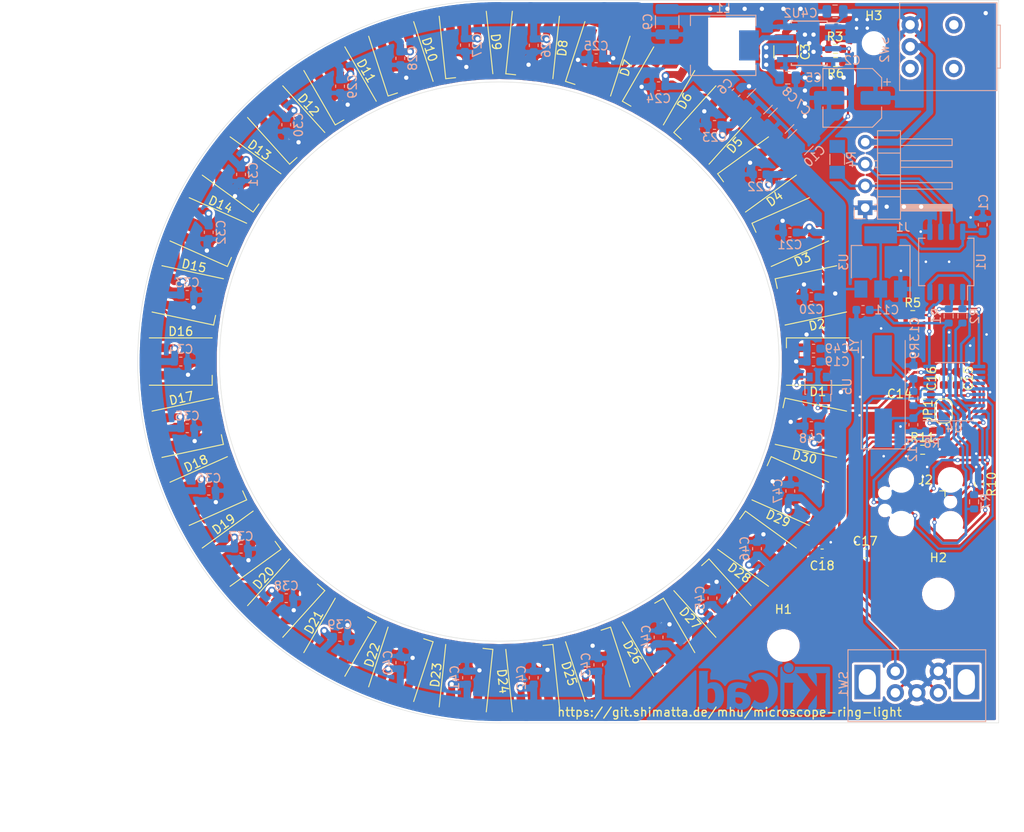
<source format=kicad_pcb>
(kicad_pcb (version 20171130) (host pcbnew 5.1.9)

  (general
    (thickness 1.6)
    (drawings 7)
    (tracks 1210)
    (zones 0)
    (modules 108)
    (nets 63)
  )

  (page A4)
  (layers
    (0 F.Cu signal)
    (31 B.Cu signal)
    (32 B.Adhes user)
    (33 F.Adhes user)
    (34 B.Paste user)
    (35 F.Paste user)
    (36 B.SilkS user)
    (37 F.SilkS user)
    (38 B.Mask user)
    (39 F.Mask user)
    (40 Dwgs.User user)
    (41 Cmts.User user)
    (42 Eco1.User user)
    (43 Eco2.User user)
    (44 Edge.Cuts user)
    (45 Margin user)
    (46 B.CrtYd user)
    (47 F.CrtYd user)
    (48 B.Fab user)
    (49 F.Fab user)
  )

  (setup
    (last_trace_width 0.25)
    (user_trace_width 0.3)
    (user_trace_width 0.6)
    (user_trace_width 0.8)
    (user_trace_width 2.5)
    (trace_clearance 0.2)
    (zone_clearance 0.3)
    (zone_45_only no)
    (trace_min 0.2)
    (via_size 0.8)
    (via_drill 0.4)
    (via_min_size 0.4)
    (via_min_drill 0.3)
    (user_via 0.5 0.3)
    (user_via 0.9 0.5)
    (uvia_size 0.3)
    (uvia_drill 0.1)
    (uvias_allowed no)
    (uvia_min_size 0.2)
    (uvia_min_drill 0.1)
    (edge_width 0.05)
    (segment_width 0.2)
    (pcb_text_width 0.3)
    (pcb_text_size 1.5 1.5)
    (mod_edge_width 0.12)
    (mod_text_size 1 1)
    (mod_text_width 0.15)
    (pad_size 2.2 2.2)
    (pad_drill 2.2)
    (pad_to_mask_clearance 0)
    (aux_axis_origin 70 70)
    (grid_origin 70 70)
    (visible_elements FFFFFF7F)
    (pcbplotparams
      (layerselection 0x010fc_ffffffff)
      (usegerberextensions false)
      (usegerberattributes true)
      (usegerberadvancedattributes true)
      (creategerberjobfile true)
      (excludeedgelayer true)
      (linewidth 0.100000)
      (plotframeref false)
      (viasonmask false)
      (mode 1)
      (useauxorigin false)
      (hpglpennumber 1)
      (hpglpenspeed 20)
      (hpglpendiameter 15.000000)
      (psnegative false)
      (psa4output false)
      (plotreference true)
      (plotvalue true)
      (plotinvisibletext false)
      (padsonsilk false)
      (subtractmaskfromsilk false)
      (outputformat 1)
      (mirror false)
      (drillshape 1)
      (scaleselection 1)
      (outputdirectory ""))
  )

  (net 0 "")
  (net 1 GND)
  (net 2 +3V3)
  (net 3 /TIM3_CH1)
  (net 4 /TIM3_CH2)
  (net 5 +12V)
  (net 6 +5V)
  (net 7 "Net-(D1-Pad4)")
  (net 8 "Net-(D1-Pad2)")
  (net 9 "Net-(D2-Pad4)")
  (net 10 "Net-(D3-Pad4)")
  (net 11 "Net-(D22-Pad4)")
  (net 12 "Net-(D4-Pad4)")
  (net 13 "Net-(D23-Pad4)")
  (net 14 "Net-(D5-Pad4)")
  (net 15 "Net-(D10-Pad2)")
  (net 16 "Net-(D10-Pad4)")
  (net 17 "Net-(D11-Pad4)")
  (net 18 "Net-(D12-Pad4)")
  (net 19 "Net-(D13-Pad4)")
  (net 20 "Net-(D14-Pad4)")
  (net 21 "Net-(D15-Pad4)")
  (net 22 "Net-(D16-Pad4)")
  (net 23 "Net-(D17-Pad4)")
  (net 24 "Net-(D18-Pad4)")
  (net 25 "Net-(D19-Pad4)")
  (net 26 "Net-(D20-Pad4)")
  (net 27 "Net-(D24-Pad4)")
  (net 28 /DMX+)
  (net 29 /DMX-)
  (net 30 /~RESET)
  (net 31 /STM_RX)
  (net 32 "Net-(J2-Pad8)")
  (net 33 /STM_TX)
  (net 34 "Net-(J2-Pad6)")
  (net 35 "Net-(J2-Pad5)")
  (net 36 /SWCLK)
  (net 37 /SWDIO)
  (net 38 /DMX_TXEN)
  (net 39 /DMX_~RXEN)
  (net 40 "/LED Grave/SK6812_DATA_IN")
  (net 41 /BUTTON)
  (net 42 "Net-(L1-Pad1)")
  (net 43 "Net-(C12-Pad1)")
  (net 44 "Net-(C13-Pad1)")
  (net 45 "Net-(D6-Pad4)")
  (net 46 "Net-(D7-Pad4)")
  (net 47 "Net-(D8-Pad4)")
  (net 48 "Net-(D21-Pad4)")
  (net 49 "Net-(D25-Pad4)")
  (net 50 "Net-(D26-Pad4)")
  (net 51 "Net-(D27-Pad4)")
  (net 52 "Net-(D28-Pad4)")
  (net 53 "Net-(D29-Pad4)")
  (net 54 "Net-(D30-Pad4)")
  (net 55 "Net-(R2-Pad2)")
  (net 56 "Net-(R3-Pad2)")
  (net 57 "Net-(U4-Pad8)")
  (net 58 "Net-(U4-Pad7)")
  (net 59 "Net-(R9-Pad1)")
  (net 60 "Net-(J1-Pad4)")
  (net 61 "Net-(SW2-Pad1)")
  (net 62 "Net-(U4-Pad14)")

  (net_class Default "This is the default net class."
    (clearance 0.2)
    (trace_width 0.25)
    (via_dia 0.8)
    (via_drill 0.4)
    (uvia_dia 0.3)
    (uvia_drill 0.1)
    (add_net +12V)
    (add_net +3V3)
    (add_net +5V)
    (add_net /BUTTON)
    (add_net /DMX+)
    (add_net /DMX-)
    (add_net /DMX_TXEN)
    (add_net /DMX_~RXEN)
    (add_net "/LED Grave/SK6812_DATA_IN")
    (add_net /STM_RX)
    (add_net /STM_TX)
    (add_net /SWCLK)
    (add_net /SWDIO)
    (add_net /TIM3_CH1)
    (add_net /TIM3_CH2)
    (add_net /~RESET)
    (add_net GND)
    (add_net "Net-(C12-Pad1)")
    (add_net "Net-(C13-Pad1)")
    (add_net "Net-(D1-Pad2)")
    (add_net "Net-(D1-Pad4)")
    (add_net "Net-(D10-Pad2)")
    (add_net "Net-(D10-Pad4)")
    (add_net "Net-(D11-Pad4)")
    (add_net "Net-(D12-Pad4)")
    (add_net "Net-(D13-Pad4)")
    (add_net "Net-(D14-Pad4)")
    (add_net "Net-(D15-Pad4)")
    (add_net "Net-(D16-Pad4)")
    (add_net "Net-(D17-Pad4)")
    (add_net "Net-(D18-Pad4)")
    (add_net "Net-(D19-Pad4)")
    (add_net "Net-(D2-Pad4)")
    (add_net "Net-(D20-Pad4)")
    (add_net "Net-(D21-Pad4)")
    (add_net "Net-(D22-Pad4)")
    (add_net "Net-(D23-Pad4)")
    (add_net "Net-(D24-Pad4)")
    (add_net "Net-(D25-Pad4)")
    (add_net "Net-(D26-Pad4)")
    (add_net "Net-(D27-Pad4)")
    (add_net "Net-(D28-Pad4)")
    (add_net "Net-(D29-Pad4)")
    (add_net "Net-(D3-Pad4)")
    (add_net "Net-(D30-Pad4)")
    (add_net "Net-(D4-Pad4)")
    (add_net "Net-(D5-Pad4)")
    (add_net "Net-(D6-Pad4)")
    (add_net "Net-(D7-Pad4)")
    (add_net "Net-(D8-Pad4)")
    (add_net "Net-(J1-Pad4)")
    (add_net "Net-(J2-Pad5)")
    (add_net "Net-(J2-Pad6)")
    (add_net "Net-(J2-Pad8)")
    (add_net "Net-(L1-Pad1)")
    (add_net "Net-(R2-Pad2)")
    (add_net "Net-(R3-Pad2)")
    (add_net "Net-(R9-Pad1)")
    (add_net "Net-(SW2-Pad1)")
    (add_net "Net-(U4-Pad14)")
    (add_net "Net-(U4-Pad7)")
    (add_net "Net-(U4-Pad8)")
  )

  (module MountingHole:MountingHole_2.2mm_M2 (layer F.Cu) (tedit 56D1B4CB) (tstamp 6021B33D)
    (at 113.5 33)
    (descr "Mounting Hole 2.2mm, no annular, M2")
    (tags "mounting hole 2.2mm no annular m2")
    (path /6022C057)
    (attr virtual)
    (fp_text reference H3 (at 0 -3.2) (layer F.SilkS)
      (effects (font (size 1 1) (thickness 0.15)))
    )
    (fp_text value MountingHole (at 0 3.2) (layer F.Fab)
      (effects (font (size 1 1) (thickness 0.15)))
    )
    (fp_circle (center 0 0) (end 2.45 0) (layer F.CrtYd) (width 0.05))
    (fp_circle (center 0 0) (end 2.2 0) (layer Cmts.User) (width 0.15))
    (fp_text user %R (at 0.3 0) (layer F.Fab)
      (effects (font (size 1 1) (thickness 0.15)))
    )
    (pad 1 np_thru_hole circle (at 0 0) (size 2.2 2.2) (drill 2.2) (layers *.Cu *.Mask))
  )

  (module shimatta_switch:EN11-VSM (layer B.Cu) (tedit 60201AA5) (tstamp 601859E7)
    (at 118.5 108.5 270)
    (path /600CCA72)
    (fp_text reference SW1 (at -1 8.5 270) (layer B.SilkS)
      (effects (font (size 1 1) (thickness 0.15)) (justify mirror))
    )
    (fp_text value Rotary_Encoder_Switch (at 2.25 0) (layer B.Fab)
      (effects (font (size 1 1) (thickness 0.15)) (justify mirror))
    )
    (fp_line (start -5 -8) (end -5 8) (layer B.SilkS) (width 0.12))
    (fp_line (start 3.35 -8) (end -5 -8) (layer B.SilkS) (width 0.12))
    (fp_line (start 3.35 8) (end 3.35 -8) (layer B.SilkS) (width 0.12))
    (fp_line (start -5 8) (end 3.35 8) (layer B.SilkS) (width 0.12))
    (fp_line (start 16.15 -3) (end 8 -3) (layer B.Fab) (width 0.12))
    (fp_line (start 16.15 3) (end 16.15 -3) (layer B.Fab) (width 0.12))
    (fp_line (start 8 3) (end 16.15 3) (layer B.Fab) (width 0.12))
    (fp_line (start 8 3.5) (end 8 -3.5) (layer B.Fab) (width 0.12))
    (fp_line (start 3.35 -3.5) (end 8 -3.5) (layer B.Fab) (width 0.12))
    (fp_line (start 3.35 3.5) (end 8 3.5) (layer B.Fab) (width 0.12))
    (fp_line (start 3.35 8) (end 3.35 -8) (layer B.Fab) (width 0.12))
    (fp_line (start -5 -8) (end 3.35 -8) (layer B.Fab) (width 0.12))
    (fp_line (start -5 8) (end -5 -8) (layer B.Fab) (width 0.12))
    (fp_line (start -5 8) (end 3.35 8) (layer B.Fab) (width 0.12))
    (pad MP thru_hole rect (at -1.25 -5.75 270) (size 4 3) (drill oval 3 2) (layers *.Cu *.Mask))
    (pad MP thru_hole rect (at -1.25 5.75 270) (size 4 3) (drill oval 3 2) (layers *.Cu *.Mask))
    (pad S2 thru_hole circle (at -2.5 -2.5 270) (size 2 2) (drill 1.1) (layers *.Cu *.Mask)
      (net 1 GND))
    (pad S1 thru_hole circle (at -2.5 2.5 270) (size 2 2) (drill 1.1) (layers *.Cu *.Mask)
      (net 41 /BUTTON))
    (pad C thru_hole circle (at 0 0 270) (size 2 2) (drill 1.1) (layers *.Cu *.Mask)
      (net 1 GND))
    (pad B thru_hole circle (at 0 2.5 270) (size 2 2) (drill 1.1) (layers *.Cu *.Mask)
      (net 4 /TIM3_CH2))
    (pad A thru_hole circle (at 0 -2.5 270) (size 2 2) (drill 1.1) (layers *.Cu *.Mask)
      (net 3 /TIM3_CH1))
  )

  (module MountingHole:MountingHole_3.2mm_M3 (layer F.Cu) (tedit 56D1B4CB) (tstamp 6020C1D2)
    (at 121 97)
    (descr "Mounting Hole 3.2mm, no annular, M3")
    (tags "mounting hole 3.2mm no annular m3")
    (path /6021B3E3)
    (attr virtual)
    (fp_text reference H2 (at 0 -4.2) (layer F.SilkS)
      (effects (font (size 1 1) (thickness 0.15)))
    )
    (fp_text value MountingHole (at 0 4.2) (layer F.Fab)
      (effects (font (size 1 1) (thickness 0.15)))
    )
    (fp_circle (center 0 0) (end 3.2 0) (layer Cmts.User) (width 0.15))
    (fp_circle (center 0 0) (end 3.45 0) (layer F.CrtYd) (width 0.05))
    (fp_text user %R (at 0.3 0) (layer F.Fab)
      (effects (font (size 1 1) (thickness 0.15)))
    )
    (pad 1 np_thru_hole circle (at 0 0) (size 3.2 3.2) (drill 3.2) (layers *.Cu *.Mask))
  )

  (module shimatta_switch:NINIGI-5FS1S102M6QE (layer B.Cu) (tedit 60200670) (tstamp 60208177)
    (at 122.8 33.4)
    (path /601264C2)
    (fp_text reference SW2 (at -8.05 0.35 90) (layer B.SilkS)
      (effects (font (size 1 1) (thickness 0.15)) (justify mirror))
    )
    (fp_text value "5FS1S102M6QE " (at 0 0.5) (layer B.Fab)
      (effects (font (size 1 1) (thickness 0.15)) (justify mirror))
    )
    (fp_line (start 4.95 5.1) (end 4.95 -5.1) (layer B.Fab) (width 0.12))
    (fp_line (start 4.95 -5.1) (end -5 -5.1) (layer B.Fab) (width 0.12))
    (fp_line (start 4.95 5.1) (end -5.1 5.1) (layer B.Fab) (width 0.12))
    (fp_line (start -5.1 5.1) (end -5.1 -5.1) (layer B.Fab) (width 0.12))
    (fp_line (start -5.1 -5.1) (end -5 -5.1) (layer B.Fab) (width 0.12))
    (fp_line (start 5 2.5) (end 8.1 2.5) (layer B.Fab) (width 0.12))
    (fp_line (start 8.1 2.5) (end 8.1 0) (layer B.Fab) (width 0.12))
    (fp_line (start 8.1 0) (end 5 0) (layer B.Fab) (width 0.12))
    (fp_line (start -6.3 2.5) (end -6.3 5.1) (layer B.SilkS) (width 0.12))
    (fp_line (start -6.3 5.1) (end 5 5.1) (layer B.SilkS) (width 0.12))
    (fp_line (start 5 5.1) (end 5 -5.1) (layer B.SilkS) (width 0.12))
    (fp_line (start 5 -5.1) (end -6.3 -5.1) (layer B.SilkS) (width 0.12))
    (fp_line (start -6.3 -5.1) (end -6.3 2.5) (layer B.SilkS) (width 0.12))
    (fp_line (start 5 2.5) (end 5.4 2.5) (layer B.SilkS) (width 0.12))
    (fp_line (start 5.4 2.5) (end 5.4 -2.5) (layer B.SilkS) (width 0.12))
    (fp_line (start 5.4 -2.5) (end 5 -2.5) (layer B.SilkS) (width 0.12))
    (pad 3 thru_hole circle (at -5.08 -2.54) (size 2 2) (drill 1.1) (layers *.Cu *.Mask)
      (net 5 +12V))
    (pad 2 thru_hole circle (at -5.08 0) (size 2 2) (drill 1.1) (layers *.Cu *.Mask)
      (net 60 "Net-(J1-Pad4)"))
    (pad 1 thru_hole circle (at -5.08 2.54) (size 2 2) (drill 1.1) (layers *.Cu *.Mask)
      (net 61 "Net-(SW2-Pad1)"))
    (pad "" thru_hole circle (at 0 2.54) (size 2 2) (drill 1.1) (layers *.Cu *.Mask))
    (pad "" thru_hole circle (at 0 -2.54) (size 2 2) (drill 1.1) (layers *.Cu *.Mask))
  )

  (module shimatta_artwork:shimatta_kanji_10mm_solder_mask (layer F.Cu) (tedit 0) (tstamp 6017E024)
    (at 88.5 30.5)
    (fp_text reference G*** (at 0 0) (layer F.SilkS) hide
      (effects (font (size 1.524 1.524) (thickness 0.3)))
    )
    (fp_text value LOGO (at 0.75 0) (layer F.SilkS) hide
      (effects (font (size 1.524 1.524) (thickness 0.3)))
    )
    (fp_poly (pts (xy 4.714395 -0.8769) (xy 4.78388 -0.86582) (xy 4.833603 -0.850022) (xy 4.880848 -0.822861)
      (xy 4.911494 -0.788178) (xy 4.927906 -0.743153) (xy 4.929184 -0.735983) (xy 4.931062 -0.706971)
      (xy 4.923072 -0.684686) (xy 4.909667 -0.666836) (xy 4.890689 -0.647915) (xy 4.867692 -0.633696)
      (xy 4.836589 -0.622641) (xy 4.793292 -0.61321) (xy 4.747846 -0.605906) (xy 4.698694 -0.596073)
      (xy 4.636687 -0.579736) (xy 4.56674 -0.558508) (xy 4.493772 -0.534001) (xy 4.422699 -0.507827)
      (xy 4.358439 -0.4816) (xy 4.33068 -0.469102) (xy 4.294201 -0.452154) (xy 4.26504 -0.438885)
      (xy 4.247234 -0.431115) (xy 4.243722 -0.429846) (xy 4.237223 -0.437264) (xy 4.230421 -0.448742)
      (xy 4.222343 -0.465391) (xy 4.220308 -0.471528) (xy 4.22838 -0.477338) (xy 4.250854 -0.491193)
      (xy 4.28511 -0.511541) (xy 4.328532 -0.536827) (xy 4.378503 -0.565498) (xy 4.3815 -0.567205)
      (xy 4.431797 -0.596151) (xy 4.475684 -0.621993) (xy 4.51054 -0.643139) (xy 4.533742 -0.657996)
      (xy 4.542668 -0.664972) (xy 4.542692 -0.665093) (xy 4.533645 -0.668354) (xy 4.509335 -0.672122)
      (xy 4.474006 -0.675817) (xy 4.450366 -0.677683) (xy 4.407477 -0.679838) (xy 4.366101 -0.679733)
      (xy 4.322579 -0.676971) (xy 4.273248 -0.671155) (xy 4.214446 -0.66189) (xy 4.142511 -0.648779)
      (xy 4.090884 -0.638775) (xy 4.043506 -0.630043) (xy 4.002848 -0.623644) (xy 3.972838 -0.620119)
      (xy 3.957402 -0.620006) (xy 3.956557 -0.620334) (xy 3.949316 -0.633644) (xy 3.946769 -0.653242)
      (xy 3.948484 -0.666875) (xy 3.955898 -0.678254) (xy 3.972415 -0.69008) (xy 4.001436 -0.70505)
      (xy 4.027365 -0.717171) (xy 4.129523 -0.762172) (xy 4.225433 -0.800517) (xy 4.311563 -0.830862)
      (xy 4.377063 -0.850037) (xy 4.461816 -0.867431) (xy 4.549118 -0.877705) (xy 4.634726 -0.880862)
      (xy 4.714395 -0.8769)) (layer F.Mask) (width 0.01))
    (fp_poly (pts (xy 1.650604 -0.814886) (xy 1.727978 -0.808726) (xy 1.793053 -0.797831) (xy 1.81023 -0.793406)
      (xy 1.899824 -0.762403) (xy 1.974615 -0.724253) (xy 2.038733 -0.676652) (xy 2.066192 -0.650526)
      (xy 2.126167 -0.576177) (xy 2.168183 -0.494933) (xy 2.191898 -0.408341) (xy 2.19697 -0.317951)
      (xy 2.18306 -0.225312) (xy 2.169613 -0.180708) (xy 2.13113 -0.100113) (xy 2.075008 -0.025633)
      (xy 2.002339 0.042173) (xy 1.914215 0.102743) (xy 1.81173 0.155519) (xy 1.695975 0.199941)
      (xy 1.568043 0.235447) (xy 1.429027 0.26148) (xy 1.28002 0.277478) (xy 1.274885 0.277832)
      (xy 1.226047 0.281292) (xy 1.176022 0.285076) (xy 1.13415 0.288473) (xy 1.127125 0.289083)
      (xy 1.09417 0.291559) (xy 1.075622 0.290533) (xy 1.066443 0.284419) (xy 1.061595 0.271627)
      (xy 1.060707 0.268148) (xy 1.057065 0.247819) (xy 1.057784 0.238267) (xy 1.068405 0.235107)
      (xy 1.093771 0.229719) (xy 1.129348 0.223031) (xy 1.148625 0.219649) (xy 1.300226 0.187904)
      (xy 1.436364 0.147462) (xy 1.556594 0.098571) (xy 1.66047 0.041479) (xy 1.747548 -0.023568)
      (xy 1.817383 -0.096322) (xy 1.869531 -0.176536) (xy 1.872666 -0.182744) (xy 1.899898 -0.255177)
      (xy 1.91235 -0.329707) (xy 1.910903 -0.403571) (xy 1.896432 -0.474006) (xy 1.869818 -0.53825)
      (xy 1.831938 -0.593539) (xy 1.783671 -0.637111) (xy 1.725894 -0.666203) (xy 1.718193 -0.668641)
      (xy 1.664892 -0.679) (xy 1.600765 -0.683159) (xy 1.533513 -0.681115) (xy 1.470839 -0.672868)
      (xy 1.452141 -0.668701) (xy 1.395858 -0.650331) (xy 1.327701 -0.621188) (xy 1.250878 -0.582923)
      (xy 1.168596 -0.537185) (xy 1.084062 -0.485625) (xy 1.038539 -0.455898) (xy 0.99135 -0.424741)
      (xy 0.948533 -0.397241) (xy 0.913241 -0.375365) (xy 0.888627 -0.361079) (xy 0.879184 -0.356562)
      (xy 0.852674 -0.356911) (xy 0.816595 -0.369468) (xy 0.774454 -0.391923) (xy 0.729758 -0.421967)
      (xy 0.686017 -0.457291) (xy 0.646737 -0.495585) (xy 0.62117 -0.526415) (xy 0.588588 -0.577762)
      (xy 0.572878 -0.620344) (xy 0.573834 -0.654893) (xy 0.580838 -0.669906) (xy 0.594372 -0.685927)
      (xy 0.610035 -0.691787) (xy 0.631601 -0.687028) (xy 0.662843 -0.671194) (xy 0.686196 -0.657182)
      (xy 0.720932 -0.637671) (xy 0.751557 -0.626452) (xy 0.782484 -0.62365) (xy 0.818124 -0.62939)
      (xy 0.862886 -0.643797) (xy 0.912991 -0.663605) (xy 1.036058 -0.710583) (xy 1.16142 -0.751468)
      (xy 1.281419 -0.783832) (xy 1.319252 -0.792381) (xy 1.395255 -0.805058) (xy 1.479186 -0.813041)
      (xy 1.565988 -0.81632) (xy 1.650604 -0.814886)) (layer F.Mask) (width 0.01))
    (fp_poly (pts (xy -3.582865 -1.822007) (xy -3.515241 -1.814199) (xy -3.449153 -1.804227) (xy -3.389301 -1.792958)
      (xy -3.340383 -1.781261) (xy -3.311613 -1.771913) (xy -3.276141 -1.751813) (xy -3.259485 -1.728548)
      (xy -3.26152 -1.703747) (xy -3.282121 -1.67904) (xy -3.320478 -1.656363) (xy -3.360615 -1.638263)
      (xy -3.360615 -0.976923) (xy -3.050826 -0.976923) (xy -2.954163 -1.088964) (xy -2.919806 -1.128001)
      (xy -2.889329 -1.161159) (xy -2.865219 -1.185844) (xy -2.849965 -1.199462) (xy -2.846449 -1.20131)
      (xy -2.835962 -1.194912) (xy -2.814321 -1.177068) (xy -2.784203 -1.150137) (xy -2.748279 -1.116476)
      (xy -2.727541 -1.09646) (xy -2.67764 -1.046194) (xy -2.642082 -1.00633) (xy -2.619782 -0.975279)
      (xy -2.609656 -0.951451) (xy -2.610618 -0.933259) (xy -2.612926 -0.928632) (xy -2.624147 -0.925565)
      (xy -2.653815 -0.923044) (xy -2.702136 -0.921066) (xy -2.769318 -0.919623) (xy -2.855568 -0.918711)
      (xy -2.961091 -0.918323) (xy -2.989961 -0.918308) (xy -3.360615 -0.918308) (xy -3.360615 0.283308)
      (xy -3.129986 0.283308) (xy -3.033787 0.175846) (xy -2.999541 0.138053) (xy -2.969777 0.106078)
      (xy -2.946943 0.082482) (xy -2.933485 0.069827) (xy -2.93114 0.068385) (xy -2.919969 0.07459)
      (xy -2.897693 0.091366) (xy -2.86749 0.115947) (xy -2.832539 0.145572) (xy -2.796016 0.177478)
      (xy -2.761101 0.208901) (xy -2.730971 0.237078) (xy -2.708805 0.259246) (xy -2.700009 0.269337)
      (xy -2.683503 0.294256) (xy -2.67963 0.311194) (xy -2.683326 0.320827) (xy -2.686397 0.323798)
      (xy -2.692458 0.326396) (xy -2.702777 0.328652) (xy -2.718621 0.330596) (xy -2.741255 0.332258)
      (xy -2.771947 0.333668) (xy -2.811963 0.334857) (xy -2.862571 0.335854) (xy -2.925035 0.33669)
      (xy -3.000624 0.337395) (xy -3.090604 0.337999) (xy -3.196241 0.338533) (xy -3.318803 0.339025)
      (xy -3.459555 0.339508) (xy -3.469197 0.339539) (xy -3.610444 0.339985) (xy -3.733438 0.340335)
      (xy -3.839466 0.340559) (xy -3.929812 0.340631) (xy -4.005764 0.340522) (xy -4.068607 0.340206)
      (xy -4.119627 0.339653) (xy -4.16011 0.338837) (xy -4.191341 0.33773) (xy -4.214607 0.336304)
      (xy -4.231193 0.334532) (xy -4.242386 0.332386) (xy -4.24947 0.329837) (xy -4.253733 0.326859)
      (xy -4.256459 0.323424) (xy -4.256999 0.322575) (xy -4.266637 0.303256) (xy -4.269154 0.29321)
      (xy -4.259449 0.290091) (xy -4.230577 0.287546) (xy -4.182901 0.285586) (xy -4.116783 0.284223)
      (xy -4.032588 0.283468) (xy -3.961423 0.283308) (xy -3.653692 0.283308) (xy -3.653692 -0.918308)
      (xy -4.257138 -0.918308) (xy -4.272915 -0.942387) (xy -4.284228 -0.961246) (xy -4.288692 -0.971695)
      (xy -4.279306 -0.972955) (xy -4.252675 -0.974106) (xy -4.211094 -0.97511) (xy -4.156857 -0.975929)
      (xy -4.092259 -0.976526) (xy -4.019594 -0.976862) (xy -3.971192 -0.976923) (xy -3.653692 -0.976923)
      (xy -3.653692 -1.828829) (xy -3.582865 -1.822007)) (layer F.Mask) (width 0.01))
    (fp_poly (pts (xy 3.904032 -0.197936) (xy 3.910454 -0.175775) (xy 3.906745 -0.137905) (xy 3.901871 -0.115807)
      (xy 3.8929 -0.054548) (xy 3.899435 -0.003419) (xy 3.921958 0.039942) (xy 3.937317 0.05743)
      (xy 3.983651 0.090836) (xy 4.046963 0.115775) (xy 4.126609 0.132224) (xy 4.221946 0.140156)
      (xy 4.332331 0.139548) (xy 4.457122 0.130375) (xy 4.595675 0.112611) (xy 4.73652 0.08832)
      (xy 4.805929 0.077784) (xy 4.861782 0.076145) (xy 4.908114 0.083803) (xy 4.948965 0.101158)
      (xy 4.964712 0.11093) (xy 4.998848 0.141606) (xy 5.016099 0.178253) (xy 5.018518 0.225258)
      (xy 5.018467 0.225887) (xy 5.009775 0.268563) (xy 4.990561 0.30448) (xy 4.959619 0.334105)
      (xy 4.915748 0.357905) (xy 4.857744 0.376348) (xy 4.784402 0.389901) (xy 4.694521 0.39903)
      (xy 4.586896 0.404204) (xy 4.557346 0.404928) (xy 4.497057 0.405929) (xy 4.441733 0.406402)
      (xy 4.395039 0.406351) (xy 4.360638 0.405779) (xy 4.342423 0.404722) (xy 4.319441 0.401683)
      (xy 4.28352 0.39706) (xy 4.241108 0.391681) (xy 4.225192 0.389681) (xy 4.115447 0.369458)
      (xy 4.020455 0.338355) (xy 3.940676 0.296748) (xy 3.876572 0.245012) (xy 3.828605 0.183523)
      (xy 3.797235 0.112656) (xy 3.782923 0.032787) (xy 3.782704 0.029266) (xy 3.781224 -0.012946)
      (xy 3.783462 -0.043595) (xy 3.790646 -0.0705) (xy 3.802879 -0.099089) (xy 3.82194 -0.134092)
      (xy 3.843923 -0.166158) (xy 3.865367 -0.190943) (xy 3.882809 -0.2041) (xy 3.887353 -0.205154)
      (xy 3.904032 -0.197936)) (layer F.Mask) (width 0.01))
    (fp_poly (pts (xy 3.669072 -1.737221) (xy 3.723446 -1.720007) (xy 3.781495 -1.694026) (xy 3.838701 -1.661833)
      (xy 3.890541 -1.625982) (xy 3.932494 -1.589028) (xy 3.960041 -1.553525) (xy 3.960753 -1.552219)
      (xy 3.979622 -1.51702) (xy 3.909465 -1.365297) (xy 3.886433 -1.315156) (xy 3.866579 -1.271297)
      (xy 3.851243 -1.236734) (xy 3.841768 -1.214483) (xy 3.839308 -1.207595) (xy 3.847981 -1.202534)
      (xy 3.871822 -1.203135) (xy 3.907564 -1.208592) (xy 3.951939 -1.218096) (xy 4.00168 -1.230838)
      (xy 4.053518 -1.246011) (xy 4.104188 -1.262807) (xy 4.15042 -1.280417) (xy 4.172358 -1.289966)
      (xy 4.219217 -1.310539) (xy 4.254335 -1.322652) (xy 4.283112 -1.327224) (xy 4.310948 -1.325172)
      (xy 4.339677 -1.318416) (xy 4.383852 -1.298692) (xy 4.418931 -1.268658) (xy 4.442336 -1.232142)
      (xy 4.451487 -1.192974) (xy 4.446118 -1.160422) (xy 4.42479 -1.13) (xy 4.385074 -1.100403)
      (xy 4.328114 -1.072009) (xy 4.255054 -1.045195) (xy 4.16704 -1.020337) (xy 4.065217 -0.997812)
      (xy 3.950728 -0.977995) (xy 3.849841 -0.964231) (xy 3.748027 -0.951858) (xy 3.532052 -0.312294)
      (xy 3.495626 -0.204625) (xy 3.460792 -0.10204) (xy 3.428087 -0.0061) (xy 3.398047 0.081637)
      (xy 3.371212 0.159613) (xy 3.348117 0.226269) (xy 3.329301 0.280047) (xy 3.315301 0.319388)
      (xy 3.306653 0.342734) (xy 3.304216 0.348492) (xy 3.274098 0.384177) (xy 3.234429 0.404864)
      (xy 3.189514 0.40933) (xy 3.143659 0.396352) (xy 3.140829 0.394917) (xy 3.091868 0.359768)
      (xy 3.058822 0.313509) (xy 3.041487 0.255781) (xy 3.038541 0.214923) (xy 3.044134 0.164705)
      (xy 3.061975 0.111422) (xy 3.093319 0.052068) (xy 3.129539 -0.002619) (xy 3.158529 -0.046277)
      (xy 3.18709 -0.095478) (xy 3.216473 -0.152808) (xy 3.247929 -0.220855) (xy 3.282711 -0.302203)
      (xy 3.322068 -0.399441) (xy 3.324529 -0.405651) (xy 3.349288 -0.468852) (xy 3.375322 -0.536462)
      (xy 3.401694 -0.605925) (xy 3.427463 -0.674689) (xy 3.451691 -0.740198) (xy 3.47344 -0.799898)
      (xy 3.491769 -0.851234) (xy 3.505741 -0.891653) (xy 3.514415 -0.918599) (xy 3.516923 -0.929052)
      (xy 3.507672 -0.932617) (xy 3.481954 -0.935107) (xy 3.442819 -0.936341) (xy 3.396225 -0.93619)
      (xy 3.344671 -0.935607) (xy 3.307817 -0.936336) (xy 3.280835 -0.939051) (xy 3.258899 -0.944425)
      (xy 3.237179 -0.953132) (xy 3.221605 -0.960548) (xy 3.162098 -0.998983) (xy 3.110358 -1.050347)
      (xy 3.071208 -1.109416) (xy 3.0592 -1.136534) (xy 3.043898 -1.185663) (xy 3.038187 -1.223343)
      (xy 3.041298 -1.248209) (xy 3.052463 -1.2589) (xy 3.070913 -1.25405) (xy 3.09588 -1.232297)
      (xy 3.106299 -1.220086) (xy 3.140948 -1.184785) (xy 3.180552 -1.161374) (xy 3.229381 -1.148184)
      (xy 3.291704 -1.143542) (xy 3.302 -1.143479) (xy 3.358061 -1.144554) (xy 3.414457 -1.147456)
      (xy 3.467586 -1.151798) (xy 3.513847 -1.157193) (xy 3.549637 -1.163256) (xy 3.571356 -1.169599)
      (xy 3.575881 -1.172862) (xy 3.58065 -1.186705) (xy 3.588313 -1.215792) (xy 3.59801 -1.256194)
      (xy 3.608882 -1.303979) (xy 3.620069 -1.355218) (xy 3.630711 -1.40598) (xy 3.639949 -1.452335)
      (xy 3.646923 -1.490354) (xy 3.650558 -1.514241) (xy 3.652583 -1.537485) (xy 3.650057 -1.554486)
      (xy 3.640231 -1.570703) (xy 3.620353 -1.591593) (xy 3.603476 -1.607678) (xy 3.575042 -1.633585)
      (xy 3.549825 -1.654898) (xy 3.533063 -1.667199) (xy 3.53251 -1.667516) (xy 3.519407 -1.681919)
      (xy 3.522214 -1.698894) (xy 3.537965 -1.715961) (xy 3.563697 -1.730641) (xy 3.596443 -1.740453)
      (xy 3.622897 -1.743114) (xy 3.669072 -1.737221)) (layer F.Mask) (width 0.01))
    (fp_poly (pts (xy -4.450314 -1.843074) (xy -4.421207 -1.834144) (xy -4.382284 -1.821098) (xy -4.337733 -1.80544)
      (xy -4.291741 -1.788674) (xy -4.248497 -1.772302) (xy -4.21219 -1.757829) (xy -4.187009 -1.746758)
      (xy -4.184754 -1.745638) (xy -4.138598 -1.719108) (xy -4.111335 -1.695451) (xy -4.102693 -1.673752)
      (xy -4.112396 -1.653093) (xy -4.140172 -1.632559) (xy -4.149481 -1.627556) (xy -4.168557 -1.617176)
      (xy -4.183279 -1.606335) (xy -4.195994 -1.591609) (xy -4.209051 -1.569578) (xy -4.224797 -1.536819)
      (xy -4.24558 -1.489912) (xy -4.248469 -1.483295) (xy -4.274166 -1.426281) (xy -4.305194 -1.360264)
      (xy -4.337634 -1.293449) (xy -4.367399 -1.234364) (xy -4.433745 -1.10592) (xy -4.385642 -1.076017)
      (xy -4.352834 -1.051632) (xy -4.338819 -1.029943) (xy -4.34334 -1.009288) (xy -4.366144 -0.988004)
      (xy -4.37161 -0.98434) (xy -4.405681 -0.962269) (xy -4.405869 -0.258884) (xy -4.406057 0.4445)
      (xy -4.43774 0.466007) (xy -4.488967 0.494274) (xy -4.544054 0.513762) (xy -4.597662 0.523266)
      (xy -4.644454 0.521583) (xy -4.662365 0.516665) (xy -4.689231 0.506372) (xy -4.689231 -0.755182)
      (xy -4.784481 -0.663184) (xy -4.842542 -0.608099) (xy -4.892151 -0.563065) (xy -4.932115 -0.529092)
      (xy -4.96124 -0.507189) (xy -4.978332 -0.498365) (xy -4.979675 -0.498231) (xy -4.994042 -0.504943)
      (xy -5.000311 -0.511035) (xy -5.00264 -0.52155) (xy -4.996358 -0.539837) (xy -4.980248 -0.568519)
      (xy -4.957004 -0.604397) (xy -4.858701 -0.7631) (xy -4.766712 -0.935035) (xy -4.683977 -1.114189)
      (xy -4.613433 -1.294549) (xy -4.598294 -1.338384) (xy -4.578583 -1.400189) (xy -4.557844 -1.470622)
      (xy -4.537235 -1.545225) (xy -4.517912 -1.619537) (xy -4.501029 -1.6891) (xy -4.487744 -1.749453)
      (xy -4.479212 -1.796139) (xy -4.478651 -1.799981) (xy -4.473579 -1.826977) (xy -4.46802 -1.84371)
      (xy -4.465414 -1.846384) (xy -4.450314 -1.843074)) (layer F.Mask) (width 0.01))
    (fp_poly (pts (xy -1.919394 -1.844364) (xy -1.881995 -1.838959) (xy -1.83621 -1.831152) (xy -1.787182 -1.821928)
      (xy -1.740055 -1.812271) (xy -1.699974 -1.803165) (xy -1.672081 -1.795593) (xy -1.665658 -1.793285)
      (xy -1.641617 -1.78009) (xy -1.626567 -1.766036) (xy -1.625347 -1.763663) (xy -1.626838 -1.74347)
      (xy -1.641826 -1.72305) (xy -1.660978 -1.710965) (xy -1.673678 -1.701253) (xy -1.695449 -1.680074)
      (xy -1.722813 -1.650936) (xy -1.742271 -1.629019) (xy -1.808024 -1.553308) (xy -0.594458 -1.553308)
      (xy -0.497222 -1.643673) (xy -0.460879 -1.677064) (xy -0.429285 -1.705373) (xy -0.405355 -1.726043)
      (xy -0.392001 -1.736515) (xy -0.390655 -1.737241) (xy -0.378973 -1.732798) (xy -0.356469 -1.717835)
      (xy -0.326597 -1.69517) (xy -0.292814 -1.66762) (xy -0.258573 -1.638004) (xy -0.227331 -1.609139)
      (xy -0.202541 -1.583843) (xy -0.202446 -1.583738) (xy -0.182214 -1.558813) (xy -0.169009 -1.537693)
      (xy -0.166077 -1.528615) (xy -0.172848 -1.514531) (xy -0.19409 -1.504447) (xy -0.231197 -1.498051)
      (xy -0.285562 -1.495033) (xy -0.318136 -1.494692) (xy -0.420077 -1.494692) (xy -0.420077 -1.318846)
      (xy -0.419978 -1.256308) (xy -0.419487 -1.210659) (xy -0.418317 -1.179249) (xy -0.416179 -1.159428)
      (xy -0.412785 -1.148545) (xy -0.407847 -1.143953) (xy -0.401076 -1.143) (xy -0.400946 -1.143)
      (xy -0.386656 -1.149096) (xy -0.361172 -1.165768) (xy -0.327888 -1.190596) (xy -0.290196 -1.221155)
      (xy -0.283437 -1.226881) (xy -0.185058 -1.310762) (xy -0.10076 -1.243977) (xy -0.050552 -1.202931)
      (xy -0.015414 -1.170918) (xy 0.005972 -1.146334) (xy 0.014925 -1.127576) (xy 0.012767 -1.113042)
      (xy 0.010144 -1.109259) (xy 0.003296 -1.104152) (xy -0.009271 -1.10031) (xy -0.030021 -1.097563)
      (xy -0.061416 -1.095745) (xy -0.105922 -1.094686) (xy -0.166 -1.09422) (xy -0.211235 -1.094154)
      (xy -0.420077 -1.094154) (xy -0.420077 -0.796651) (xy -0.342531 -0.873741) (xy -0.264986 -0.950832)
      (xy -0.208446 -0.912589) (xy -0.167434 -0.882691) (xy -0.128134 -0.850225) (xy -0.093355 -0.817971)
      (xy -0.065901 -0.78871) (xy -0.048579 -0.765224) (xy -0.044196 -0.750292) (xy -0.044312 -0.749955)
      (xy -0.049346 -0.741378) (xy -0.058613 -0.734832) (xy -0.07451 -0.730046) (xy -0.099432 -0.726751)
      (xy -0.135776 -0.724675) (xy -0.185938 -0.72355) (xy -0.252314 -0.723104) (xy -0.282819 -0.723056)
      (xy -0.35028 -0.722753) (xy -0.400068 -0.721869) (xy -0.434048 -0.72028) (xy -0.45408 -0.717863)
      (xy -0.462026 -0.714494) (xy -0.461108 -0.7112) (xy -0.44997 -0.689047) (xy -0.45748 -0.665224)
      (xy -0.478692 -0.644769) (xy -0.508 -0.6239) (xy -0.508 -0.420077) (xy -0.477382 -0.420077)
      (xy -0.461294 -0.422557) (xy -0.442702 -0.431376) (xy -0.418593 -0.448598) (xy -0.385953 -0.47629)
      (xy -0.356469 -0.502961) (xy -0.266175 -0.585845) (xy -0.218568 -0.550365) (xy -0.181106 -0.520775)
      (xy -0.144068 -0.488675) (xy -0.111503 -0.457853) (xy -0.087463 -0.432099) (xy -0.077422 -0.418313)
      (xy -0.075189 -0.398832) (xy -0.083756 -0.386563) (xy -0.091624 -0.381323) (xy -0.105009 -0.377396)
      (xy -0.126449 -0.374606) (xy -0.158481 -0.372774) (xy -0.203641 -0.371725) (xy -0.264466 -0.371281)
      (xy -0.303544 -0.371231) (xy -0.508 -0.371231) (xy -0.508 0) (xy -0.3887 0)
      (xy -0.205168 -0.16847) (xy -0.150791 -0.135523) (xy -0.100701 -0.103092) (xy -0.054861 -0.069559)
      (xy -0.016657 -0.037706) (xy 0.010525 -0.010313) (xy 0.022021 0.006433) (xy 0.027543 0.021071)
      (xy 0.028068 0.032697) (xy 0.021764 0.041653) (xy 0.006799 0.048284) (xy -0.01866 0.052935)
      (xy -0.056445 0.05595) (xy -0.10839 0.057672) (xy -0.176326 0.058445) (xy -0.255867 0.058616)
      (xy -0.508 0.058616) (xy -0.508 0.466604) (xy -0.543753 0.493875) (xy -0.5926 0.523223)
      (xy -0.644919 0.541308) (xy -0.695188 0.546772) (xy -0.732692 0.540297) (xy -0.744774 0.534806)
      (xy -0.754082 0.526462) (xy -0.760975 0.512889) (xy -0.765812 0.491713) (xy -0.768952 0.460557)
      (xy -0.770752 0.417047) (xy -0.771572 0.358808) (xy -0.771769 0.283463) (xy -0.771769 0.058616)
      (xy -1.394753 0.058616) (xy -1.41053 0.034536) (xy -1.421843 0.015678) (xy -1.426308 0.005228)
      (xy -1.417182 0.00317) (xy -1.392375 0.001493) (xy -1.355744 0.000377) (xy -1.313962 0)
      (xy -1.201615 0) (xy -1.201615 -0.371231) (xy -0.957385 -0.371231) (xy -0.957385 0)
      (xy -0.771769 0) (xy -0.771769 -0.371231) (xy -0.957385 -0.371231) (xy -1.201615 -0.371231)
      (xy -1.201615 -0.525857) (xy -1.069823 -0.472967) (xy -1.016817 -0.45199) (xy -0.977102 -0.437427)
      (xy -0.945959 -0.428116) (xy -0.918668 -0.422894) (xy -0.89051 -0.420602) (xy -0.856765 -0.420077)
      (xy -0.771769 -0.420077) (xy -0.771769 -0.722923) (xy -1.634867 -0.722923) (xy -1.61239 -0.698997)
      (xy -1.596848 -0.67546) (xy -1.599367 -0.65576) (xy -1.620531 -0.638413) (xy -1.63965 -0.629608)
      (xy -1.673862 -0.607744) (xy -1.71065 -0.569566) (xy -1.747587 -0.517644) (xy -1.75162 -0.511096)
      (xy -1.75152 -0.505437) (xy -1.74135 -0.501646) (xy -1.718505 -0.499402) (xy -1.680386 -0.498385)
      (xy -1.647158 -0.498231) (xy -1.534883 -0.498231) (xy -1.475412 -0.553291) (xy -1.447839 -0.57803)
      (xy -1.426122 -0.596036) (xy -1.413794 -0.604434) (xy -1.412358 -0.604579) (xy -1.387692 -0.577268)
      (xy -1.357837 -0.542223) (xy -1.32602 -0.503473) (xy -1.295468 -0.46505) (xy -1.269407 -0.430983)
      (xy -1.251065 -0.405304) (xy -1.245244 -0.395856) (xy -1.226039 -0.359747) (xy -1.271127 -0.319085)
      (xy -1.299345 -0.28887) (xy -1.328995 -0.249669) (xy -1.352273 -0.212352) (xy -1.421159 -0.103641)
      (xy -1.507092 0.002805) (xy -1.607579 0.104708) (xy -1.72013 0.199787) (xy -1.842253 0.285763)
      (xy -1.971455 0.360358) (xy -1.987081 0.368319) (xy -2.044203 0.395745) (xy -2.104073 0.422294)
      (xy -2.163731 0.446882) (xy -2.220219 0.468425) (xy -2.270577 0.485838) (xy -2.311847 0.498037)
      (xy -2.341069 0.503939) (xy -2.354601 0.502982) (xy -2.363498 0.492316) (xy -2.35879 0.478308)
      (xy -2.339261 0.459587) (xy -2.303696 0.43478) (xy -2.28232 0.421379) (xy -2.201566 0.368801)
      (xy -2.116594 0.308129) (xy -2.033772 0.244174) (xy -1.95947 0.181745) (xy -1.931654 0.156502)
      (xy -1.893852 0.120358) (xy -1.869903 0.095101) (xy -1.858655 0.079105) (xy -1.858958 0.070742)
      (xy -1.869294 0.068385) (xy -1.890535 0.058644) (xy -1.910327 0.029427) (xy -1.928664 -0.019257)
      (xy -1.935763 -0.04485) (xy -1.953408 -0.103979) (xy -1.973871 -0.15674) (xy -1.995002 -0.197934)
      (xy -2.005168 -0.212598) (xy -2.014656 -0.21693) (xy -2.030514 -0.210297) (xy -2.056217 -0.191185)
      (xy -2.058255 -0.189522) (xy -2.083064 -0.16973) (xy -2.11878 -0.141928) (xy -2.160649 -0.109789)
      (xy -2.203916 -0.076985) (xy -2.204407 -0.076615) (xy -2.248193 -0.044274) (xy -2.279378 -0.022973)
      (xy -2.300428 -0.011315) (xy -2.313811 -0.007902) (xy -2.321099 -0.010522) (xy -2.332834 -0.023783)
      (xy -2.334846 -0.029259) (xy -2.329106 -0.03977) (xy -2.313843 -0.061259) (xy -2.291994 -0.089655)
      (xy -2.284613 -0.098889) (xy -2.22415 -0.179007) (xy -2.161423 -0.271256) (xy -2.147432 -0.293745)
      (xy -1.945254 -0.293745) (xy -1.9178 -0.287849) (xy -1.844396 -0.264231) (xy -1.78592 -0.228069)
      (xy -1.742242 -0.179266) (xy -1.724151 -0.146275) (xy -1.713023 -0.122751) (xy -1.705495 -0.108964)
      (xy -1.704123 -0.107461) (xy -1.698102 -0.115076) (xy -1.684494 -0.135206) (xy -1.66604 -0.163778)
      (xy -1.662664 -0.169109) (xy -1.646605 -0.196) (xy -1.626293 -0.232122) (xy -1.603673 -0.273751)
      (xy -1.58069 -0.317166) (xy -1.559289 -0.358643) (xy -1.541414 -0.394459) (xy -1.52901 -0.420893)
      (xy -1.524021 -0.43422) (xy -1.524 -0.434553) (xy -1.533201 -0.436299) (xy -1.558534 -0.437719)
      (xy -1.596594 -0.438706) (xy -1.643976 -0.439151) (xy -1.668096 -0.439144) (xy -1.812192 -0.438672)
      (xy -1.878723 -0.366208) (xy -1.945254 -0.293745) (xy -2.147432 -0.293745) (xy -2.100448 -0.369266)
      (xy -2.045236 -0.466664) (xy -2.011507 -0.532423) (xy -1.98792 -0.581779) (xy -1.967144 -0.626875)
      (xy -1.950864 -0.663924) (xy -1.940771 -0.689138) (xy -1.938586 -0.696058) (xy -1.93219 -0.722923)
      (xy -2.079233 -0.722923) (xy -2.135866 -0.723061) (xy -2.176183 -0.723763) (xy -2.203404 -0.72546)
      (xy -2.22075 -0.728583) (xy -2.231444 -0.733562) (xy -2.238706 -0.74083) (xy -2.241485 -0.744635)
      (xy -2.252811 -0.763347) (xy -2.256692 -0.773943) (xy -2.247477 -0.776546) (xy -2.222047 -0.778764)
      (xy -2.183723 -0.780432) (xy -2.135827 -0.781382) (xy -2.105269 -0.781538) (xy -1.953846 -0.781538)
      (xy -1.953846 -1.093773) (xy -1.984421 -1.094154) (xy -1.699846 -1.094154) (xy -1.699846 -0.781538)
      (xy -1.524 -0.781538) (xy -1.524 -1.094154) (xy -1.279769 -1.094154) (xy -1.279769 -0.781538)
      (xy -1.103923 -0.781538) (xy -1.103923 -1.094154) (xy -0.849923 -1.094154) (xy -0.849923 -0.781538)
      (xy -0.674077 -0.781538) (xy -0.674077 -1.094154) (xy -0.849923 -1.094154) (xy -1.103923 -1.094154)
      (xy -1.279769 -1.094154) (xy -1.524 -1.094154) (xy -1.699846 -1.094154) (xy -1.984421 -1.094154)
      (xy -2.165144 -1.096406) (xy -2.234576 -1.097334) (xy -2.287068 -1.098347) (xy -2.325216 -1.099726)
      (xy -2.351617 -1.101754) (xy -2.368868 -1.104714) (xy -2.379566 -1.10889) (xy -2.386307 -1.114564)
      (xy -2.391028 -1.121019) (xy -2.405614 -1.143) (xy -1.953846 -1.143) (xy -1.953846 -1.418168)
      (xy -1.980712 -1.397535) (xy -2.032479 -1.359571) (xy -2.090212 -1.320097) (xy -2.146086 -1.284349)
      (xy -2.179002 -1.264853) (xy -2.209919 -1.248152) (xy -2.229037 -1.240688) (xy -2.241103 -1.241303)
      (xy -2.249687 -1.247643) (xy -2.255325 -1.25616) (xy -2.254622 -1.267439) (xy -2.246051 -1.284968)
      (xy -2.228086 -1.312236) (xy -2.210701 -1.336762) (xy -2.140125 -1.443624) (xy -2.111377 -1.494692)
      (xy -1.699846 -1.494692) (xy -1.699846 -1.143) (xy -1.524 -1.143) (xy -1.524 -1.494692)
      (xy -1.279769 -1.494692) (xy -1.279769 -1.143) (xy -1.103923 -1.143) (xy -1.103923 -1.494692)
      (xy -0.849923 -1.494692) (xy -0.849923 -1.143) (xy -0.674077 -1.143) (xy -0.674077 -1.494692)
      (xy -0.849923 -1.494692) (xy -1.103923 -1.494692) (xy -1.279769 -1.494692) (xy -1.524 -1.494692)
      (xy -1.699846 -1.494692) (xy -2.111377 -1.494692) (xy -2.076351 -1.556911) (xy -2.022321 -1.670896)
      (xy -1.980979 -1.779854) (xy -1.977668 -1.790211) (xy -1.964514 -1.825289) (xy -1.952054 -1.843074)
      (xy -1.943264 -1.846384) (xy -1.919394 -1.844364)) (layer F.Mask) (width 0.01))
    (fp_poly (pts (xy -0.802099 1.070158) (xy -0.791846 1.081035) (xy -0.777413 1.111229) (xy -0.782485 1.140329)
      (xy -0.803008 1.164981) (xy -0.831546 1.180305) (xy -0.860061 1.176312) (xy -0.88456 1.158098)
      (xy -0.903765 1.13374) (xy -0.906257 1.111825) (xy -0.892337 1.086106) (xy -0.888291 1.080818)
      (xy -0.861205 1.059245) (xy -0.831005 1.055695) (xy -0.802099 1.070158)) (layer F.Mask) (width 0.01))
    (fp_poly (pts (xy 0.080297 1.3191) (xy 0.125771 1.345358) (xy 0.152577 1.373188) (xy 0.180731 1.410065)
      (xy 0.183814 1.586478) (xy 0.185487 1.650324) (xy 0.187999 1.703674) (xy 0.191173 1.744022)
      (xy 0.194831 1.768864) (xy 0.197222 1.77533) (xy 0.213481 1.783903) (xy 0.238852 1.787753)
      (xy 0.240542 1.787769) (xy 0.263603 1.790132) (xy 0.272652 1.799263) (xy 0.273538 1.807308)
      (xy 0.272556 1.814909) (xy 0.267645 1.820234) (xy 0.255863 1.823685) (xy 0.234266 1.825666)
      (xy 0.199908 1.826583) (xy 0.149847 1.826838) (xy 0.131168 1.826846) (xy 0.075655 1.826666)
      (xy 0.036847 1.825895) (xy 0.011913 1.824188) (xy -0.001977 1.821198) (xy -0.007656 1.81658)
      (xy -0.007955 1.809989) (xy -0.007931 1.809862) (xy 0.003274 1.794552) (xy 0.014766 1.789943)
      (xy 0.040674 1.785404) (xy 0.056786 1.782164) (xy 0.079379 1.77732) (xy 0.076324 1.602575)
      (xy 0.07513 1.540071) (xy 0.073784 1.494035) (xy 0.071875 1.461401) (xy 0.068992 1.4391)
      (xy 0.064727 1.424065) (xy 0.058668 1.413227) (xy 0.050405 1.403519) (xy 0.049585 1.402645)
      (xy 0.018289 1.381785) (xy -0.017565 1.377181) (xy -0.053905 1.387557) (xy -0.086657 1.41164)
      (xy -0.11175 1.448156) (xy -0.114311 1.453926) (xy -0.121097 1.479773) (xy -0.126816 1.519311)
      (xy -0.13124 1.567557) (xy -0.134142 1.619526) (xy -0.135296 1.670235) (xy -0.134473 1.714698)
      (xy -0.131448 1.747932) (xy -0.128291 1.760904) (xy -0.117156 1.779704) (xy -0.099101 1.786984)
      (xy -0.08328 1.787769) (xy -0.059613 1.789922) (xy -0.050013 1.79834) (xy -0.048846 1.807308)
      (xy -0.049861 1.815039) (xy -0.054906 1.820409) (xy -0.066985 1.823845) (xy -0.089101 1.825777)
      (xy -0.124255 1.826634) (xy -0.17545 1.826844) (xy -0.185615 1.826846) (xy -0.239737 1.826701)
      (xy -0.277324 1.825981) (xy -0.301377 1.824255) (xy -0.314901 1.821096) (xy -0.320897 1.816074)
      (xy -0.322369 1.80876) (xy -0.322385 1.807308) (xy -0.318514 1.793788) (xy -0.303445 1.788375)
      (xy -0.288536 1.787769) (xy -0.259067 1.782638) (xy -0.244575 1.768873) (xy -0.240334 1.750826)
      (xy -0.237292 1.717778) (xy -0.235444 1.674231) (xy -0.234785 1.624683) (xy -0.235311 1.573638)
      (xy -0.237015 1.525594) (xy -0.239893 1.485053) (xy -0.243941 1.456516) (xy -0.24492 1.452539)
      (xy -0.263385 1.41075) (xy -0.290501 1.385404) (xy -0.32287 1.377462) (xy -0.368 1.386426)
      (xy -0.404805 1.412769) (xy -0.428846 1.448664) (xy -0.437064 1.467827) (xy -0.442778 1.488226)
      (xy -0.446426 1.513822) (xy -0.448446 1.548578) (xy -0.449276 1.596454) (xy -0.449385 1.63436)
      (xy -0.449479 1.690546) (xy -0.448929 1.730264) (xy -0.44649 1.756574) (xy -0.440914 1.772536)
      (xy -0.430953 1.78121) (xy -0.415362 1.785657) (xy -0.392893 1.788938) (xy -0.385997 1.789943)
      (xy -0.368523 1.799802) (xy -0.3633 1.809862) (xy -0.363534 1.816489) (xy -0.369102 1.821136)
      (xy -0.382836 1.82415) (xy -0.407566 1.825876) (xy -0.446123 1.826659) (xy -0.501341 1.826846)
      (xy -0.502399 1.826846) (xy -0.55779 1.826711) (xy -0.596586 1.826038) (xy -0.621732 1.824421)
      (xy -0.636173 1.821457) (xy -0.642851 1.816742) (xy -0.644711 1.809871) (xy -0.644769 1.807308)
      (xy -0.640779 1.793653) (xy -0.62536 1.788294) (xy -0.611773 1.787769) (xy -0.585868 1.784016)
      (xy -0.568147 1.774918) (xy -0.567592 1.774292) (xy -0.56321 1.76046) (xy -0.560279 1.730646)
      (xy -0.558758 1.683856) (xy -0.558602 1.619099) (xy -0.559069 1.576465) (xy -0.561731 1.392116)
      (xy -0.60325 1.389111) (xy -0.629637 1.385777) (xy -0.641728 1.378715) (xy -0.644761 1.364681)
      (xy -0.644769 1.363385) (xy -0.641762 1.348658) (xy -0.630785 1.338679) (xy -0.608907 1.332599)
      (xy -0.573196 1.329571) (xy -0.525096 1.328749) (xy -0.449385 1.328616) (xy -0.449385 1.398499)
      (xy -0.422975 1.367114) (xy -0.381681 1.331778) (xy -0.333598 1.312588) (xy -0.28274 1.309406)
      (xy -0.233119 1.322094) (xy -0.188746 1.350515) (xy -0.165668 1.375926) (xy -0.144271 1.404867)
      (xy -0.116038 1.372711) (xy -0.072184 1.335499) (xy -0.022379 1.314164) (xy 0.029681 1.3087)
      (xy 0.080297 1.3191)) (layer F.Mask) (width 0.01))
    (fp_poly (pts (xy -0.791308 1.541671) (xy -0.79114 1.616724) (xy -0.790274 1.674548) (xy -0.788164 1.717452)
      (xy -0.784266 1.747744) (xy -0.778034 1.767735) (xy -0.768923 1.779731) (xy -0.756389 1.786044)
      (xy -0.739886 1.788981) (xy -0.732772 1.789665) (xy -0.705556 1.796467) (xy -0.695421 1.80975)
      (xy -0.695628 1.81631) (xy -0.700994 1.820947) (xy -0.714308 1.82399) (xy -0.738353 1.825767)
      (xy -0.775917 1.826609) (xy -0.829783 1.826843) (xy -0.840154 1.826846) (xy -0.896902 1.826679)
      (xy -0.936899 1.825957) (xy -0.96293 1.824353) (xy -0.977782 1.821535) (xy -0.984238 1.817177)
      (xy -0.985086 1.810948) (xy -0.984886 1.80975) (xy -0.97342 1.795751) (xy -0.947535 1.789665)
      (xy -0.927021 1.786674) (xy -0.911938 1.780045) (xy -0.901459 1.767116) (xy -0.894754 1.745221)
      (xy -0.890995 1.711698) (xy -0.889353 1.663884) (xy -0.889 1.601508) (xy -0.889384 1.54625)
      (xy -0.890442 1.495701) (xy -0.892032 1.454098) (xy -0.894015 1.425682) (xy -0.895106 1.41776)
      (xy -0.900096 1.399466) (xy -0.909311 1.390477) (xy -0.928545 1.387501) (xy -0.948837 1.387231)
      (xy -0.977413 1.386342) (xy -0.991501 1.382043) (xy -0.996126 1.371885) (xy -0.996462 1.364029)
      (xy -0.992671 1.349345) (xy -0.979576 1.33915) (xy -0.954592 1.332756) (xy -0.915134 1.329476)
      (xy -0.863356 1.328616) (xy -0.791308 1.328616) (xy -0.791308 1.541671)) (layer F.Mask) (width 0.01))
    (fp_poly (pts (xy -1.455615 1.215473) (xy -1.450731 1.398336) (xy -1.421423 1.367157) (xy -1.376353 1.331405)
      (xy -1.326607 1.312133) (xy -1.275539 1.308504) (xy -1.226501 1.31968) (xy -1.182846 1.344823)
      (xy -1.147927 1.383095) (xy -1.125098 1.433658) (xy -1.123046 1.441718) (xy -1.119874 1.465079)
      (xy -1.117169 1.503375) (xy -1.115156 1.552) (xy -1.114058 1.606352) (xy -1.113925 1.628833)
      (xy -1.113934 1.686246) (xy -1.11338 1.727126) (xy -1.11108 1.754472) (xy -1.10585 1.771281)
      (xy -1.096506 1.780548) (xy -1.081867 1.785271) (xy -1.060747 1.788448) (xy -1.050305 1.789943)
      (xy -1.03283 1.799802) (xy -1.027608 1.809862) (xy -1.027842 1.816489) (xy -1.03341 1.821136)
      (xy -1.047143 1.82415) (xy -1.071873 1.825876) (xy -1.110431 1.826659) (xy -1.165648 1.826846)
      (xy -1.166707 1.826846) (xy -1.222097 1.826711) (xy -1.260894 1.826038) (xy -1.28604 1.824421)
      (xy -1.30048 1.821457) (xy -1.307159 1.816742) (xy -1.309018 1.809871) (xy -1.309077 1.807308)
      (xy -1.304974 1.793528) (xy -1.289229 1.788224) (xy -1.276839 1.787769) (xy -1.25665 1.786726)
      (xy -1.24203 1.781795) (xy -1.232084 1.770273) (xy -1.225917 1.749459) (xy -1.222637 1.716651)
      (xy -1.22135 1.669146) (xy -1.221154 1.619425) (xy -1.222023 1.550012) (xy -1.22506 1.497159)
      (xy -1.230911 1.457944) (xy -1.240222 1.429447) (xy -1.253639 1.408749) (xy -1.271142 1.393392)
      (xy -1.306881 1.379323) (xy -1.346249 1.381693) (xy -1.384996 1.399063) (xy -1.418873 1.429993)
      (xy -1.431192 1.447614) (xy -1.439055 1.463151) (xy -1.44473 1.481935) (xy -1.448683 1.507586)
      (xy -1.451382 1.543727) (xy -1.453292 1.593978) (xy -1.454095 1.625431) (xy -1.455257 1.685008)
      (xy -1.45493 1.727828) (xy -1.452182 1.756663) (xy -1.446076 1.774287) (xy -1.43568 1.783474)
      (xy -1.420057 1.786995) (xy -1.399442 1.78762) (xy -1.376896 1.790323) (xy -1.368343 1.800256)
      (xy -1.367692 1.807308) (xy -1.368675 1.814909) (xy -1.373585 1.820234) (xy -1.385367 1.823685)
      (xy -1.406965 1.825666) (xy -1.441322 1.826583) (xy -1.491383 1.826838) (xy -1.510063 1.826846)
      (xy -1.565576 1.826666) (xy -1.604384 1.825895) (xy -1.629317 1.824188) (xy -1.643208 1.821198)
      (xy -1.648887 1.81658) (xy -1.649186 1.809989) (xy -1.649162 1.809862) (xy -1.637956 1.794552)
      (xy -1.626465 1.789943) (xy -1.600387 1.785385) (xy -1.584931 1.782287) (xy -1.562824 1.777564)
      (xy -1.565393 1.438302) (xy -1.567962 1.099039) (xy -1.614365 1.096061) (xy -1.6426 1.093155)
      (xy -1.65633 1.087339) (xy -1.660586 1.075813) (xy -1.660769 1.070241) (xy -1.659089 1.056138)
      (xy -1.651888 1.04659) (xy -1.635928 1.040587) (xy -1.607967 1.037118) (xy -1.564767 1.035173)
      (xy -1.546808 1.034698) (xy -1.4605 1.03261) (xy -1.455615 1.215473)) (layer F.Mask) (width 0.01))
    (fp_poly (pts (xy 2.067017 1.312015) (xy 2.091074 1.317656) (xy 2.115093 1.328184) (xy 2.119351 1.330379)
      (xy 2.147999 1.346455) (xy 2.169267 1.362613) (xy 2.184314 1.38202) (xy 2.194299 1.407842)
      (xy 2.200379 1.443246) (xy 2.203714 1.491396) (xy 2.205462 1.55546) (xy 2.205652 1.56621)
      (xy 2.206886 1.634499) (xy 2.208354 1.685635) (xy 2.210672 1.721998) (xy 2.214456 1.745971)
      (xy 2.220321 1.759934) (xy 2.228883 1.766269) (xy 2.240758 1.767357) (xy 2.256562 1.76558)
      (xy 2.257183 1.765496) (xy 2.2874 1.764126) (xy 2.301366 1.77125) (xy 2.300944 1.788041)
      (xy 2.299502 1.792134) (xy 2.282756 1.811763) (xy 2.252528 1.827163) (xy 2.21481 1.835705)
      (xy 2.198095 1.836616) (xy 2.165222 1.832505) (xy 2.140837 1.817535) (xy 2.13411 1.810766)
      (xy 2.118195 1.791346) (xy 2.110332 1.777346) (xy 2.110154 1.776076) (xy 2.103393 1.775971)
      (xy 2.086279 1.785859) (xy 2.075981 1.793301) (xy 2.018762 1.826325) (xy 1.956762 1.843577)
      (xy 1.894263 1.844524) (xy 1.83555 1.828632) (xy 1.82662 1.824404) (xy 1.78778 1.795174)
      (xy 1.765426 1.756208) (xy 1.760635 1.709667) (xy 1.762569 1.695669) (xy 1.762917 1.694639)
      (xy 1.875692 1.694639) (xy 1.882946 1.738312) (xy 1.90319 1.768727) (xy 1.934148 1.784818)
      (xy 1.973544 1.785521) (xy 2.0191 1.769771) (xy 2.027115 1.765481) (xy 2.065577 1.734584)
      (xy 2.089543 1.692505) (xy 2.099829 1.637617) (xy 2.100369 1.619064) (xy 2.100385 1.562705)
      (xy 2.073519 1.568707) (xy 2.002641 1.586563) (xy 1.949443 1.60502) (xy 1.912071 1.625257)
      (xy 1.888675 1.648452) (xy 1.877405 1.675784) (xy 1.875692 1.694639) (xy 1.762917 1.694639)
      (xy 1.775241 1.658177) (xy 1.799184 1.625607) (xy 1.835942 1.597087) (xy 1.887055 1.571743)
      (xy 1.954065 1.5487) (xy 2.038515 1.527086) (xy 2.073519 1.519478) (xy 2.091119 1.51337)
      (xy 2.098748 1.500718) (xy 2.100385 1.475604) (xy 2.095153 1.427605) (xy 2.078669 1.393815)
      (xy 2.052443 1.373045) (xy 2.013304 1.361056) (xy 1.967038 1.358661) (xy 1.923753 1.36625)
      (xy 1.919185 1.367871) (xy 1.900754 1.378362) (xy 1.897388 1.393896) (xy 1.89901 1.402063)
      (xy 1.906334 1.431636) (xy 1.910841 1.449775) (xy 1.90831 1.475393) (xy 1.891704 1.498124)
      (xy 1.866273 1.512219) (xy 1.851978 1.514231) (xy 1.827936 1.505801) (xy 1.805532 1.484928)
      (xy 1.790661 1.458238) (xy 1.787806 1.442086) (xy 1.796395 1.409192) (xy 1.81924 1.375487)
      (xy 1.852116 1.346505) (xy 1.867982 1.337029) (xy 1.901035 1.323791) (xy 1.941599 1.315663)
      (xy 1.992923 1.311533) (xy 2.036455 1.310295) (xy 2.067017 1.312015)) (layer F.Mask) (width 0.01))
    (fp_poly (pts (xy 1.488944 1.110289) (xy 1.494525 1.116945) (xy 1.498106 1.132096) (xy 1.500339 1.159063)
      (xy 1.501878 1.201166) (xy 1.502339 1.218712) (xy 1.505101 1.328616) (xy 1.582935 1.328616)
      (xy 1.6216 1.328878) (xy 1.644721 1.330503) (xy 1.656293 1.334742) (xy 1.66031 1.342849)
      (xy 1.660769 1.353039) (xy 1.659936 1.365151) (xy 1.65478 1.372404) (xy 1.641314 1.376043)
      (xy 1.615552 1.377313) (xy 1.582615 1.377462) (xy 1.504461 1.377462) (xy 1.504461 1.558192)
      (xy 1.504599 1.622242) (xy 1.5052 1.669671) (xy 1.50655 1.703395) (xy 1.508932 1.726331)
      (xy 1.512633 1.741394) (xy 1.517936 1.751503) (xy 1.524 1.758462) (xy 1.553175 1.776093)
      (xy 1.584057 1.77626) (xy 1.611666 1.759856) (xy 1.625783 1.740182) (xy 1.635945 1.713599)
      (xy 1.644478 1.680299) (xy 1.645819 1.672981) (xy 1.651731 1.646626) (xy 1.660436 1.634536)
      (xy 1.675946 1.631473) (xy 1.677642 1.631462) (xy 1.69222 1.632603) (xy 1.698789 1.63934)
      (xy 1.699297 1.656642) (xy 1.696783 1.680302) (xy 1.682886 1.743441) (xy 1.657693 1.790854)
      (xy 1.620651 1.823134) (xy 1.571209 1.840874) (xy 1.544177 1.844314) (xy 1.50807 1.844991)
      (xy 1.482071 1.839541) (xy 1.457198 1.825996) (xy 1.455615 1.82493) (xy 1.437063 1.81038)
      (xy 1.422919 1.793322) (xy 1.412591 1.771022) (xy 1.405489 1.740747) (xy 1.401022 1.699763)
      (xy 1.398599 1.645336) (xy 1.39763 1.574735) (xy 1.397551 1.556312) (xy 1.397 1.378585)
      (xy 1.355481 1.375581) (xy 1.327979 1.371614) (xy 1.314897 1.363255) (xy 1.311576 1.353039)
      (xy 1.315704 1.337223) (xy 1.334351 1.32219) (xy 1.350145 1.313962) (xy 1.38592 1.292045)
      (xy 1.412117 1.263056) (xy 1.431723 1.222652) (xy 1.445662 1.17518) (xy 1.45552 1.139038)
      (xy 1.464372 1.118497) (xy 1.474178 1.109844) (xy 1.48071 1.108808) (xy 1.488944 1.110289)) (layer F.Mask) (width 0.01))
    (fp_poly (pts (xy 1.067389 1.108152) (xy 1.073653 1.114475) (xy 1.077607 1.128178) (xy 1.079988 1.152711)
      (xy 1.081536 1.191523) (xy 1.082262 1.218712) (xy 1.085024 1.328616) (xy 1.163538 1.328616)
      (xy 1.202366 1.3289) (xy 1.225462 1.330495) (xy 1.23663 1.334508) (xy 1.239675 1.342049)
      (xy 1.238929 1.350596) (xy 1.235823 1.361747) (xy 1.227612 1.368592) (xy 1.210101 1.372452)
      (xy 1.179094 1.37465) (xy 1.160096 1.37543) (xy 1.084385 1.378284) (xy 1.084385 1.55643)
      (xy 1.084671 1.622622) (xy 1.085671 1.672073) (xy 1.087598 1.707571) (xy 1.090664 1.731905)
      (xy 1.09508 1.747866) (xy 1.099592 1.756288) (xy 1.121883 1.774299) (xy 1.148938 1.776923)
      (xy 1.176351 1.766026) (xy 1.199718 1.743476) (xy 1.214633 1.711137) (xy 1.215545 1.707173)
      (xy 1.22186 1.676871) (xy 1.226224 1.655885) (xy 1.235543 1.636856) (xy 1.256152 1.631464)
      (xy 1.256791 1.631462) (xy 1.271513 1.632447) (xy 1.278247 1.638659) (xy 1.278807 1.654982)
      (xy 1.275582 1.681998) (xy 1.26038 1.743784) (xy 1.232522 1.791452) (xy 1.191026 1.826549)
      (xy 1.18012 1.832659) (xy 1.145866 1.843001) (xy 1.104011 1.845687) (xy 1.064409 1.840618)
      (xy 1.046249 1.834029) (xy 1.023745 1.8175) (xy 1.002423 1.794593) (xy 1.002288 1.794411)
      (xy 0.995239 1.783637) (xy 0.989937 1.770968) (xy 0.986075 1.753497) (xy 0.983345 1.728317)
      (xy 0.98144 1.692522) (xy 0.980054 1.643206) (xy 0.978878 1.577463) (xy 0.978796 1.572161)
      (xy 0.975784 1.377462) (xy 0.932392 1.377462) (xy 0.905449 1.376377) (xy 0.892769 1.371235)
      (xy 0.889118 1.359204) (xy 0.889 1.353994) (xy 0.894585 1.334751) (xy 0.914328 1.321845)
      (xy 0.92033 1.319605) (xy 0.958438 1.29963) (xy 0.987906 1.268085) (xy 1.010137 1.222673)
      (xy 1.026541 1.161099) (xy 1.030398 1.139951) (xy 1.036325 1.115595) (xy 1.045494 1.105989)
      (xy 1.058076 1.105759) (xy 1.067389 1.108152)) (layer F.Mask) (width 0.01))
    (fp_poly (pts (xy 0.640944 1.312618) (xy 0.67704 1.319504) (xy 0.709375 1.333293) (xy 0.740902 1.35388)
      (xy 0.745424 1.357713) (xy 0.776654 1.385604) (xy 0.781782 1.564706) (xy 0.783857 1.622571)
      (xy 0.786497 1.674136) (xy 0.789465 1.716036) (xy 0.792525 1.744908) (xy 0.79526 1.757136)
      (xy 0.810932 1.766015) (xy 0.84142 1.765392) (xy 0.866266 1.76353) (xy 0.877171 1.76799)
      (xy 0.879231 1.777416) (xy 0.870113 1.801327) (xy 0.844983 1.820342) (xy 0.807181 1.832279)
      (xy 0.792135 1.834328) (xy 0.760728 1.835756) (xy 0.740346 1.830993) (xy 0.722902 1.817897)
      (xy 0.72021 1.815253) (xy 0.702591 1.795118) (xy 0.692224 1.778656) (xy 0.691979 1.777976)
      (xy 0.684959 1.772802) (xy 0.669292 1.779728) (xy 0.649017 1.79442) (xy 0.618564 1.81506)
      (xy 0.58745 1.831466) (xy 0.577369 1.835408) (xy 0.533609 1.844151) (xy 0.484536 1.845295)
      (xy 0.438788 1.839118) (xy 0.412345 1.830092) (xy 0.372494 1.802851) (xy 0.349635 1.767447)
      (xy 0.341942 1.720977) (xy 0.341923 1.718095) (xy 0.343126 1.700515) (xy 0.455607 1.700515)
      (xy 0.457835 1.73071) (xy 0.469349 1.752095) (xy 0.48304 1.765362) (xy 0.507125 1.781844)
      (xy 0.532 1.786258) (xy 0.550438 1.78465) (xy 0.58274 1.776437) (xy 0.610963 1.763138)
      (xy 0.614012 1.761016) (xy 0.645603 1.732311) (xy 0.665621 1.699528) (xy 0.677036 1.656731)
      (xy 0.680628 1.627794) (xy 0.683522 1.592705) (xy 0.683443 1.573158) (xy 0.679617 1.565278)
      (xy 0.671269 1.565193) (xy 0.668269 1.565968) (xy 0.648488 1.570944) (xy 0.617794 1.578137)
      (xy 0.595923 1.583073) (xy 0.536922 1.599909) (xy 0.495378 1.621103) (xy 0.469412 1.648229)
      (xy 0.457142 1.682862) (xy 0.455607 1.700515) (xy 0.343126 1.700515) (xy 0.344116 1.686059)
      (xy 0.353266 1.661888) (xy 0.373232 1.635965) (xy 0.376197 1.632658) (xy 0.40625 1.605269)
      (xy 0.444581 1.581703) (xy 0.4938 1.560914) (xy 0.556523 1.541856) (xy 0.635361 1.523484)
      (xy 0.663059 1.517848) (xy 0.676458 1.513728) (xy 0.682332 1.50481) (xy 0.682301 1.485745)
      (xy 0.679595 1.463209) (xy 0.674002 1.43082) (xy 0.667225 1.404589) (xy 0.663822 1.396093)
      (xy 0.644922 1.378737) (xy 0.61268 1.366075) (xy 0.573062 1.359819) (xy 0.540027 1.360581)
      (xy 0.500622 1.369239) (xy 0.478247 1.383995) (xy 0.473727 1.40413) (xy 0.477739 1.414757)
      (xy 0.487636 1.447797) (xy 0.483358 1.477167) (xy 0.468279 1.499765) (xy 0.445775 1.512488)
      (xy 0.419223 1.512233) (xy 0.391997 1.495897) (xy 0.390769 1.494692) (xy 0.373401 1.465279)
      (xy 0.372129 1.431335) (xy 0.385222 1.396326) (xy 0.410949 1.363713) (xy 0.447576 1.336962)
      (xy 0.475841 1.324549) (xy 0.525279 1.313638) (xy 0.58351 1.309581) (xy 0.640944 1.312618)) (layer F.Mask) (width 0.01))
    (fp_poly (pts (xy -1.974371 1.038841) (xy -1.921286 1.053288) (xy -1.872623 1.079719) (xy -1.866195 1.084191)
      (xy -1.838293 1.104059) (xy -1.817119 1.069799) (xy -1.79976 1.048167) (xy -1.782486 1.036309)
      (xy -1.778291 1.035539) (xy -1.768206 1.038583) (xy -1.760646 1.049319) (xy -1.755185 1.070154)
      (xy -1.7514 1.103496) (xy -1.748865 1.15175) (xy -1.747273 1.211385) (xy -1.746474 1.259613)
      (xy -1.746752 1.291726) (xy -1.748675 1.311141) (xy -1.75281 1.321274) (xy -1.759723 1.325542)
      (xy -1.766441 1.326858) (xy -1.786978 1.322585) (xy -1.793979 1.312205) (xy -1.82301 1.2417)
      (xy -1.856701 1.183639) (xy -1.890646 1.143766) (xy -1.936773 1.110849) (xy -1.98647 1.091476)
      (xy -2.036678 1.08492) (xy -2.084334 1.090454) (xy -2.126379 1.107351) (xy -2.159752 1.134885)
      (xy -2.181392 1.172328) (xy -2.188308 1.214467) (xy -2.182791 1.248681) (xy -2.165175 1.278144)
      (xy -2.133859 1.30396) (xy -2.087242 1.327231) (xy -2.023723 1.349063) (xy -1.972988 1.362908)
      (xy -1.926945 1.37512) (xy -1.884295 1.387388) (xy -1.85095 1.397965) (xy -1.837224 1.403038)
      (xy -1.783941 1.43521) (xy -1.7442 1.480643) (xy -1.719152 1.537493) (xy -1.709948 1.603912)
      (xy -1.709925 1.607039) (xy -1.718324 1.675881) (xy -1.743018 1.735267) (xy -1.782805 1.783525)
      (xy -1.836485 1.818985) (xy -1.87192 1.832554) (xy -1.918944 1.841854) (xy -1.97371 1.845409)
      (xy -2.028119 1.84323) (xy -2.074074 1.835326) (xy -2.083751 1.832294) (xy -2.116174 1.818033)
      (xy -2.150925 1.79893) (xy -2.159336 1.793591) (xy -2.197825 1.76812) (xy -2.219932 1.802247)
      (xy -2.24036 1.826752) (xy -2.262088 1.836076) (xy -2.268904 1.836495) (xy -2.295769 1.836616)
      (xy -2.295769 1.524) (xy -2.272298 1.524) (xy -2.259227 1.52626) (xy -2.249254 1.535687)
      (xy -2.239777 1.556254) (xy -2.228545 1.590772) (xy -2.200232 1.656354) (xy -2.159137 1.713395)
      (xy -2.108703 1.757526) (xy -2.086983 1.770431) (xy -2.043168 1.785715) (xy -1.991547 1.792606)
      (xy -1.939352 1.79103) (xy -1.893813 1.780914) (xy -1.875726 1.772587) (xy -1.835146 1.739209)
      (xy -1.80866 1.697192) (xy -1.797641 1.650585) (xy -1.803458 1.603433) (xy -1.811693 1.583581)
      (xy -1.823542 1.564842) (xy -1.839561 1.549289) (xy -1.86277 1.535442) (xy -1.896185 1.521824)
      (xy -1.942823 1.506956) (xy -2.001869 1.490396) (xy -2.070514 1.470952) (xy -2.12321 1.453777)
      (xy -2.163196 1.437447) (xy -2.193709 1.420542) (xy -2.217988 1.401639) (xy -2.229206 1.390568)
      (xy -2.258638 1.349794) (xy -2.273428 1.302837) (xy -2.276231 1.263171) (xy -2.268182 1.193355)
      (xy -2.244667 1.13505) (xy -2.206631 1.089166) (xy -2.155021 1.056615) (xy -2.090784 1.038307)
      (xy -2.038549 1.034453) (xy -1.974371 1.038841)) (layer F.Mask) (width 0.01))
  )

  (module Symbol:KiCad-Logo_6mm_Copper (layer B.Cu) (tedit 0) (tstamp 6017D872)
    (at 100.75 108 180)
    (descr "KiCad Logo")
    (tags "Logo KiCad")
    (attr virtual)
    (fp_text reference REF** (at 0 5.08) (layer B.SilkS) hide
      (effects (font (size 1 1) (thickness 0.15)) (justify mirror))
    )
    (fp_text value KiCad-Logo_6mm_Copper (at 0 -5.08) (layer B.Fab) hide
      (effects (font (size 1 1) (thickness 0.15)) (justify mirror))
    )
    (fp_poly (pts (xy -2.726079 2.96351) (xy -2.622973 2.927762) (xy -2.526978 2.871493) (xy -2.441247 2.794712)
      (xy -2.36893 2.697427) (xy -2.336445 2.636108) (xy -2.308332 2.55034) (xy -2.294705 2.451323)
      (xy -2.296214 2.349529) (xy -2.312969 2.257286) (xy -2.358763 2.144568) (xy -2.425168 2.046793)
      (xy -2.508809 1.965885) (xy -2.606312 1.903768) (xy -2.7143 1.862366) (xy -2.829399 1.843603)
      (xy -2.948234 1.849402) (xy -3.006811 1.861794) (xy -3.120972 1.906203) (xy -3.222365 1.973967)
      (xy -3.308545 2.062999) (xy -3.377066 2.171209) (xy -3.382864 2.183027) (xy -3.402904 2.227372)
      (xy -3.415487 2.26472) (xy -3.422319 2.30412) (xy -3.425105 2.354619) (xy -3.425568 2.409567)
      (xy -3.424803 2.475585) (xy -3.421352 2.523311) (xy -3.413477 2.561897) (xy -3.399443 2.600494)
      (xy -3.38212 2.638574) (xy -3.317505 2.746672) (xy -3.237934 2.834197) (xy -3.14656 2.901159)
      (xy -3.046536 2.947564) (xy -2.941012 2.973419) (xy -2.833142 2.978732) (xy -2.726079 2.96351)) (layer B.Cu) (width 0.01))
    (fp_poly (pts (xy 6.84227 2.043175) (xy 6.959041 2.042696) (xy 6.998729 2.042455) (xy 7.544486 2.038865)
      (xy 7.551351 -0.054919) (xy 7.552258 -0.338842) (xy 7.553062 -0.59664) (xy 7.553815 -0.829646)
      (xy 7.554569 -1.039194) (xy 7.555375 -1.226618) (xy 7.556285 -1.39325) (xy 7.557351 -1.540425)
      (xy 7.558624 -1.669477) (xy 7.560156 -1.781739) (xy 7.561998 -1.878544) (xy 7.564203 -1.961226)
      (xy 7.566822 -2.031119) (xy 7.569906 -2.089557) (xy 7.573508 -2.137872) (xy 7.577678 -2.1774)
      (xy 7.582469 -2.209473) (xy 7.587931 -2.235424) (xy 7.594118 -2.256589) (xy 7.60108 -2.274299)
      (xy 7.608869 -2.289889) (xy 7.617537 -2.304693) (xy 7.627135 -2.320044) (xy 7.637715 -2.337276)
      (xy 7.639884 -2.340946) (xy 7.676268 -2.403031) (xy 7.150431 -2.399434) (xy 6.624594 -2.395838)
      (xy 6.617729 -2.280331) (xy 6.613992 -2.224899) (xy 6.610097 -2.192851) (xy 6.604811 -2.180135)
      (xy 6.596903 -2.182696) (xy 6.59027 -2.190024) (xy 6.561374 -2.216714) (xy 6.514279 -2.251021)
      (xy 6.45562 -2.288846) (xy 6.392031 -2.32609) (xy 6.330149 -2.358653) (xy 6.282634 -2.380077)
      (xy 6.171316 -2.415283) (xy 6.043596 -2.440222) (xy 5.908901 -2.453941) (xy 5.776663 -2.455486)
      (xy 5.656308 -2.443906) (xy 5.654326 -2.443574) (xy 5.489641 -2.40225) (xy 5.335479 -2.336412)
      (xy 5.193328 -2.247474) (xy 5.064675 -2.136852) (xy 4.951007 -2.005961) (xy 4.85381 -1.856216)
      (xy 4.774572 -1.689033) (xy 4.73143 -1.56519) (xy 4.702979 -1.461581) (xy 4.68188 -1.361252)
      (xy 4.667488 -1.258109) (xy 4.659158 -1.146057) (xy 4.656245 -1.019001) (xy 4.657535 -0.915252)
      (xy 5.67065 -0.915252) (xy 5.675444 -1.089222) (xy 5.690568 -1.238895) (xy 5.716485 -1.365597)
      (xy 5.753663 -1.470658) (xy 5.802565 -1.555406) (xy 5.863658 -1.621169) (xy 5.934177 -1.667659)
      (xy 5.970871 -1.685014) (xy 6.002696 -1.695419) (xy 6.038177 -1.700179) (xy 6.085841 -1.700601)
      (xy 6.137189 -1.698748) (xy 6.238169 -1.689841) (xy 6.318035 -1.672398) (xy 6.343135 -1.663661)
      (xy 6.400448 -1.637857) (xy 6.460897 -1.605453) (xy 6.487297 -1.589233) (xy 6.555946 -1.544205)
      (xy 6.555946 -0.116982) (xy 6.480432 -0.071718) (xy 6.375121 -0.020572) (xy 6.267525 0.009676)
      (xy 6.161581 0.019205) (xy 6.061224 0.008193) (xy 5.970387 -0.023181) (xy 5.893007 -0.07474)
      (xy 5.868039 -0.099488) (xy 5.807856 -0.180577) (xy 5.759145 -0.278734) (xy 5.721499 -0.395643)
      (xy 5.694512 -0.532985) (xy 5.677775 -0.692444) (xy 5.670883 -0.8757) (xy 5.67065 -0.915252)
      (xy 4.657535 -0.915252) (xy 4.658073 -0.872067) (xy 4.669647 -0.646053) (xy 4.69292 -0.442192)
      (xy 4.728504 -0.257513) (xy 4.777013 -0.089048) (xy 4.83906 0.066174) (xy 4.861201 0.112192)
      (xy 4.950385 0.262261) (xy 5.058159 0.395623) (xy 5.18199 0.510123) (xy 5.319342 0.603611)
      (xy 5.467683 0.673932) (xy 5.556604 0.70294) (xy 5.643933 0.72016) (xy 5.749011 0.730406)
      (xy 5.863029 0.733682) (xy 5.977177 0.729991) (xy 6.082648 0.71934) (xy 6.167334 0.70263)
      (xy 6.268128 0.66986) (xy 6.365822 0.627721) (xy 6.451296 0.580481) (xy 6.496789 0.548419)
      (xy 6.528169 0.524578) (xy 6.550142 0.510061) (xy 6.555141 0.508) (xy 6.55669 0.521282)
      (xy 6.558135 0.559337) (xy 6.559443 0.619481) (xy 6.560583 0.699027) (xy 6.561521 0.795289)
      (xy 6.562226 0.905581) (xy 6.562667 1.027219) (xy 6.562811 1.151115) (xy 6.56273 1.309804)
      (xy 6.562335 1.443592) (xy 6.561395 1.55504) (xy 6.55968 1.646705) (xy 6.556957 1.721147)
      (xy 6.552997 1.780925) (xy 6.547569 1.828598) (xy 6.540441 1.866726) (xy 6.531384 1.897866)
      (xy 6.520167 1.924579) (xy 6.506558 1.949423) (xy 6.490328 1.974957) (xy 6.48824 1.978119)
      (xy 6.467306 2.01119) (xy 6.454667 2.033931) (xy 6.452973 2.038728) (xy 6.466216 2.040241)
      (xy 6.504002 2.041472) (xy 6.563416 2.042401) (xy 6.641542 2.043008) (xy 6.735465 2.043273)
      (xy 6.84227 2.043175)) (layer B.Cu) (width 0.01))
    (fp_poly (pts (xy 3.167505 0.735771) (xy 3.235531 0.730622) (xy 3.430163 0.704727) (xy 3.602529 0.663425)
      (xy 3.75347 0.606147) (xy 3.883825 0.532326) (xy 3.994434 0.441392) (xy 4.086135 0.332778)
      (xy 4.15977 0.205915) (xy 4.213539 0.068648) (xy 4.227187 0.024863) (xy 4.239073 -0.016141)
      (xy 4.249334 -0.056569) (xy 4.258113 -0.09863) (xy 4.265548 -0.144531) (xy 4.27178 -0.19648)
      (xy 4.27695 -0.256685) (xy 4.281196 -0.327352) (xy 4.28466 -0.410689) (xy 4.287481 -0.508905)
      (xy 4.2898 -0.624205) (xy 4.291757 -0.758799) (xy 4.293491 -0.914893) (xy 4.295143 -1.094695)
      (xy 4.296324 -1.235676) (xy 4.30427 -2.203622) (xy 4.355756 -2.29677) (xy 4.380137 -2.341645)
      (xy 4.39828 -2.376501) (xy 4.406935 -2.395054) (xy 4.407243 -2.396311) (xy 4.394014 -2.397749)
      (xy 4.356326 -2.399074) (xy 4.297183 -2.400249) (xy 4.219586 -2.401237) (xy 4.126536 -2.401999)
      (xy 4.021035 -2.4025) (xy 3.906084 -2.402701) (xy 3.892378 -2.402703) (xy 3.377513 -2.402703)
      (xy 3.377513 -2.286) (xy 3.376635 -2.23326) (xy 3.374292 -2.192926) (xy 3.370921 -2.1713)
      (xy 3.369431 -2.169298) (xy 3.355804 -2.177683) (xy 3.327757 -2.199692) (xy 3.291303 -2.230601)
      (xy 3.290485 -2.231316) (xy 3.223962 -2.280843) (xy 3.139948 -2.330575) (xy 3.047937 -2.375626)
      (xy 2.957421 -2.41111) (xy 2.917567 -2.423236) (xy 2.838255 -2.438637) (xy 2.740935 -2.448465)
      (xy 2.634516 -2.45258) (xy 2.527907 -2.450841) (xy 2.430017 -2.443108) (xy 2.361513 -2.431981)
      (xy 2.19352 -2.382648) (xy 2.042281 -2.312342) (xy 1.908782 -2.221933) (xy 1.794006 -2.112295)
      (xy 1.698937 -1.984299) (xy 1.62456 -1.838818) (xy 1.592474 -1.750541) (xy 1.572365 -1.664739)
      (xy 1.559038 -1.561736) (xy 1.552872 -1.451034) (xy 1.553074 -1.434925) (xy 2.481648 -1.434925)
      (xy 2.489348 -1.517184) (xy 2.514989 -1.585546) (xy 2.562378 -1.64897) (xy 2.580579 -1.667567)
      (xy 2.645282 -1.717846) (xy 2.720066 -1.750056) (xy 2.809662 -1.765648) (xy 2.904012 -1.766796)
      (xy 2.993501 -1.759216) (xy 3.062018 -1.744389) (xy 3.091775 -1.733253) (xy 3.145408 -1.702904)
      (xy 3.202235 -1.660221) (xy 3.254082 -1.612317) (xy 3.292778 -1.566301) (xy 3.303054 -1.549421)
      (xy 3.311042 -1.525782) (xy 3.316721 -1.488168) (xy 3.320356 -1.432985) (xy 3.322211 -1.35664)
      (xy 3.322594 -1.283981) (xy 3.322335 -1.19927) (xy 3.321287 -1.138018) (xy 3.319045 -1.096227)
      (xy 3.315206 -1.069899) (xy 3.309365 -1.055035) (xy 3.301118 -1.047639) (xy 3.298567 -1.046461)
      (xy 3.2764 -1.042833) (xy 3.23268 -1.039866) (xy 3.173311 -1.037827) (xy 3.104196 -1.036983)
      (xy 3.089189 -1.036982) (xy 2.996805 -1.038457) (xy 2.925432 -1.042842) (xy 2.868719 -1.050738)
      (xy 2.821872 -1.06227) (xy 2.705669 -1.106215) (xy 2.614543 -1.160243) (xy 2.547705 -1.225219)
      (xy 2.504365 -1.302005) (xy 2.483734 -1.391467) (xy 2.481648 -1.434925) (xy 1.553074 -1.434925)
      (xy 1.554244 -1.342133) (xy 1.563532 -1.244536) (xy 1.570777 -1.205105) (xy 1.617039 -1.058701)
      (xy 1.687384 -0.923995) (xy 1.780484 -0.80228) (xy 1.895012 -0.694847) (xy 2.02964 -0.602988)
      (xy 2.18304 -0.527996) (xy 2.313459 -0.482458) (xy 2.400623 -0.458533) (xy 2.483996 -0.439943)
      (xy 2.568976 -0.426084) (xy 2.660965 -0.416351) (xy 2.765362 -0.410141) (xy 2.887568 -0.406851)
      (xy 2.998055 -0.405924) (xy 3.325677 -0.405027) (xy 3.319401 -0.306547) (xy 3.301579 -0.199695)
      (xy 3.263667 -0.107852) (xy 3.20728 -0.03331) (xy 3.134031 0.021636) (xy 3.069535 0.048448)
      (xy 2.977123 0.065346) (xy 2.867111 0.067773) (xy 2.744656 0.056622) (xy 2.614914 0.03279)
      (xy 2.483042 -0.00283) (xy 2.354198 -0.049343) (xy 2.260566 -0.091883) (xy 2.215517 -0.113728)
      (xy 2.181156 -0.128984) (xy 2.163681 -0.134937) (xy 2.162733 -0.134746) (xy 2.156703 -0.121412)
      (xy 2.141645 -0.086068) (xy 2.118977 -0.032101) (xy 2.090115 0.037104) (xy 2.056477 0.11816)
      (xy 2.022284 0.200882) (xy 1.885586 0.532197) (xy 1.98282 0.548167) (xy 2.024964 0.55618)
      (xy 2.088319 0.569639) (xy 2.167457 0.587321) (xy 2.256951 0.608004) (xy 2.351373 0.630468)
      (xy 2.388973 0.639597) (xy 2.551637 0.677326) (xy 2.69405 0.705612) (xy 2.821527 0.725028)
      (xy 2.939384 0.736146) (xy 3.052938 0.739536) (xy 3.167505 0.735771)) (layer B.Cu) (width 0.01))
    (fp_poly (pts (xy 0.439962 1.839501) (xy 0.588014 1.823293) (xy 0.731452 1.794282) (xy 0.87611 1.750955)
      (xy 1.027824 1.691799) (xy 1.192428 1.6153) (xy 1.222071 1.600483) (xy 1.290098 1.566969)
      (xy 1.354256 1.536792) (xy 1.408215 1.512834) (xy 1.44564 1.497976) (xy 1.451389 1.496105)
      (xy 1.506486 1.479598) (xy 1.259851 1.120799) (xy 1.199552 1.033107) (xy 1.144422 0.952988)
      (xy 1.096336 0.883164) (xy 1.057168 0.826353) (xy 1.028794 0.785277) (xy 1.013087 0.762654)
      (xy 1.010536 0.759072) (xy 1.000171 0.766562) (xy 0.97466 0.789082) (xy 0.938563 0.822539)
      (xy 0.918642 0.84145) (xy 0.805773 0.931222) (xy 0.679014 0.999439) (xy 0.569783 1.036805)
      (xy 0.504214 1.04854) (xy 0.422116 1.055692) (xy 0.333144 1.058126) (xy 0.246956 1.055712)
      (xy 0.173205 1.048317) (xy 0.143776 1.042653) (xy 0.011133 0.997018) (xy -0.108394 0.927337)
      (xy -0.214717 0.83374) (xy -0.307747 0.716351) (xy -0.387395 0.5753) (xy -0.453574 0.410714)
      (xy -0.506194 0.22272) (xy -0.537467 0.061783) (xy -0.545626 -0.009263) (xy -0.551185 -0.101046)
      (xy -0.554198 -0.206968) (xy -0.554719 -0.320434) (xy -0.5528 -0.434849) (xy -0.548497 -0.543617)
      (xy -0.541863 -0.640143) (xy -0.532951 -0.717831) (xy -0.531021 -0.729817) (xy -0.488501 -0.922892)
      (xy -0.430567 -1.093773) (xy -0.356867 -1.243224) (xy -0.267049 -1.372011) (xy -0.203293 -1.441639)
      (xy -0.088714 -1.536173) (xy 0.036942 -1.606246) (xy 0.171557 -1.651477) (xy 0.313011 -1.671484)
      (xy 0.459183 -1.665885) (xy 0.607955 -1.6343) (xy 0.695911 -1.603394) (xy 0.817629 -1.541506)
      (xy 0.94308 -1.452729) (xy 1.013353 -1.392694) (xy 1.052811 -1.357947) (xy 1.083812 -1.332454)
      (xy 1.101458 -1.32017) (xy 1.103648 -1.319795) (xy 1.111524 -1.332347) (xy 1.131932 -1.365516)
      (xy 1.163132 -1.416458) (xy 1.203386 -1.482331) (xy 1.250957 -1.560289) (xy 1.304104 -1.64749)
      (xy 1.333687 -1.696067) (xy 1.559648 -2.067215) (xy 1.277527 -2.206639) (xy 1.175522 -2.256719)
      (xy 1.092889 -2.29621) (xy 1.024578 -2.327073) (xy 0.965537 -2.351268) (xy 0.910714 -2.370758)
      (xy 0.85506 -2.387503) (xy 0.793523 -2.403465) (xy 0.73454 -2.417482) (xy 0.682115 -2.428329)
      (xy 0.627288 -2.436526) (xy 0.564572 -2.442528) (xy 0.488477 -2.44679) (xy 0.393516 -2.449767)
      (xy 0.329513 -2.451052) (xy 0.238192 -2.45193) (xy 0.150627 -2.451487) (xy 0.072612 -2.449852)
      (xy 0.009942 -2.447149) (xy -0.031587 -2.443505) (xy -0.034048 -2.443142) (xy -0.249697 -2.396487)
      (xy -0.452207 -2.325729) (xy -0.641505 -2.230914) (xy -0.817521 -2.112089) (xy -0.980184 -1.9693)
      (xy -1.129422 -1.802594) (xy -1.237504 -1.654433) (xy -1.352566 -1.460502) (xy -1.445577 -1.255699)
      (xy -1.516987 -1.038383) (xy -1.567244 -0.806912) (xy -1.596799 -0.559643) (xy -1.606111 -0.308559)
      (xy -1.598452 -0.06567) (xy -1.574387 0.15843) (xy -1.533148 0.367523) (xy -1.473973 0.565387)
      (xy -1.396096 0.755804) (xy -1.386797 0.775532) (xy -1.284352 0.959941) (xy -1.158528 1.135424)
      (xy -1.012888 1.29835) (xy -0.850999 1.445086) (xy -0.676424 1.571999) (xy -0.513756 1.665095)
      (xy -0.349427 1.738009) (xy -0.184749 1.790826) (xy -0.013348 1.824985) (xy 0.171153 1.841922)
      (xy 0.281459 1.84442) (xy 0.439962 1.839501)) (layer B.Cu) (width 0.01))
    (fp_poly (pts (xy -5.955743 2.526311) (xy -5.69122 2.526275) (xy -5.568088 2.52627) (xy -3.597189 2.52627)
      (xy -3.597189 2.41009) (xy -3.584789 2.268709) (xy -3.547364 2.138316) (xy -3.484577 2.018138)
      (xy -3.396094 1.907398) (xy -3.366157 1.877489) (xy -3.258466 1.792652) (xy -3.139725 1.730779)
      (xy -3.01346 1.691841) (xy -2.883197 1.67581) (xy -2.752465 1.682658) (xy -2.624788 1.712357)
      (xy -2.503695 1.76488) (xy -2.392712 1.840197) (xy -2.342868 1.885637) (xy -2.249983 1.997048)
      (xy -2.181873 2.119565) (xy -2.139129 2.251785) (xy -2.122347 2.392308) (xy -2.122124 2.406133)
      (xy -2.121244 2.526266) (xy -2.068443 2.526268) (xy -2.021604 2.519911) (xy -1.978817 2.504444)
      (xy -1.975989 2.502846) (xy -1.966325 2.497832) (xy -1.957451 2.493927) (xy -1.949335 2.489993)
      (xy -1.941943 2.484894) (xy -1.935245 2.477492) (xy -1.929208 2.466649) (xy -1.923801 2.451228)
      (xy -1.91899 2.430091) (xy -1.914745 2.402101) (xy -1.911032 2.366121) (xy -1.907821 2.321013)
      (xy -1.905078 2.26564) (xy -1.902772 2.198863) (xy -1.900871 2.119547) (xy -1.899342 2.026553)
      (xy -1.898154 1.918743) (xy -1.897274 1.794981) (xy -1.89667 1.654129) (xy -1.896311 1.49505)
      (xy -1.896165 1.316605) (xy -1.896198 1.117658) (xy -1.89638 0.897071) (xy -1.896677 0.653707)
      (xy -1.897059 0.386428) (xy -1.897492 0.094097) (xy -1.897945 -0.224424) (xy -1.897998 -0.26323)
      (xy -1.898404 -0.583782) (xy -1.898749 -0.878012) (xy -1.899069 -1.147056) (xy -1.8994 -1.392052)
      (xy -1.899779 -1.614137) (xy -1.900243 -1.814447) (xy -1.900828 -1.994119) (xy -1.90157 -2.15429)
      (xy -1.902506 -2.296098) (xy -1.903673 -2.420679) (xy -1.905107 -2.52917) (xy -1.906844 -2.622707)
      (xy -1.908922 -2.702429) (xy -1.911376 -2.769472) (xy -1.914244 -2.824973) (xy -1.917561 -2.870068)
      (xy -1.921364 -2.905895) (xy -1.92569 -2.933591) (xy -1.930575 -2.954293) (xy -1.936055 -2.969137)
      (xy -1.942168 -2.97926) (xy -1.94895 -2.9858) (xy -1.956437 -2.989893) (xy -1.964666 -2.992676)
      (xy -1.973673 -2.995287) (xy -1.983495 -2.998862) (xy -1.985894 -2.99995) (xy -1.993435 -3.002396)
      (xy -2.006056 -3.004642) (xy -2.024859 -3.006698) (xy -2.050947 -3.008572) (xy -2.085422 -3.010271)
      (xy -2.129385 -3.011803) (xy -2.183939 -3.013177) (xy -2.250185 -3.0144) (xy -2.329226 -3.015481)
      (xy -2.422163 -3.016427) (xy -2.530099 -3.017247) (xy -2.654136 -3.017947) (xy -2.795376 -3.018538)
      (xy -2.954921 -3.019025) (xy -3.133872 -3.019419) (xy -3.333332 -3.019725) (xy -3.554404 -3.019953)
      (xy -3.798188 -3.02011) (xy -4.065787 -3.020205) (xy -4.358303 -3.020245) (xy -4.676839 -3.020238)
      (xy -4.780021 -3.020228) (xy -5.105623 -3.020176) (xy -5.404881 -3.020091) (xy -5.678909 -3.019963)
      (xy -5.928824 -3.019785) (xy -6.15574 -3.019548) (xy -6.360773 -3.019242) (xy -6.545038 -3.01886)
      (xy -6.70965 -3.018392) (xy -6.855725 -3.01783) (xy -6.984376 -3.017165) (xy -7.096721 -3.016388)
      (xy -7.193874 -3.015491) (xy -7.27695 -3.014465) (xy -7.347064 -3.013301) (xy -7.405332 -3.011991)
      (xy -7.452869 -3.010525) (xy -7.49079 -3.008896) (xy -7.52021 -3.007093) (xy -7.542245 -3.00511)
      (xy -7.55801 -3.002936) (xy -7.56862 -3.000563) (xy -7.574404 -2.998391) (xy -7.584684 -2.994056)
      (xy -7.594122 -2.990859) (xy -7.602755 -2.987665) (xy -7.610619 -2.983338) (xy -7.617748 -2.976744)
      (xy -7.624179 -2.966747) (xy -7.629947 -2.952212) (xy -7.635089 -2.932003) (xy -7.63964 -2.904985)
      (xy -7.643635 -2.870023) (xy -7.647111 -2.825981) (xy -7.650102 -2.771724) (xy -7.652646 -2.706117)
      (xy -7.654777 -2.628024) (xy -7.656532 -2.53631) (xy -7.657945 -2.42984) (xy -7.658315 -2.388973)
      (xy -7.291884 -2.388973) (xy -5.996734 -2.388973) (xy -6.021655 -2.351217) (xy -6.046447 -2.312417)
      (xy -6.06744 -2.275469) (xy -6.084935 -2.237788) (xy -6.09923 -2.196788) (xy -6.110623 -2.149883)
      (xy -6.119413 -2.094487) (xy -6.125898 -2.028016) (xy -6.130377 -1.947883) (xy -6.13315 -1.851502)
      (xy -6.134513 -1.736289) (xy -6.134767 -1.599657) (xy -6.134209 -1.43902) (xy -6.133893 -1.379382)
      (xy -6.130325 -0.740041) (xy -5.725298 -1.291449) (xy -5.610554 -1.447876) (xy -5.511143 -1.584088)
      (xy -5.42599 -1.70189) (xy -5.354022 -1.803084) (xy -5.294166 -1.889477) (xy -5.245348 -1.962874)
      (xy -5.206495 -2.025077) (xy -5.176534 -2.077893) (xy -5.154391 -2.123125) (xy -5.138993 -2.162578)
      (xy -5.129266 -2.198058) (xy -5.124137 -2.231368) (xy -5.122532 -2.264313) (xy -5.123379 -2.298697)
      (xy -5.123595 -2.303019) (xy -5.128054 -2.389031) (xy -3.708692 -2.388973) (xy -3.814265 -2.282522)
      (xy -3.842913 -2.253406) (xy -3.87009 -2.225076) (xy -3.896989 -2.195968) (xy -3.924803 -2.16452)
      (xy -3.954725 -2.129169) (xy -3.987946 -2.088354) (xy -4.025661 -2.040511) (xy -4.06906 -1.984079)
      (xy -4.119338 -1.917494) (xy -4.177688 -1.839195) (xy -4.2453 -1.747619) (xy -4.323369 -1.641204)
      (xy -4.413088 -1.518387) (xy -4.515648 -1.377605) (xy -4.632242 -1.217297) (xy -4.727809 -1.085798)
      (xy -4.847749 -0.920596) (xy -4.95238 -0.776152) (xy -5.042648 -0.651094) (xy -5.119503 -0.544052)
      (xy -5.183891 -0.453654) (xy -5.236761 -0.378529) (xy -5.27906 -0.317304) (xy -5.311736 -0.26861)
      (xy -5.335738 -0.231074) (xy -5.352013 -0.203325) (xy -5.361508 -0.183992) (xy -5.365173 -0.171703)
      (xy -5.364071 -0.165242) (xy -5.350724 -0.148048) (xy -5.321866 -0.111655) (xy -5.27924 -0.058224)
      (xy -5.224585 0.010081) (xy -5.159644 0.091097) (xy -5.086158 0.18266) (xy -5.005868 0.282608)
      (xy -4.920515 0.388776) (xy -4.83184 0.499003) (xy -4.741586 0.611124) (xy -4.691944 0.672756)
      (xy -3.459373 0.672756) (xy -3.408146 0.580081) (xy -3.356919 0.487405) (xy -3.356919 -2.203622)
      (xy -3.408146 -2.296298) (xy -3.459373 -2.388973) (xy -2.853396 -2.388973) (xy -2.708734 -2.388931)
      (xy -2.589244 -2.388741) (xy -2.492642 -2.388308) (xy -2.416642 -2.387536) (xy -2.358957 -2.38633)
      (xy -2.317301 -2.384594) (xy -2.289389 -2.382232) (xy -2.272935 -2.37915) (xy -2.265652 -2.375251)
      (xy -2.265255 -2.37044) (xy -2.269458 -2.364622) (xy -2.269501 -2.364574) (xy -2.286813 -2.339532)
      (xy -2.309736 -2.298815) (xy -2.329981 -2.258168) (xy -2.368379 -2.176162) (xy -2.376211 0.672756)
      (xy -3.459373 0.672756) (xy -4.691944 0.672756) (xy -4.651493 0.722976) (xy -4.563302 0.832396)
      (xy -4.478754 0.937222) (xy -4.399592 1.035289) (xy -4.327556 1.124434) (xy -4.264387 1.202495)
      (xy -4.211827 1.267308) (xy -4.171617 1.31671) (xy -4.148 1.345513) (xy -4.05629 1.453222)
      (xy -3.96806 1.55042) (xy -3.886403 1.633924) (xy -3.81441 1.700552) (xy -3.763319 1.741401)
      (xy -3.702907 1.784865) (xy -5.092298 1.784865) (xy -5.091908 1.703334) (xy -5.095791 1.643394)
      (xy -5.11039 1.587823) (xy -5.132988 1.535145) (xy -5.147678 1.505385) (xy -5.163472 1.475897)
      (xy -5.181814 1.444724) (xy -5.204145 1.409907) (xy -5.231909 1.36949) (xy -5.266549 1.321514)
      (xy -5.309507 1.264022) (xy -5.362227 1.195057) (xy -5.426151 1.112661) (xy -5.502721 1.014876)
      (xy -5.593381 0.899745) (xy -5.699574 0.76531) (xy -5.711568 0.750141) (xy -6.130325 0.220588)
      (xy -6.134378 0.807078) (xy -6.135195 0.982749) (xy -6.135021 1.131468) (xy -6.133849 1.253725)
      (xy -6.131669 1.350011) (xy -6.128474 1.420817) (xy -6.124256 1.466631) (xy -6.122838 1.475321)
      (xy -6.100591 1.566865) (xy -6.071443 1.649392) (xy -6.038182 1.715747) (xy -6.0182 1.74389)
      (xy -5.983722 1.784865) (xy -6.637914 1.784865) (xy -6.793969 1.784731) (xy -6.924467 1.784297)
      (xy -7.03131 1.783511) (xy -7.116398 1.782324) (xy -7.181635 1.780683) (xy -7.228921 1.778539)
      (xy -7.260157 1.775841) (xy -7.277246 1.772538) (xy -7.282088 1.768579) (xy -7.281753 1.767702)
      (xy -7.267885 1.746769) (xy -7.244732 1.713588) (xy -7.232754 1.696807) (xy -7.220369 1.68006)
      (xy -7.209237 1.665085) (xy -7.199288 1.650406) (xy -7.190451 1.634551) (xy -7.182657 1.616045)
      (xy -7.175835 1.593415) (xy -7.169916 1.565187) (xy -7.164829 1.529887) (xy -7.160504 1.486042)
      (xy -7.156871 1.432178) (xy -7.15386 1.36682) (xy -7.151401 1.288496) (xy -7.149423 1.195732)
      (xy -7.147858 1.087053) (xy -7.146634 0.960987) (xy -7.145681 0.816058) (xy -7.14493 0.650794)
      (xy -7.144311 0.463721) (xy -7.143752 0.253365) (xy -7.143185 0.018252) (xy -7.142655 -0.197741)
      (xy -7.142155 -0.438535) (xy -7.141895 -0.668274) (xy -7.141868 -0.885493) (xy -7.142067 -1.088722)
      (xy -7.142486 -1.276496) (xy -7.143118 -1.447345) (xy -7.143956 -1.599803) (xy -7.144992 -1.732403)
      (xy -7.14622 -1.843676) (xy -7.147633 -1.932156) (xy -7.149225 -1.996375) (xy -7.150987 -2.034865)
      (xy -7.151321 -2.038933) (xy -7.163466 -2.132248) (xy -7.182427 -2.20719) (xy -7.211302 -2.272594)
      (xy -7.25319 -2.337293) (xy -7.258429 -2.344352) (xy -7.291884 -2.388973) (xy -7.658315 -2.388973)
      (xy -7.659054 -2.307479) (xy -7.659893 -2.16809) (xy -7.660498 -2.010539) (xy -7.660905 -1.833691)
      (xy -7.66115 -1.63641) (xy -7.661267 -1.41756) (xy -7.661295 -1.176007) (xy -7.661267 -0.910615)
      (xy -7.66122 -0.620249) (xy -7.66119 -0.303773) (xy -7.661189 -0.240946) (xy -7.661172 0.078863)
      (xy -7.661112 0.372339) (xy -7.661002 0.64061) (xy -7.660833 0.884802) (xy -7.660597 1.106043)
      (xy -7.660284 1.30546) (xy -7.659885 1.48418) (xy -7.659393 1.643329) (xy -7.658797 1.784034)
      (xy -7.65809 1.907424) (xy -7.657263 2.014624) (xy -7.656307 2.106762) (xy -7.655213 2.184965)
      (xy -7.653973 2.250359) (xy -7.652578 2.304072) (xy -7.651018 2.347231) (xy -7.649286 2.380963)
      (xy -7.647372 2.406395) (xy -7.645268 2.424653) (xy -7.642966 2.436866) (xy -7.640455 2.444159)
      (xy -7.640363 2.444341) (xy -7.635192 2.455482) (xy -7.630885 2.465569) (xy -7.626121 2.474654)
      (xy -7.619578 2.482788) (xy -7.609935 2.490024) (xy -7.595871 2.496414) (xy -7.576063 2.502011)
      (xy -7.549191 2.506867) (xy -7.513933 2.511034) (xy -7.468968 2.514564) (xy -7.412974 2.517509)
      (xy -7.344629 2.519923) (xy -7.262614 2.521856) (xy -7.165605 2.523362) (xy -7.052282 2.524492)
      (xy -6.921323 2.525298) (xy -6.771407 2.525834) (xy -6.601213 2.526151) (xy -6.409418 2.526301)
      (xy -6.194702 2.526337) (xy -5.955743 2.526311)) (layer B.Cu) (width 0.01))
  )

  (module shimatta_artwork:shimatta_kanji_10mm_solder_mask (layer F.Cu) (tedit 0) (tstamp 6017AF4C)
    (at 96.75 106.5)
    (fp_text reference G*** (at 0 0) (layer F.SilkS) hide
      (effects (font (size 1.524 1.524) (thickness 0.3)))
    )
    (fp_text value LOGO (at 0.75 0) (layer F.SilkS) hide
      (effects (font (size 1.524 1.524) (thickness 0.3)))
    )
    (fp_poly (pts (xy 4.714395 -0.8769) (xy 4.78388 -0.86582) (xy 4.833603 -0.850022) (xy 4.880848 -0.822861)
      (xy 4.911494 -0.788178) (xy 4.927906 -0.743153) (xy 4.929184 -0.735983) (xy 4.931062 -0.706971)
      (xy 4.923072 -0.684686) (xy 4.909667 -0.666836) (xy 4.890689 -0.647915) (xy 4.867692 -0.633696)
      (xy 4.836589 -0.622641) (xy 4.793292 -0.61321) (xy 4.747846 -0.605906) (xy 4.698694 -0.596073)
      (xy 4.636687 -0.579736) (xy 4.56674 -0.558508) (xy 4.493772 -0.534001) (xy 4.422699 -0.507827)
      (xy 4.358439 -0.4816) (xy 4.33068 -0.469102) (xy 4.294201 -0.452154) (xy 4.26504 -0.438885)
      (xy 4.247234 -0.431115) (xy 4.243722 -0.429846) (xy 4.237223 -0.437264) (xy 4.230421 -0.448742)
      (xy 4.222343 -0.465391) (xy 4.220308 -0.471528) (xy 4.22838 -0.477338) (xy 4.250854 -0.491193)
      (xy 4.28511 -0.511541) (xy 4.328532 -0.536827) (xy 4.378503 -0.565498) (xy 4.3815 -0.567205)
      (xy 4.431797 -0.596151) (xy 4.475684 -0.621993) (xy 4.51054 -0.643139) (xy 4.533742 -0.657996)
      (xy 4.542668 -0.664972) (xy 4.542692 -0.665093) (xy 4.533645 -0.668354) (xy 4.509335 -0.672122)
      (xy 4.474006 -0.675817) (xy 4.450366 -0.677683) (xy 4.407477 -0.679838) (xy 4.366101 -0.679733)
      (xy 4.322579 -0.676971) (xy 4.273248 -0.671155) (xy 4.214446 -0.66189) (xy 4.142511 -0.648779)
      (xy 4.090884 -0.638775) (xy 4.043506 -0.630043) (xy 4.002848 -0.623644) (xy 3.972838 -0.620119)
      (xy 3.957402 -0.620006) (xy 3.956557 -0.620334) (xy 3.949316 -0.633644) (xy 3.946769 -0.653242)
      (xy 3.948484 -0.666875) (xy 3.955898 -0.678254) (xy 3.972415 -0.69008) (xy 4.001436 -0.70505)
      (xy 4.027365 -0.717171) (xy 4.129523 -0.762172) (xy 4.225433 -0.800517) (xy 4.311563 -0.830862)
      (xy 4.377063 -0.850037) (xy 4.461816 -0.867431) (xy 4.549118 -0.877705) (xy 4.634726 -0.880862)
      (xy 4.714395 -0.8769)) (layer F.Mask) (width 0.01))
    (fp_poly (pts (xy 1.650604 -0.814886) (xy 1.727978 -0.808726) (xy 1.793053 -0.797831) (xy 1.81023 -0.793406)
      (xy 1.899824 -0.762403) (xy 1.974615 -0.724253) (xy 2.038733 -0.676652) (xy 2.066192 -0.650526)
      (xy 2.126167 -0.576177) (xy 2.168183 -0.494933) (xy 2.191898 -0.408341) (xy 2.19697 -0.317951)
      (xy 2.18306 -0.225312) (xy 2.169613 -0.180708) (xy 2.13113 -0.100113) (xy 2.075008 -0.025633)
      (xy 2.002339 0.042173) (xy 1.914215 0.102743) (xy 1.81173 0.155519) (xy 1.695975 0.199941)
      (xy 1.568043 0.235447) (xy 1.429027 0.26148) (xy 1.28002 0.277478) (xy 1.274885 0.277832)
      (xy 1.226047 0.281292) (xy 1.176022 0.285076) (xy 1.13415 0.288473) (xy 1.127125 0.289083)
      (xy 1.09417 0.291559) (xy 1.075622 0.290533) (xy 1.066443 0.284419) (xy 1.061595 0.271627)
      (xy 1.060707 0.268148) (xy 1.057065 0.247819) (xy 1.057784 0.238267) (xy 1.068405 0.235107)
      (xy 1.093771 0.229719) (xy 1.129348 0.223031) (xy 1.148625 0.219649) (xy 1.300226 0.187904)
      (xy 1.436364 0.147462) (xy 1.556594 0.098571) (xy 1.66047 0.041479) (xy 1.747548 -0.023568)
      (xy 1.817383 -0.096322) (xy 1.869531 -0.176536) (xy 1.872666 -0.182744) (xy 1.899898 -0.255177)
      (xy 1.91235 -0.329707) (xy 1.910903 -0.403571) (xy 1.896432 -0.474006) (xy 1.869818 -0.53825)
      (xy 1.831938 -0.593539) (xy 1.783671 -0.637111) (xy 1.725894 -0.666203) (xy 1.718193 -0.668641)
      (xy 1.664892 -0.679) (xy 1.600765 -0.683159) (xy 1.533513 -0.681115) (xy 1.470839 -0.672868)
      (xy 1.452141 -0.668701) (xy 1.395858 -0.650331) (xy 1.327701 -0.621188) (xy 1.250878 -0.582923)
      (xy 1.168596 -0.537185) (xy 1.084062 -0.485625) (xy 1.038539 -0.455898) (xy 0.99135 -0.424741)
      (xy 0.948533 -0.397241) (xy 0.913241 -0.375365) (xy 0.888627 -0.361079) (xy 0.879184 -0.356562)
      (xy 0.852674 -0.356911) (xy 0.816595 -0.369468) (xy 0.774454 -0.391923) (xy 0.729758 -0.421967)
      (xy 0.686017 -0.457291) (xy 0.646737 -0.495585) (xy 0.62117 -0.526415) (xy 0.588588 -0.577762)
      (xy 0.572878 -0.620344) (xy 0.573834 -0.654893) (xy 0.580838 -0.669906) (xy 0.594372 -0.685927)
      (xy 0.610035 -0.691787) (xy 0.631601 -0.687028) (xy 0.662843 -0.671194) (xy 0.686196 -0.657182)
      (xy 0.720932 -0.637671) (xy 0.751557 -0.626452) (xy 0.782484 -0.62365) (xy 0.818124 -0.62939)
      (xy 0.862886 -0.643797) (xy 0.912991 -0.663605) (xy 1.036058 -0.710583) (xy 1.16142 -0.751468)
      (xy 1.281419 -0.783832) (xy 1.319252 -0.792381) (xy 1.395255 -0.805058) (xy 1.479186 -0.813041)
      (xy 1.565988 -0.81632) (xy 1.650604 -0.814886)) (layer F.Mask) (width 0.01))
    (fp_poly (pts (xy -3.582865 -1.822007) (xy -3.515241 -1.814199) (xy -3.449153 -1.804227) (xy -3.389301 -1.792958)
      (xy -3.340383 -1.781261) (xy -3.311613 -1.771913) (xy -3.276141 -1.751813) (xy -3.259485 -1.728548)
      (xy -3.26152 -1.703747) (xy -3.282121 -1.67904) (xy -3.320478 -1.656363) (xy -3.360615 -1.638263)
      (xy -3.360615 -0.976923) (xy -3.050826 -0.976923) (xy -2.954163 -1.088964) (xy -2.919806 -1.128001)
      (xy -2.889329 -1.161159) (xy -2.865219 -1.185844) (xy -2.849965 -1.199462) (xy -2.846449 -1.20131)
      (xy -2.835962 -1.194912) (xy -2.814321 -1.177068) (xy -2.784203 -1.150137) (xy -2.748279 -1.116476)
      (xy -2.727541 -1.09646) (xy -2.67764 -1.046194) (xy -2.642082 -1.00633) (xy -2.619782 -0.975279)
      (xy -2.609656 -0.951451) (xy -2.610618 -0.933259) (xy -2.612926 -0.928632) (xy -2.624147 -0.925565)
      (xy -2.653815 -0.923044) (xy -2.702136 -0.921066) (xy -2.769318 -0.919623) (xy -2.855568 -0.918711)
      (xy -2.961091 -0.918323) (xy -2.989961 -0.918308) (xy -3.360615 -0.918308) (xy -3.360615 0.283308)
      (xy -3.129986 0.283308) (xy -3.033787 0.175846) (xy -2.999541 0.138053) (xy -2.969777 0.106078)
      (xy -2.946943 0.082482) (xy -2.933485 0.069827) (xy -2.93114 0.068385) (xy -2.919969 0.07459)
      (xy -2.897693 0.091366) (xy -2.86749 0.115947) (xy -2.832539 0.145572) (xy -2.796016 0.177478)
      (xy -2.761101 0.208901) (xy -2.730971 0.237078) (xy -2.708805 0.259246) (xy -2.700009 0.269337)
      (xy -2.683503 0.294256) (xy -2.67963 0.311194) (xy -2.683326 0.320827) (xy -2.686397 0.323798)
      (xy -2.692458 0.326396) (xy -2.702777 0.328652) (xy -2.718621 0.330596) (xy -2.741255 0.332258)
      (xy -2.771947 0.333668) (xy -2.811963 0.334857) (xy -2.862571 0.335854) (xy -2.925035 0.33669)
      (xy -3.000624 0.337395) (xy -3.090604 0.337999) (xy -3.196241 0.338533) (xy -3.318803 0.339025)
      (xy -3.459555 0.339508) (xy -3.469197 0.339539) (xy -3.610444 0.339985) (xy -3.733438 0.340335)
      (xy -3.839466 0.340559) (xy -3.929812 0.340631) (xy -4.005764 0.340522) (xy -4.068607 0.340206)
      (xy -4.119627 0.339653) (xy -4.16011 0.338837) (xy -4.191341 0.33773) (xy -4.214607 0.336304)
      (xy -4.231193 0.334532) (xy -4.242386 0.332386) (xy -4.24947 0.329837) (xy -4.253733 0.326859)
      (xy -4.256459 0.323424) (xy -4.256999 0.322575) (xy -4.266637 0.303256) (xy -4.269154 0.29321)
      (xy -4.259449 0.290091) (xy -4.230577 0.287546) (xy -4.182901 0.285586) (xy -4.116783 0.284223)
      (xy -4.032588 0.283468) (xy -3.961423 0.283308) (xy -3.653692 0.283308) (xy -3.653692 -0.918308)
      (xy -4.257138 -0.918308) (xy -4.272915 -0.942387) (xy -4.284228 -0.961246) (xy -4.288692 -0.971695)
      (xy -4.279306 -0.972955) (xy -4.252675 -0.974106) (xy -4.211094 -0.97511) (xy -4.156857 -0.975929)
      (xy -4.092259 -0.976526) (xy -4.019594 -0.976862) (xy -3.971192 -0.976923) (xy -3.653692 -0.976923)
      (xy -3.653692 -1.828829) (xy -3.582865 -1.822007)) (layer F.Mask) (width 0.01))
    (fp_poly (pts (xy 3.904032 -0.197936) (xy 3.910454 -0.175775) (xy 3.906745 -0.137905) (xy 3.901871 -0.115807)
      (xy 3.8929 -0.054548) (xy 3.899435 -0.003419) (xy 3.921958 0.039942) (xy 3.937317 0.05743)
      (xy 3.983651 0.090836) (xy 4.046963 0.115775) (xy 4.126609 0.132224) (xy 4.221946 0.140156)
      (xy 4.332331 0.139548) (xy 4.457122 0.130375) (xy 4.595675 0.112611) (xy 4.73652 0.08832)
      (xy 4.805929 0.077784) (xy 4.861782 0.076145) (xy 4.908114 0.083803) (xy 4.948965 0.101158)
      (xy 4.964712 0.11093) (xy 4.998848 0.141606) (xy 5.016099 0.178253) (xy 5.018518 0.225258)
      (xy 5.018467 0.225887) (xy 5.009775 0.268563) (xy 4.990561 0.30448) (xy 4.959619 0.334105)
      (xy 4.915748 0.357905) (xy 4.857744 0.376348) (xy 4.784402 0.389901) (xy 4.694521 0.39903)
      (xy 4.586896 0.404204) (xy 4.557346 0.404928) (xy 4.497057 0.405929) (xy 4.441733 0.406402)
      (xy 4.395039 0.406351) (xy 4.360638 0.405779) (xy 4.342423 0.404722) (xy 4.319441 0.401683)
      (xy 4.28352 0.39706) (xy 4.241108 0.391681) (xy 4.225192 0.389681) (xy 4.115447 0.369458)
      (xy 4.020455 0.338355) (xy 3.940676 0.296748) (xy 3.876572 0.245012) (xy 3.828605 0.183523)
      (xy 3.797235 0.112656) (xy 3.782923 0.032787) (xy 3.782704 0.029266) (xy 3.781224 -0.012946)
      (xy 3.783462 -0.043595) (xy 3.790646 -0.0705) (xy 3.802879 -0.099089) (xy 3.82194 -0.134092)
      (xy 3.843923 -0.166158) (xy 3.865367 -0.190943) (xy 3.882809 -0.2041) (xy 3.887353 -0.205154)
      (xy 3.904032 -0.197936)) (layer F.Mask) (width 0.01))
    (fp_poly (pts (xy 3.669072 -1.737221) (xy 3.723446 -1.720007) (xy 3.781495 -1.694026) (xy 3.838701 -1.661833)
      (xy 3.890541 -1.625982) (xy 3.932494 -1.589028) (xy 3.960041 -1.553525) (xy 3.960753 -1.552219)
      (xy 3.979622 -1.51702) (xy 3.909465 -1.365297) (xy 3.886433 -1.315156) (xy 3.866579 -1.271297)
      (xy 3.851243 -1.236734) (xy 3.841768 -1.214483) (xy 3.839308 -1.207595) (xy 3.847981 -1.202534)
      (xy 3.871822 -1.203135) (xy 3.907564 -1.208592) (xy 3.951939 -1.218096) (xy 4.00168 -1.230838)
      (xy 4.053518 -1.246011) (xy 4.104188 -1.262807) (xy 4.15042 -1.280417) (xy 4.172358 -1.289966)
      (xy 4.219217 -1.310539) (xy 4.254335 -1.322652) (xy 4.283112 -1.327224) (xy 4.310948 -1.325172)
      (xy 4.339677 -1.318416) (xy 4.383852 -1.298692) (xy 4.418931 -1.268658) (xy 4.442336 -1.232142)
      (xy 4.451487 -1.192974) (xy 4.446118 -1.160422) (xy 4.42479 -1.13) (xy 4.385074 -1.100403)
      (xy 4.328114 -1.072009) (xy 4.255054 -1.045195) (xy 4.16704 -1.020337) (xy 4.065217 -0.997812)
      (xy 3.950728 -0.977995) (xy 3.849841 -0.964231) (xy 3.748027 -0.951858) (xy 3.532052 -0.312294)
      (xy 3.495626 -0.204625) (xy 3.460792 -0.10204) (xy 3.428087 -0.0061) (xy 3.398047 0.081637)
      (xy 3.371212 0.159613) (xy 3.348117 0.226269) (xy 3.329301 0.280047) (xy 3.315301 0.319388)
      (xy 3.306653 0.342734) (xy 3.304216 0.348492) (xy 3.274098 0.384177) (xy 3.234429 0.404864)
      (xy 3.189514 0.40933) (xy 3.143659 0.396352) (xy 3.140829 0.394917) (xy 3.091868 0.359768)
      (xy 3.058822 0.313509) (xy 3.041487 0.255781) (xy 3.038541 0.214923) (xy 3.044134 0.164705)
      (xy 3.061975 0.111422) (xy 3.093319 0.052068) (xy 3.129539 -0.002619) (xy 3.158529 -0.046277)
      (xy 3.18709 -0.095478) (xy 3.216473 -0.152808) (xy 3.247929 -0.220855) (xy 3.282711 -0.302203)
      (xy 3.322068 -0.399441) (xy 3.324529 -0.405651) (xy 3.349288 -0.468852) (xy 3.375322 -0.536462)
      (xy 3.401694 -0.605925) (xy 3.427463 -0.674689) (xy 3.451691 -0.740198) (xy 3.47344 -0.799898)
      (xy 3.491769 -0.851234) (xy 3.505741 -0.891653) (xy 3.514415 -0.918599) (xy 3.516923 -0.929052)
      (xy 3.507672 -0.932617) (xy 3.481954 -0.935107) (xy 3.442819 -0.936341) (xy 3.396225 -0.93619)
      (xy 3.344671 -0.935607) (xy 3.307817 -0.936336) (xy 3.280835 -0.939051) (xy 3.258899 -0.944425)
      (xy 3.237179 -0.953132) (xy 3.221605 -0.960548) (xy 3.162098 -0.998983) (xy 3.110358 -1.050347)
      (xy 3.071208 -1.109416) (xy 3.0592 -1.136534) (xy 3.043898 -1.185663) (xy 3.038187 -1.223343)
      (xy 3.041298 -1.248209) (xy 3.052463 -1.2589) (xy 3.070913 -1.25405) (xy 3.09588 -1.232297)
      (xy 3.106299 -1.220086) (xy 3.140948 -1.184785) (xy 3.180552 -1.161374) (xy 3.229381 -1.148184)
      (xy 3.291704 -1.143542) (xy 3.302 -1.143479) (xy 3.358061 -1.144554) (xy 3.414457 -1.147456)
      (xy 3.467586 -1.151798) (xy 3.513847 -1.157193) (xy 3.549637 -1.163256) (xy 3.571356 -1.169599)
      (xy 3.575881 -1.172862) (xy 3.58065 -1.186705) (xy 3.588313 -1.215792) (xy 3.59801 -1.256194)
      (xy 3.608882 -1.303979) (xy 3.620069 -1.355218) (xy 3.630711 -1.40598) (xy 3.639949 -1.452335)
      (xy 3.646923 -1.490354) (xy 3.650558 -1.514241) (xy 3.652583 -1.537485) (xy 3.650057 -1.554486)
      (xy 3.640231 -1.570703) (xy 3.620353 -1.591593) (xy 3.603476 -1.607678) (xy 3.575042 -1.633585)
      (xy 3.549825 -1.654898) (xy 3.533063 -1.667199) (xy 3.53251 -1.667516) (xy 3.519407 -1.681919)
      (xy 3.522214 -1.698894) (xy 3.537965 -1.715961) (xy 3.563697 -1.730641) (xy 3.596443 -1.740453)
      (xy 3.622897 -1.743114) (xy 3.669072 -1.737221)) (layer F.Mask) (width 0.01))
    (fp_poly (pts (xy -4.450314 -1.843074) (xy -4.421207 -1.834144) (xy -4.382284 -1.821098) (xy -4.337733 -1.80544)
      (xy -4.291741 -1.788674) (xy -4.248497 -1.772302) (xy -4.21219 -1.757829) (xy -4.187009 -1.746758)
      (xy -4.184754 -1.745638) (xy -4.138598 -1.719108) (xy -4.111335 -1.695451) (xy -4.102693 -1.673752)
      (xy -4.112396 -1.653093) (xy -4.140172 -1.632559) (xy -4.149481 -1.627556) (xy -4.168557 -1.617176)
      (xy -4.183279 -1.606335) (xy -4.195994 -1.591609) (xy -4.209051 -1.569578) (xy -4.224797 -1.536819)
      (xy -4.24558 -1.489912) (xy -4.248469 -1.483295) (xy -4.274166 -1.426281) (xy -4.305194 -1.360264)
      (xy -4.337634 -1.293449) (xy -4.367399 -1.234364) (xy -4.433745 -1.10592) (xy -4.385642 -1.076017)
      (xy -4.352834 -1.051632) (xy -4.338819 -1.029943) (xy -4.34334 -1.009288) (xy -4.366144 -0.988004)
      (xy -4.37161 -0.98434) (xy -4.405681 -0.962269) (xy -4.405869 -0.258884) (xy -4.406057 0.4445)
      (xy -4.43774 0.466007) (xy -4.488967 0.494274) (xy -4.544054 0.513762) (xy -4.597662 0.523266)
      (xy -4.644454 0.521583) (xy -4.662365 0.516665) (xy -4.689231 0.506372) (xy -4.689231 -0.755182)
      (xy -4.784481 -0.663184) (xy -4.842542 -0.608099) (xy -4.892151 -0.563065) (xy -4.932115 -0.529092)
      (xy -4.96124 -0.507189) (xy -4.978332 -0.498365) (xy -4.979675 -0.498231) (xy -4.994042 -0.504943)
      (xy -5.000311 -0.511035) (xy -5.00264 -0.52155) (xy -4.996358 -0.539837) (xy -4.980248 -0.568519)
      (xy -4.957004 -0.604397) (xy -4.858701 -0.7631) (xy -4.766712 -0.935035) (xy -4.683977 -1.114189)
      (xy -4.613433 -1.294549) (xy -4.598294 -1.338384) (xy -4.578583 -1.400189) (xy -4.557844 -1.470622)
      (xy -4.537235 -1.545225) (xy -4.517912 -1.619537) (xy -4.501029 -1.6891) (xy -4.487744 -1.749453)
      (xy -4.479212 -1.796139) (xy -4.478651 -1.799981) (xy -4.473579 -1.826977) (xy -4.46802 -1.84371)
      (xy -4.465414 -1.846384) (xy -4.450314 -1.843074)) (layer F.Mask) (width 0.01))
    (fp_poly (pts (xy -1.919394 -1.844364) (xy -1.881995 -1.838959) (xy -1.83621 -1.831152) (xy -1.787182 -1.821928)
      (xy -1.740055 -1.812271) (xy -1.699974 -1.803165) (xy -1.672081 -1.795593) (xy -1.665658 -1.793285)
      (xy -1.641617 -1.78009) (xy -1.626567 -1.766036) (xy -1.625347 -1.763663) (xy -1.626838 -1.74347)
      (xy -1.641826 -1.72305) (xy -1.660978 -1.710965) (xy -1.673678 -1.701253) (xy -1.695449 -1.680074)
      (xy -1.722813 -1.650936) (xy -1.742271 -1.629019) (xy -1.808024 -1.553308) (xy -0.594458 -1.553308)
      (xy -0.497222 -1.643673) (xy -0.460879 -1.677064) (xy -0.429285 -1.705373) (xy -0.405355 -1.726043)
      (xy -0.392001 -1.736515) (xy -0.390655 -1.737241) (xy -0.378973 -1.732798) (xy -0.356469 -1.717835)
      (xy -0.326597 -1.69517) (xy -0.292814 -1.66762) (xy -0.258573 -1.638004) (xy -0.227331 -1.609139)
      (xy -0.202541 -1.583843) (xy -0.202446 -1.583738) (xy -0.182214 -1.558813) (xy -0.169009 -1.537693)
      (xy -0.166077 -1.528615) (xy -0.172848 -1.514531) (xy -0.19409 -1.504447) (xy -0.231197 -1.498051)
      (xy -0.285562 -1.495033) (xy -0.318136 -1.494692) (xy -0.420077 -1.494692) (xy -0.420077 -1.318846)
      (xy -0.419978 -1.256308) (xy -0.419487 -1.210659) (xy -0.418317 -1.179249) (xy -0.416179 -1.159428)
      (xy -0.412785 -1.148545) (xy -0.407847 -1.143953) (xy -0.401076 -1.143) (xy -0.400946 -1.143)
      (xy -0.386656 -1.149096) (xy -0.361172 -1.165768) (xy -0.327888 -1.190596) (xy -0.290196 -1.221155)
      (xy -0.283437 -1.226881) (xy -0.185058 -1.310762) (xy -0.10076 -1.243977) (xy -0.050552 -1.202931)
      (xy -0.015414 -1.170918) (xy 0.005972 -1.146334) (xy 0.014925 -1.127576) (xy 0.012767 -1.113042)
      (xy 0.010144 -1.109259) (xy 0.003296 -1.104152) (xy -0.009271 -1.10031) (xy -0.030021 -1.097563)
      (xy -0.061416 -1.095745) (xy -0.105922 -1.094686) (xy -0.166 -1.09422) (xy -0.211235 -1.094154)
      (xy -0.420077 -1.094154) (xy -0.420077 -0.796651) (xy -0.342531 -0.873741) (xy -0.264986 -0.950832)
      (xy -0.208446 -0.912589) (xy -0.167434 -0.882691) (xy -0.128134 -0.850225) (xy -0.093355 -0.817971)
      (xy -0.065901 -0.78871) (xy -0.048579 -0.765224) (xy -0.044196 -0.750292) (xy -0.044312 -0.749955)
      (xy -0.049346 -0.741378) (xy -0.058613 -0.734832) (xy -0.07451 -0.730046) (xy -0.099432 -0.726751)
      (xy -0.135776 -0.724675) (xy -0.185938 -0.72355) (xy -0.252314 -0.723104) (xy -0.282819 -0.723056)
      (xy -0.35028 -0.722753) (xy -0.400068 -0.721869) (xy -0.434048 -0.72028) (xy -0.45408 -0.717863)
      (xy -0.462026 -0.714494) (xy -0.461108 -0.7112) (xy -0.44997 -0.689047) (xy -0.45748 -0.665224)
      (xy -0.478692 -0.644769) (xy -0.508 -0.6239) (xy -0.508 -0.420077) (xy -0.477382 -0.420077)
      (xy -0.461294 -0.422557) (xy -0.442702 -0.431376) (xy -0.418593 -0.448598) (xy -0.385953 -0.47629)
      (xy -0.356469 -0.502961) (xy -0.266175 -0.585845) (xy -0.218568 -0.550365) (xy -0.181106 -0.520775)
      (xy -0.144068 -0.488675) (xy -0.111503 -0.457853) (xy -0.087463 -0.432099) (xy -0.077422 -0.418313)
      (xy -0.075189 -0.398832) (xy -0.083756 -0.386563) (xy -0.091624 -0.381323) (xy -0.105009 -0.377396)
      (xy -0.126449 -0.374606) (xy -0.158481 -0.372774) (xy -0.203641 -0.371725) (xy -0.264466 -0.371281)
      (xy -0.303544 -0.371231) (xy -0.508 -0.371231) (xy -0.508 0) (xy -0.3887 0)
      (xy -0.205168 -0.16847) (xy -0.150791 -0.135523) (xy -0.100701 -0.103092) (xy -0.054861 -0.069559)
      (xy -0.016657 -0.037706) (xy 0.010525 -0.010313) (xy 0.022021 0.006433) (xy 0.027543 0.021071)
      (xy 0.028068 0.032697) (xy 0.021764 0.041653) (xy 0.006799 0.048284) (xy -0.01866 0.052935)
      (xy -0.056445 0.05595) (xy -0.10839 0.057672) (xy -0.176326 0.058445) (xy -0.255867 0.058616)
      (xy -0.508 0.058616) (xy -0.508 0.466604) (xy -0.543753 0.493875) (xy -0.5926 0.523223)
      (xy -0.644919 0.541308) (xy -0.695188 0.546772) (xy -0.732692 0.540297) (xy -0.744774 0.534806)
      (xy -0.754082 0.526462) (xy -0.760975 0.512889) (xy -0.765812 0.491713) (xy -0.768952 0.460557)
      (xy -0.770752 0.417047) (xy -0.771572 0.358808) (xy -0.771769 0.283463) (xy -0.771769 0.058616)
      (xy -1.394753 0.058616) (xy -1.41053 0.034536) (xy -1.421843 0.015678) (xy -1.426308 0.005228)
      (xy -1.417182 0.00317) (xy -1.392375 0.001493) (xy -1.355744 0.000377) (xy -1.313962 0)
      (xy -1.201615 0) (xy -1.201615 -0.371231) (xy -0.957385 -0.371231) (xy -0.957385 0)
      (xy -0.771769 0) (xy -0.771769 -0.371231) (xy -0.957385 -0.371231) (xy -1.201615 -0.371231)
      (xy -1.201615 -0.525857) (xy -1.069823 -0.472967) (xy -1.016817 -0.45199) (xy -0.977102 -0.437427)
      (xy -0.945959 -0.428116) (xy -0.918668 -0.422894) (xy -0.89051 -0.420602) (xy -0.856765 -0.420077)
      (xy -0.771769 -0.420077) (xy -0.771769 -0.722923) (xy -1.634867 -0.722923) (xy -1.61239 -0.698997)
      (xy -1.596848 -0.67546) (xy -1.599367 -0.65576) (xy -1.620531 -0.638413) (xy -1.63965 -0.629608)
      (xy -1.673862 -0.607744) (xy -1.71065 -0.569566) (xy -1.747587 -0.517644) (xy -1.75162 -0.511096)
      (xy -1.75152 -0.505437) (xy -1.74135 -0.501646) (xy -1.718505 -0.499402) (xy -1.680386 -0.498385)
      (xy -1.647158 -0.498231) (xy -1.534883 -0.498231) (xy -1.475412 -0.553291) (xy -1.447839 -0.57803)
      (xy -1.426122 -0.596036) (xy -1.413794 -0.604434) (xy -1.412358 -0.604579) (xy -1.387692 -0.577268)
      (xy -1.357837 -0.542223) (xy -1.32602 -0.503473) (xy -1.295468 -0.46505) (xy -1.269407 -0.430983)
      (xy -1.251065 -0.405304) (xy -1.245244 -0.395856) (xy -1.226039 -0.359747) (xy -1.271127 -0.319085)
      (xy -1.299345 -0.28887) (xy -1.328995 -0.249669) (xy -1.352273 -0.212352) (xy -1.421159 -0.103641)
      (xy -1.507092 0.002805) (xy -1.607579 0.104708) (xy -1.72013 0.199787) (xy -1.842253 0.285763)
      (xy -1.971455 0.360358) (xy -1.987081 0.368319) (xy -2.044203 0.395745) (xy -2.104073 0.422294)
      (xy -2.163731 0.446882) (xy -2.220219 0.468425) (xy -2.270577 0.485838) (xy -2.311847 0.498037)
      (xy -2.341069 0.503939) (xy -2.354601 0.502982) (xy -2.363498 0.492316) (xy -2.35879 0.478308)
      (xy -2.339261 0.459587) (xy -2.303696 0.43478) (xy -2.28232 0.421379) (xy -2.201566 0.368801)
      (xy -2.116594 0.308129) (xy -2.033772 0.244174) (xy -1.95947 0.181745) (xy -1.931654 0.156502)
      (xy -1.893852 0.120358) (xy -1.869903 0.095101) (xy -1.858655 0.079105) (xy -1.858958 0.070742)
      (xy -1.869294 0.068385) (xy -1.890535 0.058644) (xy -1.910327 0.029427) (xy -1.928664 -0.019257)
      (xy -1.935763 -0.04485) (xy -1.953408 -0.103979) (xy -1.973871 -0.15674) (xy -1.995002 -0.197934)
      (xy -2.005168 -0.212598) (xy -2.014656 -0.21693) (xy -2.030514 -0.210297) (xy -2.056217 -0.191185)
      (xy -2.058255 -0.189522) (xy -2.083064 -0.16973) (xy -2.11878 -0.141928) (xy -2.160649 -0.109789)
      (xy -2.203916 -0.076985) (xy -2.204407 -0.076615) (xy -2.248193 -0.044274) (xy -2.279378 -0.022973)
      (xy -2.300428 -0.011315) (xy -2.313811 -0.007902) (xy -2.321099 -0.010522) (xy -2.332834 -0.023783)
      (xy -2.334846 -0.029259) (xy -2.329106 -0.03977) (xy -2.313843 -0.061259) (xy -2.291994 -0.089655)
      (xy -2.284613 -0.098889) (xy -2.22415 -0.179007) (xy -2.161423 -0.271256) (xy -2.147432 -0.293745)
      (xy -1.945254 -0.293745) (xy -1.9178 -0.287849) (xy -1.844396 -0.264231) (xy -1.78592 -0.228069)
      (xy -1.742242 -0.179266) (xy -1.724151 -0.146275) (xy -1.713023 -0.122751) (xy -1.705495 -0.108964)
      (xy -1.704123 -0.107461) (xy -1.698102 -0.115076) (xy -1.684494 -0.135206) (xy -1.66604 -0.163778)
      (xy -1.662664 -0.169109) (xy -1.646605 -0.196) (xy -1.626293 -0.232122) (xy -1.603673 -0.273751)
      (xy -1.58069 -0.317166) (xy -1.559289 -0.358643) (xy -1.541414 -0.394459) (xy -1.52901 -0.420893)
      (xy -1.524021 -0.43422) (xy -1.524 -0.434553) (xy -1.533201 -0.436299) (xy -1.558534 -0.437719)
      (xy -1.596594 -0.438706) (xy -1.643976 -0.439151) (xy -1.668096 -0.439144) (xy -1.812192 -0.438672)
      (xy -1.878723 -0.366208) (xy -1.945254 -0.293745) (xy -2.147432 -0.293745) (xy -2.100448 -0.369266)
      (xy -2.045236 -0.466664) (xy -2.011507 -0.532423) (xy -1.98792 -0.581779) (xy -1.967144 -0.626875)
      (xy -1.950864 -0.663924) (xy -1.940771 -0.689138) (xy -1.938586 -0.696058) (xy -1.93219 -0.722923)
      (xy -2.079233 -0.722923) (xy -2.135866 -0.723061) (xy -2.176183 -0.723763) (xy -2.203404 -0.72546)
      (xy -2.22075 -0.728583) (xy -2.231444 -0.733562) (xy -2.238706 -0.74083) (xy -2.241485 -0.744635)
      (xy -2.252811 -0.763347) (xy -2.256692 -0.773943) (xy -2.247477 -0.776546) (xy -2.222047 -0.778764)
      (xy -2.183723 -0.780432) (xy -2.135827 -0.781382) (xy -2.105269 -0.781538) (xy -1.953846 -0.781538)
      (xy -1.953846 -1.093773) (xy -1.984421 -1.094154) (xy -1.699846 -1.094154) (xy -1.699846 -0.781538)
      (xy -1.524 -0.781538) (xy -1.524 -1.094154) (xy -1.279769 -1.094154) (xy -1.279769 -0.781538)
      (xy -1.103923 -0.781538) (xy -1.103923 -1.094154) (xy -0.849923 -1.094154) (xy -0.849923 -0.781538)
      (xy -0.674077 -0.781538) (xy -0.674077 -1.094154) (xy -0.849923 -1.094154) (xy -1.103923 -1.094154)
      (xy -1.279769 -1.094154) (xy -1.524 -1.094154) (xy -1.699846 -1.094154) (xy -1.984421 -1.094154)
      (xy -2.165144 -1.096406) (xy -2.234576 -1.097334) (xy -2.287068 -1.098347) (xy -2.325216 -1.099726)
      (xy -2.351617 -1.101754) (xy -2.368868 -1.104714) (xy -2.379566 -1.10889) (xy -2.386307 -1.114564)
      (xy -2.391028 -1.121019) (xy -2.405614 -1.143) (xy -1.953846 -1.143) (xy -1.953846 -1.418168)
      (xy -1.980712 -1.397535) (xy -2.032479 -1.359571) (xy -2.090212 -1.320097) (xy -2.146086 -1.284349)
      (xy -2.179002 -1.264853) (xy -2.209919 -1.248152) (xy -2.229037 -1.240688) (xy -2.241103 -1.241303)
      (xy -2.249687 -1.247643) (xy -2.255325 -1.25616) (xy -2.254622 -1.267439) (xy -2.246051 -1.284968)
      (xy -2.228086 -1.312236) (xy -2.210701 -1.336762) (xy -2.140125 -1.443624) (xy -2.111377 -1.494692)
      (xy -1.699846 -1.494692) (xy -1.699846 -1.143) (xy -1.524 -1.143) (xy -1.524 -1.494692)
      (xy -1.279769 -1.494692) (xy -1.279769 -1.143) (xy -1.103923 -1.143) (xy -1.103923 -1.494692)
      (xy -0.849923 -1.494692) (xy -0.849923 -1.143) (xy -0.674077 -1.143) (xy -0.674077 -1.494692)
      (xy -0.849923 -1.494692) (xy -1.103923 -1.494692) (xy -1.279769 -1.494692) (xy -1.524 -1.494692)
      (xy -1.699846 -1.494692) (xy -2.111377 -1.494692) (xy -2.076351 -1.556911) (xy -2.022321 -1.670896)
      (xy -1.980979 -1.779854) (xy -1.977668 -1.790211) (xy -1.964514 -1.825289) (xy -1.952054 -1.843074)
      (xy -1.943264 -1.846384) (xy -1.919394 -1.844364)) (layer F.Mask) (width 0.01))
    (fp_poly (pts (xy -0.802099 1.070158) (xy -0.791846 1.081035) (xy -0.777413 1.111229) (xy -0.782485 1.140329)
      (xy -0.803008 1.164981) (xy -0.831546 1.180305) (xy -0.860061 1.176312) (xy -0.88456 1.158098)
      (xy -0.903765 1.13374) (xy -0.906257 1.111825) (xy -0.892337 1.086106) (xy -0.888291 1.080818)
      (xy -0.861205 1.059245) (xy -0.831005 1.055695) (xy -0.802099 1.070158)) (layer F.Mask) (width 0.01))
    (fp_poly (pts (xy 0.080297 1.3191) (xy 0.125771 1.345358) (xy 0.152577 1.373188) (xy 0.180731 1.410065)
      (xy 0.183814 1.586478) (xy 0.185487 1.650324) (xy 0.187999 1.703674) (xy 0.191173 1.744022)
      (xy 0.194831 1.768864) (xy 0.197222 1.77533) (xy 0.213481 1.783903) (xy 0.238852 1.787753)
      (xy 0.240542 1.787769) (xy 0.263603 1.790132) (xy 0.272652 1.799263) (xy 0.273538 1.807308)
      (xy 0.272556 1.814909) (xy 0.267645 1.820234) (xy 0.255863 1.823685) (xy 0.234266 1.825666)
      (xy 0.199908 1.826583) (xy 0.149847 1.826838) (xy 0.131168 1.826846) (xy 0.075655 1.826666)
      (xy 0.036847 1.825895) (xy 0.011913 1.824188) (xy -0.001977 1.821198) (xy -0.007656 1.81658)
      (xy -0.007955 1.809989) (xy -0.007931 1.809862) (xy 0.003274 1.794552) (xy 0.014766 1.789943)
      (xy 0.040674 1.785404) (xy 0.056786 1.782164) (xy 0.079379 1.77732) (xy 0.076324 1.602575)
      (xy 0.07513 1.540071) (xy 0.073784 1.494035) (xy 0.071875 1.461401) (xy 0.068992 1.4391)
      (xy 0.064727 1.424065) (xy 0.058668 1.413227) (xy 0.050405 1.403519) (xy 0.049585 1.402645)
      (xy 0.018289 1.381785) (xy -0.017565 1.377181) (xy -0.053905 1.387557) (xy -0.086657 1.41164)
      (xy -0.11175 1.448156) (xy -0.114311 1.453926) (xy -0.121097 1.479773) (xy -0.126816 1.519311)
      (xy -0.13124 1.567557) (xy -0.134142 1.619526) (xy -0.135296 1.670235) (xy -0.134473 1.714698)
      (xy -0.131448 1.747932) (xy -0.128291 1.760904) (xy -0.117156 1.779704) (xy -0.099101 1.786984)
      (xy -0.08328 1.787769) (xy -0.059613 1.789922) (xy -0.050013 1.79834) (xy -0.048846 1.807308)
      (xy -0.049861 1.815039) (xy -0.054906 1.820409) (xy -0.066985 1.823845) (xy -0.089101 1.825777)
      (xy -0.124255 1.826634) (xy -0.17545 1.826844) (xy -0.185615 1.826846) (xy -0.239737 1.826701)
      (xy -0.277324 1.825981) (xy -0.301377 1.824255) (xy -0.314901 1.821096) (xy -0.320897 1.816074)
      (xy -0.322369 1.80876) (xy -0.322385 1.807308) (xy -0.318514 1.793788) (xy -0.303445 1.788375)
      (xy -0.288536 1.787769) (xy -0.259067 1.782638) (xy -0.244575 1.768873) (xy -0.240334 1.750826)
      (xy -0.237292 1.717778) (xy -0.235444 1.674231) (xy -0.234785 1.624683) (xy -0.235311 1.573638)
      (xy -0.237015 1.525594) (xy -0.239893 1.485053) (xy -0.243941 1.456516) (xy -0.24492 1.452539)
      (xy -0.263385 1.41075) (xy -0.290501 1.385404) (xy -0.32287 1.377462) (xy -0.368 1.386426)
      (xy -0.404805 1.412769) (xy -0.428846 1.448664) (xy -0.437064 1.467827) (xy -0.442778 1.488226)
      (xy -0.446426 1.513822) (xy -0.448446 1.548578) (xy -0.449276 1.596454) (xy -0.449385 1.63436)
      (xy -0.449479 1.690546) (xy -0.448929 1.730264) (xy -0.44649 1.756574) (xy -0.440914 1.772536)
      (xy -0.430953 1.78121) (xy -0.415362 1.785657) (xy -0.392893 1.788938) (xy -0.385997 1.789943)
      (xy -0.368523 1.799802) (xy -0.3633 1.809862) (xy -0.363534 1.816489) (xy -0.369102 1.821136)
      (xy -0.382836 1.82415) (xy -0.407566 1.825876) (xy -0.446123 1.826659) (xy -0.501341 1.826846)
      (xy -0.502399 1.826846) (xy -0.55779 1.826711) (xy -0.596586 1.826038) (xy -0.621732 1.824421)
      (xy -0.636173 1.821457) (xy -0.642851 1.816742) (xy -0.644711 1.809871) (xy -0.644769 1.807308)
      (xy -0.640779 1.793653) (xy -0.62536 1.788294) (xy -0.611773 1.787769) (xy -0.585868 1.784016)
      (xy -0.568147 1.774918) (xy -0.567592 1.774292) (xy -0.56321 1.76046) (xy -0.560279 1.730646)
      (xy -0.558758 1.683856) (xy -0.558602 1.619099) (xy -0.559069 1.576465) (xy -0.561731 1.392116)
      (xy -0.60325 1.389111) (xy -0.629637 1.385777) (xy -0.641728 1.378715) (xy -0.644761 1.364681)
      (xy -0.644769 1.363385) (xy -0.641762 1.348658) (xy -0.630785 1.338679) (xy -0.608907 1.332599)
      (xy -0.573196 1.329571) (xy -0.525096 1.328749) (xy -0.449385 1.328616) (xy -0.449385 1.398499)
      (xy -0.422975 1.367114) (xy -0.381681 1.331778) (xy -0.333598 1.312588) (xy -0.28274 1.309406)
      (xy -0.233119 1.322094) (xy -0.188746 1.350515) (xy -0.165668 1.375926) (xy -0.144271 1.404867)
      (xy -0.116038 1.372711) (xy -0.072184 1.335499) (xy -0.022379 1.314164) (xy 0.029681 1.3087)
      (xy 0.080297 1.3191)) (layer F.Mask) (width 0.01))
    (fp_poly (pts (xy -0.791308 1.541671) (xy -0.79114 1.616724) (xy -0.790274 1.674548) (xy -0.788164 1.717452)
      (xy -0.784266 1.747744) (xy -0.778034 1.767735) (xy -0.768923 1.779731) (xy -0.756389 1.786044)
      (xy -0.739886 1.788981) (xy -0.732772 1.789665) (xy -0.705556 1.796467) (xy -0.695421 1.80975)
      (xy -0.695628 1.81631) (xy -0.700994 1.820947) (xy -0.714308 1.82399) (xy -0.738353 1.825767)
      (xy -0.775917 1.826609) (xy -0.829783 1.826843) (xy -0.840154 1.826846) (xy -0.896902 1.826679)
      (xy -0.936899 1.825957) (xy -0.96293 1.824353) (xy -0.977782 1.821535) (xy -0.984238 1.817177)
      (xy -0.985086 1.810948) (xy -0.984886 1.80975) (xy -0.97342 1.795751) (xy -0.947535 1.789665)
      (xy -0.927021 1.786674) (xy -0.911938 1.780045) (xy -0.901459 1.767116) (xy -0.894754 1.745221)
      (xy -0.890995 1.711698) (xy -0.889353 1.663884) (xy -0.889 1.601508) (xy -0.889384 1.54625)
      (xy -0.890442 1.495701) (xy -0.892032 1.454098) (xy -0.894015 1.425682) (xy -0.895106 1.41776)
      (xy -0.900096 1.399466) (xy -0.909311 1.390477) (xy -0.928545 1.387501) (xy -0.948837 1.387231)
      (xy -0.977413 1.386342) (xy -0.991501 1.382043) (xy -0.996126 1.371885) (xy -0.996462 1.364029)
      (xy -0.992671 1.349345) (xy -0.979576 1.33915) (xy -0.954592 1.332756) (xy -0.915134 1.329476)
      (xy -0.863356 1.328616) (xy -0.791308 1.328616) (xy -0.791308 1.541671)) (layer F.Mask) (width 0.01))
    (fp_poly (pts (xy -1.455615 1.215473) (xy -1.450731 1.398336) (xy -1.421423 1.367157) (xy -1.376353 1.331405)
      (xy -1.326607 1.312133) (xy -1.275539 1.308504) (xy -1.226501 1.31968) (xy -1.182846 1.344823)
      (xy -1.147927 1.383095) (xy -1.125098 1.433658) (xy -1.123046 1.441718) (xy -1.119874 1.465079)
      (xy -1.117169 1.503375) (xy -1.115156 1.552) (xy -1.114058 1.606352) (xy -1.113925 1.628833)
      (xy -1.113934 1.686246) (xy -1.11338 1.727126) (xy -1.11108 1.754472) (xy -1.10585 1.771281)
      (xy -1.096506 1.780548) (xy -1.081867 1.785271) (xy -1.060747 1.788448) (xy -1.050305 1.789943)
      (xy -1.03283 1.799802) (xy -1.027608 1.809862) (xy -1.027842 1.816489) (xy -1.03341 1.821136)
      (xy -1.047143 1.82415) (xy -1.071873 1.825876) (xy -1.110431 1.826659) (xy -1.165648 1.826846)
      (xy -1.166707 1.826846) (xy -1.222097 1.826711) (xy -1.260894 1.826038) (xy -1.28604 1.824421)
      (xy -1.30048 1.821457) (xy -1.307159 1.816742) (xy -1.309018 1.809871) (xy -1.309077 1.807308)
      (xy -1.304974 1.793528) (xy -1.289229 1.788224) (xy -1.276839 1.787769) (xy -1.25665 1.786726)
      (xy -1.24203 1.781795) (xy -1.232084 1.770273) (xy -1.225917 1.749459) (xy -1.222637 1.716651)
      (xy -1.22135 1.669146) (xy -1.221154 1.619425) (xy -1.222023 1.550012) (xy -1.22506 1.497159)
      (xy -1.230911 1.457944) (xy -1.240222 1.429447) (xy -1.253639 1.408749) (xy -1.271142 1.393392)
      (xy -1.306881 1.379323) (xy -1.346249 1.381693) (xy -1.384996 1.399063) (xy -1.418873 1.429993)
      (xy -1.431192 1.447614) (xy -1.439055 1.463151) (xy -1.44473 1.481935) (xy -1.448683 1.507586)
      (xy -1.451382 1.543727) (xy -1.453292 1.593978) (xy -1.454095 1.625431) (xy -1.455257 1.685008)
      (xy -1.45493 1.727828) (xy -1.452182 1.756663) (xy -1.446076 1.774287) (xy -1.43568 1.783474)
      (xy -1.420057 1.786995) (xy -1.399442 1.78762) (xy -1.376896 1.790323) (xy -1.368343 1.800256)
      (xy -1.367692 1.807308) (xy -1.368675 1.814909) (xy -1.373585 1.820234) (xy -1.385367 1.823685)
      (xy -1.406965 1.825666) (xy -1.441322 1.826583) (xy -1.491383 1.826838) (xy -1.510063 1.826846)
      (xy -1.565576 1.826666) (xy -1.604384 1.825895) (xy -1.629317 1.824188) (xy -1.643208 1.821198)
      (xy -1.648887 1.81658) (xy -1.649186 1.809989) (xy -1.649162 1.809862) (xy -1.637956 1.794552)
      (xy -1.626465 1.789943) (xy -1.600387 1.785385) (xy -1.584931 1.782287) (xy -1.562824 1.777564)
      (xy -1.565393 1.438302) (xy -1.567962 1.099039) (xy -1.614365 1.096061) (xy -1.6426 1.093155)
      (xy -1.65633 1.087339) (xy -1.660586 1.075813) (xy -1.660769 1.070241) (xy -1.659089 1.056138)
      (xy -1.651888 1.04659) (xy -1.635928 1.040587) (xy -1.607967 1.037118) (xy -1.564767 1.035173)
      (xy -1.546808 1.034698) (xy -1.4605 1.03261) (xy -1.455615 1.215473)) (layer F.Mask) (width 0.01))
    (fp_poly (pts (xy 2.067017 1.312015) (xy 2.091074 1.317656) (xy 2.115093 1.328184) (xy 2.119351 1.330379)
      (xy 2.147999 1.346455) (xy 2.169267 1.362613) (xy 2.184314 1.38202) (xy 2.194299 1.407842)
      (xy 2.200379 1.443246) (xy 2.203714 1.491396) (xy 2.205462 1.55546) (xy 2.205652 1.56621)
      (xy 2.206886 1.634499) (xy 2.208354 1.685635) (xy 2.210672 1.721998) (xy 2.214456 1.745971)
      (xy 2.220321 1.759934) (xy 2.228883 1.766269) (xy 2.240758 1.767357) (xy 2.256562 1.76558)
      (xy 2.257183 1.765496) (xy 2.2874 1.764126) (xy 2.301366 1.77125) (xy 2.300944 1.788041)
      (xy 2.299502 1.792134) (xy 2.282756 1.811763) (xy 2.252528 1.827163) (xy 2.21481 1.835705)
      (xy 2.198095 1.836616) (xy 2.165222 1.832505) (xy 2.140837 1.817535) (xy 2.13411 1.810766)
      (xy 2.118195 1.791346) (xy 2.110332 1.777346) (xy 2.110154 1.776076) (xy 2.103393 1.775971)
      (xy 2.086279 1.785859) (xy 2.075981 1.793301) (xy 2.018762 1.826325) (xy 1.956762 1.843577)
      (xy 1.894263 1.844524) (xy 1.83555 1.828632) (xy 1.82662 1.824404) (xy 1.78778 1.795174)
      (xy 1.765426 1.756208) (xy 1.760635 1.709667) (xy 1.762569 1.695669) (xy 1.762917 1.694639)
      (xy 1.875692 1.694639) (xy 1.882946 1.738312) (xy 1.90319 1.768727) (xy 1.934148 1.784818)
      (xy 1.973544 1.785521) (xy 2.0191 1.769771) (xy 2.027115 1.765481) (xy 2.065577 1.734584)
      (xy 2.089543 1.692505) (xy 2.099829 1.637617) (xy 2.100369 1.619064) (xy 2.100385 1.562705)
      (xy 2.073519 1.568707) (xy 2.002641 1.586563) (xy 1.949443 1.60502) (xy 1.912071 1.625257)
      (xy 1.888675 1.648452) (xy 1.877405 1.675784) (xy 1.875692 1.694639) (xy 1.762917 1.694639)
      (xy 1.775241 1.658177) (xy 1.799184 1.625607) (xy 1.835942 1.597087) (xy 1.887055 1.571743)
      (xy 1.954065 1.5487) (xy 2.038515 1.527086) (xy 2.073519 1.519478) (xy 2.091119 1.51337)
      (xy 2.098748 1.500718) (xy 2.100385 1.475604) (xy 2.095153 1.427605) (xy 2.078669 1.393815)
      (xy 2.052443 1.373045) (xy 2.013304 1.361056) (xy 1.967038 1.358661) (xy 1.923753 1.36625)
      (xy 1.919185 1.367871) (xy 1.900754 1.378362) (xy 1.897388 1.393896) (xy 1.89901 1.402063)
      (xy 1.906334 1.431636) (xy 1.910841 1.449775) (xy 1.90831 1.475393) (xy 1.891704 1.498124)
      (xy 1.866273 1.512219) (xy 1.851978 1.514231) (xy 1.827936 1.505801) (xy 1.805532 1.484928)
      (xy 1.790661 1.458238) (xy 1.787806 1.442086) (xy 1.796395 1.409192) (xy 1.81924 1.375487)
      (xy 1.852116 1.346505) (xy 1.867982 1.337029) (xy 1.901035 1.323791) (xy 1.941599 1.315663)
      (xy 1.992923 1.311533) (xy 2.036455 1.310295) (xy 2.067017 1.312015)) (layer F.Mask) (width 0.01))
    (fp_poly (pts (xy 1.488944 1.110289) (xy 1.494525 1.116945) (xy 1.498106 1.132096) (xy 1.500339 1.159063)
      (xy 1.501878 1.201166) (xy 1.502339 1.218712) (xy 1.505101 1.328616) (xy 1.582935 1.328616)
      (xy 1.6216 1.328878) (xy 1.644721 1.330503) (xy 1.656293 1.334742) (xy 1.66031 1.342849)
      (xy 1.660769 1.353039) (xy 1.659936 1.365151) (xy 1.65478 1.372404) (xy 1.641314 1.376043)
      (xy 1.615552 1.377313) (xy 1.582615 1.377462) (xy 1.504461 1.377462) (xy 1.504461 1.558192)
      (xy 1.504599 1.622242) (xy 1.5052 1.669671) (xy 1.50655 1.703395) (xy 1.508932 1.726331)
      (xy 1.512633 1.741394) (xy 1.517936 1.751503) (xy 1.524 1.758462) (xy 1.553175 1.776093)
      (xy 1.584057 1.77626) (xy 1.611666 1.759856) (xy 1.625783 1.740182) (xy 1.635945 1.713599)
      (xy 1.644478 1.680299) (xy 1.645819 1.672981) (xy 1.651731 1.646626) (xy 1.660436 1.634536)
      (xy 1.675946 1.631473) (xy 1.677642 1.631462) (xy 1.69222 1.632603) (xy 1.698789 1.63934)
      (xy 1.699297 1.656642) (xy 1.696783 1.680302) (xy 1.682886 1.743441) (xy 1.657693 1.790854)
      (xy 1.620651 1.823134) (xy 1.571209 1.840874) (xy 1.544177 1.844314) (xy 1.50807 1.844991)
      (xy 1.482071 1.839541) (xy 1.457198 1.825996) (xy 1.455615 1.82493) (xy 1.437063 1.81038)
      (xy 1.422919 1.793322) (xy 1.412591 1.771022) (xy 1.405489 1.740747) (xy 1.401022 1.699763)
      (xy 1.398599 1.645336) (xy 1.39763 1.574735) (xy 1.397551 1.556312) (xy 1.397 1.378585)
      (xy 1.355481 1.375581) (xy 1.327979 1.371614) (xy 1.314897 1.363255) (xy 1.311576 1.353039)
      (xy 1.315704 1.337223) (xy 1.334351 1.32219) (xy 1.350145 1.313962) (xy 1.38592 1.292045)
      (xy 1.412117 1.263056) (xy 1.431723 1.222652) (xy 1.445662 1.17518) (xy 1.45552 1.139038)
      (xy 1.464372 1.118497) (xy 1.474178 1.109844) (xy 1.48071 1.108808) (xy 1.488944 1.110289)) (layer F.Mask) (width 0.01))
    (fp_poly (pts (xy 1.067389 1.108152) (xy 1.073653 1.114475) (xy 1.077607 1.128178) (xy 1.079988 1.152711)
      (xy 1.081536 1.191523) (xy 1.082262 1.218712) (xy 1.085024 1.328616) (xy 1.163538 1.328616)
      (xy 1.202366 1.3289) (xy 1.225462 1.330495) (xy 1.23663 1.334508) (xy 1.239675 1.342049)
      (xy 1.238929 1.350596) (xy 1.235823 1.361747) (xy 1.227612 1.368592) (xy 1.210101 1.372452)
      (xy 1.179094 1.37465) (xy 1.160096 1.37543) (xy 1.084385 1.378284) (xy 1.084385 1.55643)
      (xy 1.084671 1.622622) (xy 1.085671 1.672073) (xy 1.087598 1.707571) (xy 1.090664 1.731905)
      (xy 1.09508 1.747866) (xy 1.099592 1.756288) (xy 1.121883 1.774299) (xy 1.148938 1.776923)
      (xy 1.176351 1.766026) (xy 1.199718 1.743476) (xy 1.214633 1.711137) (xy 1.215545 1.707173)
      (xy 1.22186 1.676871) (xy 1.226224 1.655885) (xy 1.235543 1.636856) (xy 1.256152 1.631464)
      (xy 1.256791 1.631462) (xy 1.271513 1.632447) (xy 1.278247 1.638659) (xy 1.278807 1.654982)
      (xy 1.275582 1.681998) (xy 1.26038 1.743784) (xy 1.232522 1.791452) (xy 1.191026 1.826549)
      (xy 1.18012 1.832659) (xy 1.145866 1.843001) (xy 1.104011 1.845687) (xy 1.064409 1.840618)
      (xy 1.046249 1.834029) (xy 1.023745 1.8175) (xy 1.002423 1.794593) (xy 1.002288 1.794411)
      (xy 0.995239 1.783637) (xy 0.989937 1.770968) (xy 0.986075 1.753497) (xy 0.983345 1.728317)
      (xy 0.98144 1.692522) (xy 0.980054 1.643206) (xy 0.978878 1.577463) (xy 0.978796 1.572161)
      (xy 0.975784 1.377462) (xy 0.932392 1.377462) (xy 0.905449 1.376377) (xy 0.892769 1.371235)
      (xy 0.889118 1.359204) (xy 0.889 1.353994) (xy 0.894585 1.334751) (xy 0.914328 1.321845)
      (xy 0.92033 1.319605) (xy 0.958438 1.29963) (xy 0.987906 1.268085) (xy 1.010137 1.222673)
      (xy 1.026541 1.161099) (xy 1.030398 1.139951) (xy 1.036325 1.115595) (xy 1.045494 1.105989)
      (xy 1.058076 1.105759) (xy 1.067389 1.108152)) (layer F.Mask) (width 0.01))
    (fp_poly (pts (xy 0.640944 1.312618) (xy 0.67704 1.319504) (xy 0.709375 1.333293) (xy 0.740902 1.35388)
      (xy 0.745424 1.357713) (xy 0.776654 1.385604) (xy 0.781782 1.564706) (xy 0.783857 1.622571)
      (xy 0.786497 1.674136) (xy 0.789465 1.716036) (xy 0.792525 1.744908) (xy 0.79526 1.757136)
      (xy 0.810932 1.766015) (xy 0.84142 1.765392) (xy 0.866266 1.76353) (xy 0.877171 1.76799)
      (xy 0.879231 1.777416) (xy 0.870113 1.801327) (xy 0.844983 1.820342) (xy 0.807181 1.832279)
      (xy 0.792135 1.834328) (xy 0.760728 1.835756) (xy 0.740346 1.830993) (xy 0.722902 1.817897)
      (xy 0.72021 1.815253) (xy 0.702591 1.795118) (xy 0.692224 1.778656) (xy 0.691979 1.777976)
      (xy 0.684959 1.772802) (xy 0.669292 1.779728) (xy 0.649017 1.79442) (xy 0.618564 1.81506)
      (xy 0.58745 1.831466) (xy 0.577369 1.835408) (xy 0.533609 1.844151) (xy 0.484536 1.845295)
      (xy 0.438788 1.839118) (xy 0.412345 1.830092) (xy 0.372494 1.802851) (xy 0.349635 1.767447)
      (xy 0.341942 1.720977) (xy 0.341923 1.718095) (xy 0.343126 1.700515) (xy 0.455607 1.700515)
      (xy 0.457835 1.73071) (xy 0.469349 1.752095) (xy 0.48304 1.765362) (xy 0.507125 1.781844)
      (xy 0.532 1.786258) (xy 0.550438 1.78465) (xy 0.58274 1.776437) (xy 0.610963 1.763138)
      (xy 0.614012 1.761016) (xy 0.645603 1.732311) (xy 0.665621 1.699528) (xy 0.677036 1.656731)
      (xy 0.680628 1.627794) (xy 0.683522 1.592705) (xy 0.683443 1.573158) (xy 0.679617 1.565278)
      (xy 0.671269 1.565193) (xy 0.668269 1.565968) (xy 0.648488 1.570944) (xy 0.617794 1.578137)
      (xy 0.595923 1.583073) (xy 0.536922 1.599909) (xy 0.495378 1.621103) (xy 0.469412 1.648229)
      (xy 0.457142 1.682862) (xy 0.455607 1.700515) (xy 0.343126 1.700515) (xy 0.344116 1.686059)
      (xy 0.353266 1.661888) (xy 0.373232 1.635965) (xy 0.376197 1.632658) (xy 0.40625 1.605269)
      (xy 0.444581 1.581703) (xy 0.4938 1.560914) (xy 0.556523 1.541856) (xy 0.635361 1.523484)
      (xy 0.663059 1.517848) (xy 0.676458 1.513728) (xy 0.682332 1.50481) (xy 0.682301 1.485745)
      (xy 0.679595 1.463209) (xy 0.674002 1.43082) (xy 0.667225 1.404589) (xy 0.663822 1.396093)
      (xy 0.644922 1.378737) (xy 0.61268 1.366075) (xy 0.573062 1.359819) (xy 0.540027 1.360581)
      (xy 0.500622 1.369239) (xy 0.478247 1.383995) (xy 0.473727 1.40413) (xy 0.477739 1.414757)
      (xy 0.487636 1.447797) (xy 0.483358 1.477167) (xy 0.468279 1.499765) (xy 0.445775 1.512488)
      (xy 0.419223 1.512233) (xy 0.391997 1.495897) (xy 0.390769 1.494692) (xy 0.373401 1.465279)
      (xy 0.372129 1.431335) (xy 0.385222 1.396326) (xy 0.410949 1.363713) (xy 0.447576 1.336962)
      (xy 0.475841 1.324549) (xy 0.525279 1.313638) (xy 0.58351 1.309581) (xy 0.640944 1.312618)) (layer F.Mask) (width 0.01))
    (fp_poly (pts (xy -1.974371 1.038841) (xy -1.921286 1.053288) (xy -1.872623 1.079719) (xy -1.866195 1.084191)
      (xy -1.838293 1.104059) (xy -1.817119 1.069799) (xy -1.79976 1.048167) (xy -1.782486 1.036309)
      (xy -1.778291 1.035539) (xy -1.768206 1.038583) (xy -1.760646 1.049319) (xy -1.755185 1.070154)
      (xy -1.7514 1.103496) (xy -1.748865 1.15175) (xy -1.747273 1.211385) (xy -1.746474 1.259613)
      (xy -1.746752 1.291726) (xy -1.748675 1.311141) (xy -1.75281 1.321274) (xy -1.759723 1.325542)
      (xy -1.766441 1.326858) (xy -1.786978 1.322585) (xy -1.793979 1.312205) (xy -1.82301 1.2417)
      (xy -1.856701 1.183639) (xy -1.890646 1.143766) (xy -1.936773 1.110849) (xy -1.98647 1.091476)
      (xy -2.036678 1.08492) (xy -2.084334 1.090454) (xy -2.126379 1.107351) (xy -2.159752 1.134885)
      (xy -2.181392 1.172328) (xy -2.188308 1.214467) (xy -2.182791 1.248681) (xy -2.165175 1.278144)
      (xy -2.133859 1.30396) (xy -2.087242 1.327231) (xy -2.023723 1.349063) (xy -1.972988 1.362908)
      (xy -1.926945 1.37512) (xy -1.884295 1.387388) (xy -1.85095 1.397965) (xy -1.837224 1.403038)
      (xy -1.783941 1.43521) (xy -1.7442 1.480643) (xy -1.719152 1.537493) (xy -1.709948 1.603912)
      (xy -1.709925 1.607039) (xy -1.718324 1.675881) (xy -1.743018 1.735267) (xy -1.782805 1.783525)
      (xy -1.836485 1.818985) (xy -1.87192 1.832554) (xy -1.918944 1.841854) (xy -1.97371 1.845409)
      (xy -2.028119 1.84323) (xy -2.074074 1.835326) (xy -2.083751 1.832294) (xy -2.116174 1.818033)
      (xy -2.150925 1.79893) (xy -2.159336 1.793591) (xy -2.197825 1.76812) (xy -2.219932 1.802247)
      (xy -2.24036 1.826752) (xy -2.262088 1.836076) (xy -2.268904 1.836495) (xy -2.295769 1.836616)
      (xy -2.295769 1.524) (xy -2.272298 1.524) (xy -2.259227 1.52626) (xy -2.249254 1.535687)
      (xy -2.239777 1.556254) (xy -2.228545 1.590772) (xy -2.200232 1.656354) (xy -2.159137 1.713395)
      (xy -2.108703 1.757526) (xy -2.086983 1.770431) (xy -2.043168 1.785715) (xy -1.991547 1.792606)
      (xy -1.939352 1.79103) (xy -1.893813 1.780914) (xy -1.875726 1.772587) (xy -1.835146 1.739209)
      (xy -1.80866 1.697192) (xy -1.797641 1.650585) (xy -1.803458 1.603433) (xy -1.811693 1.583581)
      (xy -1.823542 1.564842) (xy -1.839561 1.549289) (xy -1.86277 1.535442) (xy -1.896185 1.521824)
      (xy -1.942823 1.506956) (xy -2.001869 1.490396) (xy -2.070514 1.470952) (xy -2.12321 1.453777)
      (xy -2.163196 1.437447) (xy -2.193709 1.420542) (xy -2.217988 1.401639) (xy -2.229206 1.390568)
      (xy -2.258638 1.349794) (xy -2.273428 1.302837) (xy -2.276231 1.263171) (xy -2.268182 1.193355)
      (xy -2.244667 1.13505) (xy -2.206631 1.089166) (xy -2.155021 1.056615) (xy -2.090784 1.038307)
      (xy -2.038549 1.034453) (xy -1.974371 1.038841)) (layer F.Mask) (width 0.01))
  )

  (module MountingHole:MountingHole_3.2mm_M3 (layer F.Cu) (tedit 56D1B4CB) (tstamp 60178EC6)
    (at 103 103)
    (descr "Mounting Hole 3.2mm, no annular, M3")
    (tags "mounting hole 3.2mm no annular m3")
    (path /60190060)
    (attr virtual)
    (fp_text reference H1 (at 0 -4.2) (layer F.SilkS)
      (effects (font (size 1 1) (thickness 0.15)))
    )
    (fp_text value MountingHole (at 0 4.2) (layer F.Fab)
      (effects (font (size 1 1) (thickness 0.15)))
    )
    (fp_circle (center 0 0) (end 3.45 0) (layer F.CrtYd) (width 0.05))
    (fp_circle (center 0 0) (end 3.2 0) (layer Cmts.User) (width 0.15))
    (fp_text user %R (at 0.3 0) (layer F.Fab)
      (effects (font (size 1 1) (thickness 0.15)))
    )
    (pad 1 np_thru_hole circle (at 0 0) (size 3.2 3.2) (drill 3.2) (layers *.Cu *.Mask))
  )

  (module shimatta_inductor:FerroCore_HPI0630 (layer B.Cu) (tedit 6015C9C9) (tstamp 600E79A0)
    (at 96 33.25 180)
    (path /6011C234)
    (fp_text reference L1 (at 0 4.3) (layer B.SilkS)
      (effects (font (size 1 1) (thickness 0.15)) (justify mirror))
    )
    (fp_text value HPI0630-3R3 (at -0.1 -4.7 180) (layer B.Fab)
      (effects (font (size 1 1) (thickness 0.15)) (justify mirror))
    )
    (fp_line (start -3.8 -3.5) (end 3.8 -3.5) (layer B.SilkS) (width 0.12))
    (fp_line (start 3.8 -3.5) (end 3.8 -2.3) (layer B.SilkS) (width 0.12))
    (fp_line (start -3.8 -3.5) (end -3.8 -2.3) (layer B.SilkS) (width 0.12))
    (fp_line (start 4.4 3.8) (end -4.4 3.8) (layer B.CrtYd) (width 0.12))
    (fp_line (start 4.4 -3.8) (end 4.4 3.8) (layer B.CrtYd) (width 0.12))
    (fp_line (start -4.4 -3.8) (end 4.4 -3.8) (layer B.CrtYd) (width 0.12))
    (fp_line (start -4.4 3.8) (end -4.4 -3.8) (layer B.CrtYd) (width 0.12))
    (fp_line (start 3.8 3.5) (end 3.8 2.3) (layer B.SilkS) (width 0.12))
    (fp_line (start -3.8 3.5) (end -3.8 2.3) (layer B.SilkS) (width 0.12))
    (fp_line (start 3.8 3.5) (end -3.8 3.5) (layer B.SilkS) (width 0.12))
    (pad 2 smd rect (at 3 0 180) (size 2.3 3.5) (layers B.Cu B.Paste B.Mask)
      (net 6 +5V) (zone_connect 2))
    (pad 1 smd rect (at -3 0 180) (size 2.3 3.5) (layers B.Cu B.Paste B.Mask)
      (net 42 "Net-(L1-Pad1)"))
  )

  (module Resistor_SMD:R_0603_1608Metric (layer F.Cu) (tedit 5F68FEEE) (tstamp 60170D07)
    (at 119.175 80.25)
    (descr "Resistor SMD 0603 (1608 Metric), square (rectangular) end terminal, IPC_7351 nominal, (Body size source: IPC-SM-782 page 72, https://www.pcb-3d.com/wordpress/wp-content/uploads/ipc-sm-782a_amendment_1_and_2.pdf), generated with kicad-footprint-generator")
    (tags resistor)
    (path /601FEE20)
    (attr smd)
    (fp_text reference R11 (at 0 -1.43) (layer F.SilkS)
      (effects (font (size 1 1) (thickness 0.15)))
    )
    (fp_text value 10k (at 0 1.43) (layer F.Fab)
      (effects (font (size 1 1) (thickness 0.15)))
    )
    (fp_line (start 1.48 0.73) (end -1.48 0.73) (layer F.CrtYd) (width 0.05))
    (fp_line (start 1.48 -0.73) (end 1.48 0.73) (layer F.CrtYd) (width 0.05))
    (fp_line (start -1.48 -0.73) (end 1.48 -0.73) (layer F.CrtYd) (width 0.05))
    (fp_line (start -1.48 0.73) (end -1.48 -0.73) (layer F.CrtYd) (width 0.05))
    (fp_line (start -0.237258 0.5225) (end 0.237258 0.5225) (layer F.SilkS) (width 0.12))
    (fp_line (start -0.237258 -0.5225) (end 0.237258 -0.5225) (layer F.SilkS) (width 0.12))
    (fp_line (start 0.8 0.4125) (end -0.8 0.4125) (layer F.Fab) (width 0.1))
    (fp_line (start 0.8 -0.4125) (end 0.8 0.4125) (layer F.Fab) (width 0.1))
    (fp_line (start -0.8 -0.4125) (end 0.8 -0.4125) (layer F.Fab) (width 0.1))
    (fp_line (start -0.8 0.4125) (end -0.8 -0.4125) (layer F.Fab) (width 0.1))
    (fp_text user %R (at 0 0) (layer F.Fab)
      (effects (font (size 0.4 0.4) (thickness 0.06)))
    )
    (pad 2 smd roundrect (at 0.825 0) (size 0.8 0.95) (layers F.Cu F.Paste F.Mask) (roundrect_rratio 0.25)
      (net 36 /SWCLK))
    (pad 1 smd roundrect (at -0.825 0) (size 0.8 0.95) (layers F.Cu F.Paste F.Mask) (roundrect_rratio 0.25)
      (net 1 GND))
    (model ${KISYS3DMOD}/Resistor_SMD.3dshapes/R_0603_1608Metric.wrl
      (at (xyz 0 0 0))
      (scale (xyz 1 1 1))
      (rotate (xyz 0 0 0))
    )
  )

  (module Resistor_SMD:R_0603_1608Metric (layer F.Cu) (tedit 5F68FEEE) (tstamp 60170CF6)
    (at 125.75 84.25 270)
    (descr "Resistor SMD 0603 (1608 Metric), square (rectangular) end terminal, IPC_7351 nominal, (Body size source: IPC-SM-782 page 72, https://www.pcb-3d.com/wordpress/wp-content/uploads/ipc-sm-782a_amendment_1_and_2.pdf), generated with kicad-footprint-generator")
    (tags resistor)
    (path /60210BDA)
    (attr smd)
    (fp_text reference R10 (at 0 -1.43 90) (layer F.SilkS)
      (effects (font (size 1 1) (thickness 0.15)))
    )
    (fp_text value 10k (at 0 1.43 90) (layer F.Fab)
      (effects (font (size 1 1) (thickness 0.15)))
    )
    (fp_line (start 1.48 0.73) (end -1.48 0.73) (layer F.CrtYd) (width 0.05))
    (fp_line (start 1.48 -0.73) (end 1.48 0.73) (layer F.CrtYd) (width 0.05))
    (fp_line (start -1.48 -0.73) (end 1.48 -0.73) (layer F.CrtYd) (width 0.05))
    (fp_line (start -1.48 0.73) (end -1.48 -0.73) (layer F.CrtYd) (width 0.05))
    (fp_line (start -0.237258 0.5225) (end 0.237258 0.5225) (layer F.SilkS) (width 0.12))
    (fp_line (start -0.237258 -0.5225) (end 0.237258 -0.5225) (layer F.SilkS) (width 0.12))
    (fp_line (start 0.8 0.4125) (end -0.8 0.4125) (layer F.Fab) (width 0.1))
    (fp_line (start 0.8 -0.4125) (end 0.8 0.4125) (layer F.Fab) (width 0.1))
    (fp_line (start -0.8 -0.4125) (end 0.8 -0.4125) (layer F.Fab) (width 0.1))
    (fp_line (start -0.8 0.4125) (end -0.8 -0.4125) (layer F.Fab) (width 0.1))
    (fp_text user %R (at 0 0 90) (layer F.Fab)
      (effects (font (size 0.4 0.4) (thickness 0.06)))
    )
    (pad 2 smd roundrect (at 0.825 0 270) (size 0.8 0.95) (layers F.Cu F.Paste F.Mask) (roundrect_rratio 0.25)
      (net 2 +3V3))
    (pad 1 smd roundrect (at -0.825 0 270) (size 0.8 0.95) (layers F.Cu F.Paste F.Mask) (roundrect_rratio 0.25)
      (net 37 /SWDIO))
    (model ${KISYS3DMOD}/Resistor_SMD.3dshapes/R_0603_1608Metric.wrl
      (at (xyz 0 0 0))
      (scale (xyz 1 1 1))
      (rotate (xyz 0 0 0))
    )
  )

  (module Connector_PinHeader_2.54mm:PinHeader_1x04_P2.54mm_Horizontal (layer B.Cu) (tedit 59FED5CB) (tstamp 6016BC53)
    (at 112.5 52.12)
    (descr "Through hole angled pin header, 1x04, 2.54mm pitch, 6mm pin length, single row")
    (tags "Through hole angled pin header THT 1x04 2.54mm single row")
    (path /60165C9A)
    (fp_text reference J1 (at 4.385 2.27) (layer B.SilkS)
      (effects (font (size 1 1) (thickness 0.15)) (justify mirror))
    )
    (fp_text value Conn_01x04 (at 4.385 -9.89) (layer B.Fab)
      (effects (font (size 1 1) (thickness 0.15)) (justify mirror))
    )
    (fp_line (start 10.55 1.8) (end -1.8 1.8) (layer B.CrtYd) (width 0.05))
    (fp_line (start 10.55 -9.4) (end 10.55 1.8) (layer B.CrtYd) (width 0.05))
    (fp_line (start -1.8 -9.4) (end 10.55 -9.4) (layer B.CrtYd) (width 0.05))
    (fp_line (start -1.8 1.8) (end -1.8 -9.4) (layer B.CrtYd) (width 0.05))
    (fp_line (start -1.27 1.27) (end 0 1.27) (layer B.SilkS) (width 0.12))
    (fp_line (start -1.27 0) (end -1.27 1.27) (layer B.SilkS) (width 0.12))
    (fp_line (start 1.042929 -8) (end 1.44 -8) (layer B.SilkS) (width 0.12))
    (fp_line (start 1.042929 -7.24) (end 1.44 -7.24) (layer B.SilkS) (width 0.12))
    (fp_line (start 10.1 -8) (end 4.1 -8) (layer B.SilkS) (width 0.12))
    (fp_line (start 10.1 -7.24) (end 10.1 -8) (layer B.SilkS) (width 0.12))
    (fp_line (start 4.1 -7.24) (end 10.1 -7.24) (layer B.SilkS) (width 0.12))
    (fp_line (start 1.44 -6.35) (end 4.1 -6.35) (layer B.SilkS) (width 0.12))
    (fp_line (start 1.042929 -5.46) (end 1.44 -5.46) (layer B.SilkS) (width 0.12))
    (fp_line (start 1.042929 -4.7) (end 1.44 -4.7) (layer B.SilkS) (width 0.12))
    (fp_line (start 10.1 -5.46) (end 4.1 -5.46) (layer B.SilkS) (width 0.12))
    (fp_line (start 10.1 -4.7) (end 10.1 -5.46) (layer B.SilkS) (width 0.12))
    (fp_line (start 4.1 -4.7) (end 10.1 -4.7) (layer B.SilkS) (width 0.12))
    (fp_line (start 1.44 -3.81) (end 4.1 -3.81) (layer B.SilkS) (width 0.12))
    (fp_line (start 1.042929 -2.92) (end 1.44 -2.92) (layer B.SilkS) (width 0.12))
    (fp_line (start 1.042929 -2.16) (end 1.44 -2.16) (layer B.SilkS) (width 0.12))
    (fp_line (start 10.1 -2.92) (end 4.1 -2.92) (layer B.SilkS) (width 0.12))
    (fp_line (start 10.1 -2.16) (end 10.1 -2.92) (layer B.SilkS) (width 0.12))
    (fp_line (start 4.1 -2.16) (end 10.1 -2.16) (layer B.SilkS) (width 0.12))
    (fp_line (start 1.44 -1.27) (end 4.1 -1.27) (layer B.SilkS) (width 0.12))
    (fp_line (start 1.11 -0.38) (end 1.44 -0.38) (layer B.SilkS) (width 0.12))
    (fp_line (start 1.11 0.38) (end 1.44 0.38) (layer B.SilkS) (width 0.12))
    (fp_line (start 4.1 -0.28) (end 10.1 -0.28) (layer B.SilkS) (width 0.12))
    (fp_line (start 4.1 -0.16) (end 10.1 -0.16) (layer B.SilkS) (width 0.12))
    (fp_line (start 4.1 -0.04) (end 10.1 -0.04) (layer B.SilkS) (width 0.12))
    (fp_line (start 4.1 0.08) (end 10.1 0.08) (layer B.SilkS) (width 0.12))
    (fp_line (start 4.1 0.2) (end 10.1 0.2) (layer B.SilkS) (width 0.12))
    (fp_line (start 4.1 0.32) (end 10.1 0.32) (layer B.SilkS) (width 0.12))
    (fp_line (start 10.1 -0.38) (end 4.1 -0.38) (layer B.SilkS) (width 0.12))
    (fp_line (start 10.1 0.38) (end 10.1 -0.38) (layer B.SilkS) (width 0.12))
    (fp_line (start 4.1 0.38) (end 10.1 0.38) (layer B.SilkS) (width 0.12))
    (fp_line (start 4.1 1.33) (end 1.44 1.33) (layer B.SilkS) (width 0.12))
    (fp_line (start 4.1 -8.95) (end 4.1 1.33) (layer B.SilkS) (width 0.12))
    (fp_line (start 1.44 -8.95) (end 4.1 -8.95) (layer B.SilkS) (width 0.12))
    (fp_line (start 1.44 1.33) (end 1.44 -8.95) (layer B.SilkS) (width 0.12))
    (fp_line (start 4.04 -7.94) (end 10.04 -7.94) (layer B.Fab) (width 0.1))
    (fp_line (start 10.04 -7.3) (end 10.04 -7.94) (layer B.Fab) (width 0.1))
    (fp_line (start 4.04 -7.3) (end 10.04 -7.3) (layer B.Fab) (width 0.1))
    (fp_line (start -0.32 -7.94) (end 1.5 -7.94) (layer B.Fab) (width 0.1))
    (fp_line (start -0.32 -7.3) (end -0.32 -7.94) (layer B.Fab) (width 0.1))
    (fp_line (start -0.32 -7.3) (end 1.5 -7.3) (layer B.Fab) (width 0.1))
    (fp_line (start 4.04 -5.4) (end 10.04 -5.4) (layer B.Fab) (width 0.1))
    (fp_line (start 10.04 -4.76) (end 10.04 -5.4) (layer B.Fab) (width 0.1))
    (fp_line (start 4.04 -4.76) (end 10.04 -4.76) (layer B.Fab) (width 0.1))
    (fp_line (start -0.32 -5.4) (end 1.5 -5.4) (layer B.Fab) (width 0.1))
    (fp_line (start -0.32 -4.76) (end -0.32 -5.4) (layer B.Fab) (width 0.1))
    (fp_line (start -0.32 -4.76) (end 1.5 -4.76) (layer B.Fab) (width 0.1))
    (fp_line (start 4.04 -2.86) (end 10.04 -2.86) (layer B.Fab) (width 0.1))
    (fp_line (start 10.04 -2.22) (end 10.04 -2.86) (layer B.Fab) (width 0.1))
    (fp_line (start 4.04 -2.22) (end 10.04 -2.22) (layer B.Fab) (width 0.1))
    (fp_line (start -0.32 -2.86) (end 1.5 -2.86) (layer B.Fab) (width 0.1))
    (fp_line (start -0.32 -2.22) (end -0.32 -2.86) (layer B.Fab) (width 0.1))
    (fp_line (start -0.32 -2.22) (end 1.5 -2.22) (layer B.Fab) (width 0.1))
    (fp_line (start 4.04 -0.32) (end 10.04 -0.32) (layer B.Fab) (width 0.1))
    (fp_line (start 10.04 0.32) (end 10.04 -0.32) (layer B.Fab) (width 0.1))
    (fp_line (start 4.04 0.32) (end 10.04 0.32) (layer B.Fab) (width 0.1))
    (fp_line (start -0.32 -0.32) (end 1.5 -0.32) (layer B.Fab) (width 0.1))
    (fp_line (start -0.32 0.32) (end -0.32 -0.32) (layer B.Fab) (width 0.1))
    (fp_line (start -0.32 0.32) (end 1.5 0.32) (layer B.Fab) (width 0.1))
    (fp_line (start 1.5 0.635) (end 2.135 1.27) (layer B.Fab) (width 0.1))
    (fp_line (start 1.5 -8.89) (end 1.5 0.635) (layer B.Fab) (width 0.1))
    (fp_line (start 4.04 -8.89) (end 1.5 -8.89) (layer B.Fab) (width 0.1))
    (fp_line (start 4.04 1.27) (end 4.04 -8.89) (layer B.Fab) (width 0.1))
    (fp_line (start 2.135 1.27) (end 4.04 1.27) (layer B.Fab) (width 0.1))
    (fp_text user %R (at 2.77 -3.81 -90) (layer B.Fab)
      (effects (font (size 1 1) (thickness 0.15)) (justify mirror))
    )
    (pad 4 thru_hole oval (at 0 -7.62) (size 1.7 1.7) (drill 1) (layers *.Cu *.Mask)
      (net 60 "Net-(J1-Pad4)"))
    (pad 3 thru_hole oval (at 0 -5.08) (size 1.7 1.7) (drill 1) (layers *.Cu *.Mask)
      (net 29 /DMX-))
    (pad 2 thru_hole oval (at 0 -2.54) (size 1.7 1.7) (drill 1) (layers *.Cu *.Mask)
      (net 28 /DMX+))
    (pad 1 thru_hole rect (at 0 0) (size 1.7 1.7) (drill 1) (layers *.Cu *.Mask)
      (net 1 GND))
    (model ${KISYS3DMOD}/Connector_PinHeader_2.54mm.3dshapes/PinHeader_1x04_P2.54mm_Horizontal.wrl
      (at (xyz 0 0 0))
      (scale (xyz 1 1 1))
      (rotate (xyz 0 0 0))
    )
  )

  (module Package_TO_SOT_SMD:SOT-223-3_TabPin2 (layer B.Cu) (tedit 5A02FF57) (tstamp 600CE9C8)
    (at 114.3 58.42 90)
    (descr "module CMS SOT223 4 pins")
    (tags "CMS SOT")
    (path /600D7EED)
    (attr smd)
    (fp_text reference U3 (at 0 -4.3 270) (layer B.SilkS)
      (effects (font (size 1 1) (thickness 0.15)) (justify mirror))
    )
    (fp_text value AP1117-33 (at 0 -4.5 270) (layer B.Fab)
      (effects (font (size 1 1) (thickness 0.15)) (justify mirror))
    )
    (fp_line (start 1.85 3.35) (end 1.85 -3.35) (layer B.Fab) (width 0.1))
    (fp_line (start -1.85 -3.35) (end 1.85 -3.35) (layer B.Fab) (width 0.1))
    (fp_line (start -4.1 3.41) (end 1.91 3.41) (layer B.SilkS) (width 0.12))
    (fp_line (start -0.85 3.35) (end 1.85 3.35) (layer B.Fab) (width 0.1))
    (fp_line (start -1.85 -3.41) (end 1.91 -3.41) (layer B.SilkS) (width 0.12))
    (fp_line (start -1.85 2.35) (end -1.85 -3.35) (layer B.Fab) (width 0.1))
    (fp_line (start -1.85 2.35) (end -0.85 3.35) (layer B.Fab) (width 0.1))
    (fp_line (start -4.4 3.6) (end -4.4 -3.6) (layer B.CrtYd) (width 0.05))
    (fp_line (start -4.4 -3.6) (end 4.4 -3.6) (layer B.CrtYd) (width 0.05))
    (fp_line (start 4.4 -3.6) (end 4.4 3.6) (layer B.CrtYd) (width 0.05))
    (fp_line (start 4.4 3.6) (end -4.4 3.6) (layer B.CrtYd) (width 0.05))
    (fp_line (start 1.91 3.41) (end 1.91 2.15) (layer B.SilkS) (width 0.12))
    (fp_line (start 1.91 -3.41) (end 1.91 -2.15) (layer B.SilkS) (width 0.12))
    (fp_text user %R (at 0 0) (layer B.Fab)
      (effects (font (size 0.8 0.8) (thickness 0.12)) (justify mirror))
    )
    (pad 1 smd rect (at -3.15 2.3 90) (size 2 1.5) (layers B.Cu B.Paste B.Mask)
      (net 1 GND))
    (pad 3 smd rect (at -3.15 -2.3 90) (size 2 1.5) (layers B.Cu B.Paste B.Mask)
      (net 6 +5V))
    (pad 2 smd rect (at -3.15 0 90) (size 2 1.5) (layers B.Cu B.Paste B.Mask)
      (net 2 +3V3))
    (pad 2 smd rect (at 3.15 0 90) (size 2 3.8) (layers B.Cu B.Paste B.Mask)
      (net 2 +3V3))
    (model ${KISYS3DMOD}/Package_TO_SOT_SMD.3dshapes/SOT-223.wrl
      (at (xyz 0 0 0))
      (scale (xyz 1 1 1))
      (rotate (xyz 0 0 0))
    )
  )

  (module Package_SO:TI_SO-PowerPAD-8 (layer B.Cu) (tedit 600D8ED3) (tstamp 602090B1)
    (at 106 33 180)
    (descr "8-Lead Plastic PSOP, Exposed Die Pad (TI DDA0008B, see http://www.ti.com/lit/ds/symlink/lm3404.pdf)")
    (tags "SSOP 0.50 exposed pad")
    (path /6009A495)
    (attr smd)
    (fp_text reference U2 (at 2 3.5) (layer B.SilkS)
      (effects (font (size 1 1) (thickness 0.15)) (justify mirror))
    )
    (fp_text value ST1S10PHR (at 0 -3.4) (layer B.Fab)
      (effects (font (size 1 1) (thickness 0.15)) (justify mirror))
    )
    (fp_line (start -2.075 2.375) (end -3.375 2.375) (layer B.SilkS) (width 0.15))
    (fp_line (start -2.075 -2.575) (end 2.075 -2.575) (layer B.SilkS) (width 0.15))
    (fp_line (start -2.075 2.575) (end 2.075 2.575) (layer B.SilkS) (width 0.15))
    (fp_line (start -2.075 -2.575) (end -2.075 -2.375) (layer B.SilkS) (width 0.15))
    (fp_line (start 2.075 -2.575) (end 2.075 -2.375) (layer B.SilkS) (width 0.15))
    (fp_line (start 2.075 2.575) (end 2.075 2.375) (layer B.SilkS) (width 0.15))
    (fp_line (start -2.075 2.575) (end -2.075 2.375) (layer B.SilkS) (width 0.15))
    (fp_line (start -4 -2.7) (end 4 -2.7) (layer B.CrtYd) (width 0.05))
    (fp_line (start -4 2.7) (end 4 2.7) (layer B.CrtYd) (width 0.05))
    (fp_line (start 4 2.7) (end 4 -2.7) (layer B.CrtYd) (width 0.05))
    (fp_line (start -4 2.7) (end -4 -2.7) (layer B.CrtYd) (width 0.05))
    (fp_line (start -1.95 1.45) (end -0.95 2.45) (layer B.Fab) (width 0.15))
    (fp_line (start -1.95 -2.45) (end -1.95 1.45) (layer B.Fab) (width 0.15))
    (fp_line (start 1.95 -2.45) (end -1.95 -2.45) (layer B.Fab) (width 0.15))
    (fp_line (start 1.95 2.45) (end 1.95 -2.45) (layer B.Fab) (width 0.15))
    (fp_line (start -0.95 2.45) (end 1.95 2.45) (layer B.Fab) (width 0.15))
    (fp_text user %R (at 0 0) (layer B.Fab)
      (effects (font (size 1 1) (thickness 0.15)) (justify mirror))
    )
    (pad 9 smd rect (at -0.6025 0.775 180) (size 1.205 1.55) (layers B.Cu B.Paste B.Mask)
      (net 1 GND) (solder_paste_margin_ratio -0.2) (zone_connect 2))
    (pad 9 smd rect (at -0.6025 -0.775 180) (size 1.205 1.55) (layers B.Cu B.Paste B.Mask)
      (net 1 GND) (solder_paste_margin_ratio -0.2) (zone_connect 2))
    (pad 9 smd rect (at 0.6025 0.775 180) (size 1.205 1.55) (layers B.Cu B.Paste B.Mask)
      (net 1 GND) (solder_paste_margin_ratio -0.2) (zone_connect 2))
    (pad 9 smd rect (at 0.6025 -0.775 180) (size 1.205 1.55) (layers B.Cu B.Paste B.Mask)
      (net 1 GND) (solder_paste_margin_ratio -0.2) (zone_connect 2))
    (pad 8 smd rect (at 2.78 1.905 180) (size 1.91 0.61) (layers B.Cu B.Paste B.Mask)
      (net 1 GND))
    (pad 7 smd rect (at 2.78 0.635 180) (size 1.91 0.61) (layers B.Cu B.Paste B.Mask)
      (net 42 "Net-(L1-Pad1)"))
    (pad 6 smd rect (at 2.78 -0.635 180) (size 1.91 0.61) (layers B.Cu B.Paste B.Mask)
      (net 5 +12V))
    (pad 5 smd rect (at 2.78 -1.905 180) (size 1.91 0.61) (layers B.Cu B.Paste B.Mask)
      (net 1 GND))
    (pad 4 smd rect (at -2.78 -1.905 180) (size 1.91 0.61) (layers B.Cu B.Paste B.Mask)
      (net 1 GND))
    (pad 3 smd rect (at -2.78 -0.635 180) (size 1.91 0.61) (layers B.Cu B.Paste B.Mask)
      (net 56 "Net-(R3-Pad2)"))
    (pad 2 smd rect (at -2.78 0.635 180) (size 1.91 0.61) (layers B.Cu B.Paste B.Mask)
      (net 5 +12V))
    (pad 1 smd rect (at -2.78 1.905 180) (size 1.91 0.61) (layers B.Cu B.Paste B.Mask)
      (net 5 +12V))
    (model ${KISYS3DMOD}/Package_SO.3dshapes/TI_SO-PowerPAD-8.wrl
      (at (xyz 0 0 0))
      (scale (xyz 1 1 1))
      (rotate (xyz 0 0 0))
    )
  )

  (module Resistor_SMD:R_0603_1608Metric (layer B.Cu) (tedit 5F68FEEE) (tstamp 600C1356)
    (at 120.35 78.1 180)
    (descr "Resistor SMD 0603 (1608 Metric), square (rectangular) end terminal, IPC_7351 nominal, (Body size source: IPC-SM-782 page 72, https://www.pcb-3d.com/wordpress/wp-content/uploads/ipc-sm-782a_amendment_1_and_2.pdf), generated with kicad-footprint-generator")
    (tags resistor)
    (path /5FFDCED5)
    (attr smd)
    (fp_text reference R8 (at 0.1 -1.4) (layer B.SilkS)
      (effects (font (size 1 1) (thickness 0.15)) (justify mirror))
    )
    (fp_text value 10k (at 0 -1.43) (layer B.Fab)
      (effects (font (size 1 1) (thickness 0.15)) (justify mirror))
    )
    (fp_line (start -0.8 -0.4125) (end -0.8 0.4125) (layer B.Fab) (width 0.1))
    (fp_line (start -0.8 0.4125) (end 0.8 0.4125) (layer B.Fab) (width 0.1))
    (fp_line (start 0.8 0.4125) (end 0.8 -0.4125) (layer B.Fab) (width 0.1))
    (fp_line (start 0.8 -0.4125) (end -0.8 -0.4125) (layer B.Fab) (width 0.1))
    (fp_line (start -0.237258 0.5225) (end 0.237258 0.5225) (layer B.SilkS) (width 0.12))
    (fp_line (start -0.237258 -0.5225) (end 0.237258 -0.5225) (layer B.SilkS) (width 0.12))
    (fp_line (start -1.48 -0.73) (end -1.48 0.73) (layer B.CrtYd) (width 0.05))
    (fp_line (start -1.48 0.73) (end 1.48 0.73) (layer B.CrtYd) (width 0.05))
    (fp_line (start 1.48 0.73) (end 1.48 -0.73) (layer B.CrtYd) (width 0.05))
    (fp_line (start 1.48 -0.73) (end -1.48 -0.73) (layer B.CrtYd) (width 0.05))
    (fp_text user %R (at 0 0) (layer B.Fab)
      (effects (font (size 0.4 0.4) (thickness 0.06)) (justify mirror))
    )
    (pad 2 smd roundrect (at 0.825 0 180) (size 0.8 0.95) (layers B.Cu B.Paste B.Mask) (roundrect_rratio 0.25)
      (net 1 GND))
    (pad 1 smd roundrect (at -0.825 0 180) (size 0.8 0.95) (layers B.Cu B.Paste B.Mask) (roundrect_rratio 0.25)
      (net 35 "Net-(J2-Pad5)"))
    (model ${KISYS3DMOD}/Resistor_SMD.3dshapes/R_0603_1608Metric.wrl
      (at (xyz 0 0 0))
      (scale (xyz 1 1 1))
      (rotate (xyz 0 0 0))
    )
  )

  (module Crystal:Crystal_SMD_HC49-SD (layer B.Cu) (tedit 5A1AD52C) (tstamp 600F35F1)
    (at 114.6 73.45 90)
    (descr "SMD Crystal HC-49-SD http://cdn-reichelt.de/documents/datenblatt/B400/xxx-HC49-SMD.pdf, 11.4x4.7mm^2 package")
    (tags "SMD SMT crystal")
    (path /5FFF8B8B)
    (attr smd)
    (fp_text reference Y1 (at 5.2 -3.35 90) (layer B.SilkS)
      (effects (font (size 1 1) (thickness 0.15)) (justify mirror))
    )
    (fp_text value "8 MHz" (at 0 -3.55 90) (layer B.Fab)
      (effects (font (size 1 1) (thickness 0.15)) (justify mirror))
    )
    (fp_line (start -5.7 2.35) (end -5.7 -2.35) (layer B.Fab) (width 0.1))
    (fp_line (start -5.7 -2.35) (end 5.7 -2.35) (layer B.Fab) (width 0.1))
    (fp_line (start 5.7 -2.35) (end 5.7 2.35) (layer B.Fab) (width 0.1))
    (fp_line (start 5.7 2.35) (end -5.7 2.35) (layer B.Fab) (width 0.1))
    (fp_line (start -3.015 2.115) (end 3.015 2.115) (layer B.Fab) (width 0.1))
    (fp_line (start -3.015 -2.115) (end 3.015 -2.115) (layer B.Fab) (width 0.1))
    (fp_line (start 5.9 2.55) (end -6.7 2.55) (layer B.SilkS) (width 0.12))
    (fp_line (start -6.7 2.55) (end -6.7 -2.55) (layer B.SilkS) (width 0.12))
    (fp_line (start -6.7 -2.55) (end 5.9 -2.55) (layer B.SilkS) (width 0.12))
    (fp_line (start -6.8 2.6) (end -6.8 -2.6) (layer B.CrtYd) (width 0.05))
    (fp_line (start -6.8 -2.6) (end 6.8 -2.6) (layer B.CrtYd) (width 0.05))
    (fp_line (start 6.8 -2.6) (end 6.8 2.6) (layer B.CrtYd) (width 0.05))
    (fp_line (start 6.8 2.6) (end -6.8 2.6) (layer B.CrtYd) (width 0.05))
    (fp_arc (start 3.015 0) (end 3.015 2.115) (angle -180) (layer B.Fab) (width 0.1))
    (fp_arc (start -3.015 0) (end -3.015 2.115) (angle 180) (layer B.Fab) (width 0.1))
    (fp_text user %R (at 0 0 90) (layer B.Fab)
      (effects (font (size 1 1) (thickness 0.15)) (justify mirror))
    )
    (pad 2 smd rect (at 4.25 0 90) (size 4.5 2) (layers B.Cu B.Paste B.Mask)
      (net 44 "Net-(C13-Pad1)"))
    (pad 1 smd rect (at -4.25 0 90) (size 4.5 2) (layers B.Cu B.Paste B.Mask)
      (net 43 "Net-(C12-Pad1)"))
    (model ${KISYS3DMOD}/Crystal.3dshapes/Crystal_SMD_HC49-SD.wrl
      (at (xyz 0 0 0))
      (scale (xyz 1 1 1))
      (rotate (xyz 0 0 0))
    )
  )

  (module shimatta_smd:SOT-25 (layer B.Cu) (tedit 600B4DBC) (tstamp 600C147C)
    (at 107 73 180)
    (path /60184A6B/6000EF13)
    (fp_text reference U5 (at -3.4 0.1 90) (layer B.SilkS)
      (effects (font (size 1 1) (thickness 0.15)) (justify mirror))
    )
    (fp_text value 74AHCT1G126 (at 0 1.9 180) (layer B.Fab)
      (effects (font (size 1 1) (thickness 0.15)) (justify mirror))
    )
    (fp_line (start -1.6 0) (end -1.6 -0.8) (layer B.SilkS) (width 0.12))
    (fp_line (start -1.6 -0.8) (end -1.5 -0.8) (layer B.SilkS) (width 0.12))
    (fp_line (start -1.5 -0.8) (end -1.5 -0.8) (layer B.SilkS) (width 0.12))
    (fp_line (start -1.5 -0.8) (end -1.5 -1.6) (layer B.SilkS) (width 0.12))
    (fp_line (start -1.6 0) (end -1.6 0.8) (layer B.SilkS) (width 0.12))
    (fp_line (start -1.6 0.8) (end -1.5 0.8) (layer B.SilkS) (width 0.12))
    (fp_line (start 1.4 0.8) (end 1.5 0.8) (layer B.SilkS) (width 0.12))
    (fp_line (start 1.5 0.8) (end 1.5 -0.8) (layer B.SilkS) (width 0.12))
    (fp_line (start 1.5 -0.8) (end 1.4 -0.8) (layer B.SilkS) (width 0.12))
    (pad 5 smd rect (at -0.95 1.2 180) (size 0.7 1) (layers B.Cu B.Paste B.Mask)
      (net 6 +5V))
    (pad 4 smd rect (at 0.95 1.2 180) (size 0.7 1) (layers B.Cu B.Paste B.Mask)
      (net 8 "Net-(D1-Pad2)"))
    (pad 3 smd rect (at 0.95 -1.2 180) (size 0.7 1) (layers B.Cu B.Paste B.Mask)
      (net 1 GND))
    (pad 2 smd rect (at 0 -1.2 180) (size 0.7 1) (layers B.Cu B.Paste B.Mask)
      (net 40 "/LED Grave/SK6812_DATA_IN"))
    (pad 1 smd rect (at -0.95 -1.2 180) (size 0.7 1) (layers B.Cu B.Paste B.Mask)
      (net 6 +5V))
  )

  (module Resistor_SMD:R_0603_1608Metric (layer B.Cu) (tedit 5F68FEEE) (tstamp 600C1367)
    (at 118.1 74.3 90)
    (descr "Resistor SMD 0603 (1608 Metric), square (rectangular) end terminal, IPC_7351 nominal, (Body size source: IPC-SM-782 page 72, https://www.pcb-3d.com/wordpress/wp-content/uploads/ipc-sm-782a_amendment_1_and_2.pdf), generated with kicad-footprint-generator")
    (tags resistor)
    (path /5FFFA551)
    (attr smd)
    (fp_text reference R9 (at 5.55 0.15 90) (layer B.SilkS)
      (effects (font (size 1 1) (thickness 0.15)) (justify mirror))
    )
    (fp_text value 0 (at 0 -1.43 90) (layer B.Fab)
      (effects (font (size 1 1) (thickness 0.15)) (justify mirror))
    )
    (fp_line (start -0.8 -0.4125) (end -0.8 0.4125) (layer B.Fab) (width 0.1))
    (fp_line (start -0.8 0.4125) (end 0.8 0.4125) (layer B.Fab) (width 0.1))
    (fp_line (start 0.8 0.4125) (end 0.8 -0.4125) (layer B.Fab) (width 0.1))
    (fp_line (start 0.8 -0.4125) (end -0.8 -0.4125) (layer B.Fab) (width 0.1))
    (fp_line (start -0.237258 0.5225) (end 0.237258 0.5225) (layer B.SilkS) (width 0.12))
    (fp_line (start -0.237258 -0.5225) (end 0.237258 -0.5225) (layer B.SilkS) (width 0.12))
    (fp_line (start -1.48 -0.73) (end -1.48 0.73) (layer B.CrtYd) (width 0.05))
    (fp_line (start -1.48 0.73) (end 1.48 0.73) (layer B.CrtYd) (width 0.05))
    (fp_line (start 1.48 0.73) (end 1.48 -0.73) (layer B.CrtYd) (width 0.05))
    (fp_line (start 1.48 -0.73) (end -1.48 -0.73) (layer B.CrtYd) (width 0.05))
    (fp_text user %R (at 0 0 90) (layer B.Fab)
      (effects (font (size 0.4 0.4) (thickness 0.06)) (justify mirror))
    )
    (pad 2 smd roundrect (at 0.825 0 90) (size 0.8 0.95) (layers B.Cu B.Paste B.Mask) (roundrect_rratio 0.25)
      (net 44 "Net-(C13-Pad1)"))
    (pad 1 smd roundrect (at -0.825 0 90) (size 0.8 0.95) (layers B.Cu B.Paste B.Mask) (roundrect_rratio 0.25)
      (net 59 "Net-(R9-Pad1)"))
    (model ${KISYS3DMOD}/Resistor_SMD.3dshapes/R_0603_1608Metric.wrl
      (at (xyz 0 0 0))
      (scale (xyz 1 1 1))
      (rotate (xyz 0 0 0))
    )
  )

  (module Resistor_SMD:R_0603_1608Metric (layer B.Cu) (tedit 5F68FEEE) (tstamp 600C1345)
    (at 125.15 86.3 270)
    (descr "Resistor SMD 0603 (1608 Metric), square (rectangular) end terminal, IPC_7351 nominal, (Body size source: IPC-SM-782 page 72, https://www.pcb-3d.com/wordpress/wp-content/uploads/ipc-sm-782a_amendment_1_and_2.pdf), generated with kicad-footprint-generator")
    (tags resistor)
    (path /5FFD01D5)
    (attr smd)
    (fp_text reference R7 (at -0.05 -1.35 270) (layer B.SilkS)
      (effects (font (size 1 1) (thickness 0.15)) (justify mirror))
    )
    (fp_text value 10k (at 0 -1.43 270) (layer B.Fab)
      (effects (font (size 1 1) (thickness 0.15)) (justify mirror))
    )
    (fp_line (start -0.8 -0.4125) (end -0.8 0.4125) (layer B.Fab) (width 0.1))
    (fp_line (start -0.8 0.4125) (end 0.8 0.4125) (layer B.Fab) (width 0.1))
    (fp_line (start 0.8 0.4125) (end 0.8 -0.4125) (layer B.Fab) (width 0.1))
    (fp_line (start 0.8 -0.4125) (end -0.8 -0.4125) (layer B.Fab) (width 0.1))
    (fp_line (start -0.237258 0.5225) (end 0.237258 0.5225) (layer B.SilkS) (width 0.12))
    (fp_line (start -0.237258 -0.5225) (end 0.237258 -0.5225) (layer B.SilkS) (width 0.12))
    (fp_line (start -1.48 -0.73) (end -1.48 0.73) (layer B.CrtYd) (width 0.05))
    (fp_line (start -1.48 0.73) (end 1.48 0.73) (layer B.CrtYd) (width 0.05))
    (fp_line (start 1.48 0.73) (end 1.48 -0.73) (layer B.CrtYd) (width 0.05))
    (fp_line (start 1.48 -0.73) (end -1.48 -0.73) (layer B.CrtYd) (width 0.05))
    (fp_text user %R (at 0 0 270) (layer B.Fab)
      (effects (font (size 0.4 0.4) (thickness 0.06)) (justify mirror))
    )
    (pad 2 smd roundrect (at 0.825 0 270) (size 0.8 0.95) (layers B.Cu B.Paste B.Mask) (roundrect_rratio 0.25)
      (net 30 /~RESET))
    (pad 1 smd roundrect (at -0.825 0 270) (size 0.8 0.95) (layers B.Cu B.Paste B.Mask) (roundrect_rratio 0.25)
      (net 2 +3V3))
    (model ${KISYS3DMOD}/Resistor_SMD.3dshapes/R_0603_1608Metric.wrl
      (at (xyz 0 0 0))
      (scale (xyz 1 1 1))
      (rotate (xyz 0 0 0))
    )
  )

  (module Resistor_SMD:R_0603_1608Metric (layer F.Cu) (tedit 5F68FEEE) (tstamp 600C1334)
    (at 109.06 33.65 180)
    (descr "Resistor SMD 0603 (1608 Metric), square (rectangular) end terminal, IPC_7351 nominal, (Body size source: IPC-SM-782 page 72, https://www.pcb-3d.com/wordpress/wp-content/uploads/ipc-sm-782a_amendment_1_and_2.pdf), generated with kicad-footprint-generator")
    (tags resistor)
    (path /6014EC41)
    (attr smd)
    (fp_text reference R6 (at 0 -2.85) (layer F.SilkS)
      (effects (font (size 1 1) (thickness 0.15)))
    )
    (fp_text value 1k (at 0 1.43) (layer F.Fab)
      (effects (font (size 1 1) (thickness 0.15)))
    )
    (fp_line (start -0.8 0.4125) (end -0.8 -0.4125) (layer F.Fab) (width 0.1))
    (fp_line (start -0.8 -0.4125) (end 0.8 -0.4125) (layer F.Fab) (width 0.1))
    (fp_line (start 0.8 -0.4125) (end 0.8 0.4125) (layer F.Fab) (width 0.1))
    (fp_line (start 0.8 0.4125) (end -0.8 0.4125) (layer F.Fab) (width 0.1))
    (fp_line (start -0.237258 -0.5225) (end 0.237258 -0.5225) (layer F.SilkS) (width 0.12))
    (fp_line (start -0.237258 0.5225) (end 0.237258 0.5225) (layer F.SilkS) (width 0.12))
    (fp_line (start -1.48 0.73) (end -1.48 -0.73) (layer F.CrtYd) (width 0.05))
    (fp_line (start -1.48 -0.73) (end 1.48 -0.73) (layer F.CrtYd) (width 0.05))
    (fp_line (start 1.48 -0.73) (end 1.48 0.73) (layer F.CrtYd) (width 0.05))
    (fp_line (start 1.48 0.73) (end -1.48 0.73) (layer F.CrtYd) (width 0.05))
    (fp_text user %R (at 0 0) (layer F.Fab)
      (effects (font (size 0.4 0.4) (thickness 0.06)))
    )
    (pad 2 smd roundrect (at 0.825 0 180) (size 0.8 0.95) (layers F.Cu F.Paste F.Mask) (roundrect_rratio 0.25)
      (net 1 GND))
    (pad 1 smd roundrect (at -0.825 0 180) (size 0.8 0.95) (layers F.Cu F.Paste F.Mask) (roundrect_rratio 0.25)
      (net 56 "Net-(R3-Pad2)"))
    (model ${KISYS3DMOD}/Resistor_SMD.3dshapes/R_0603_1608Metric.wrl
      (at (xyz 0 0 0))
      (scale (xyz 1 1 1))
      (rotate (xyz 0 0 0))
    )
  )

  (module Resistor_SMD:R_0603_1608Metric (layer F.Cu) (tedit 5F68FEEE) (tstamp 600C1323)
    (at 118.025 64.6)
    (descr "Resistor SMD 0603 (1608 Metric), square (rectangular) end terminal, IPC_7351 nominal, (Body size source: IPC-SM-782 page 72, https://www.pcb-3d.com/wordpress/wp-content/uploads/ipc-sm-782a_amendment_1_and_2.pdf), generated with kicad-footprint-generator")
    (tags resistor)
    (path /600BF70F)
    (attr smd)
    (fp_text reference R5 (at 0 -1.43) (layer F.SilkS)
      (effects (font (size 1 1) (thickness 0.15)))
    )
    (fp_text value 10k (at 0 1.43) (layer F.Fab)
      (effects (font (size 1 1) (thickness 0.15)))
    )
    (fp_line (start -0.8 0.4125) (end -0.8 -0.4125) (layer F.Fab) (width 0.1))
    (fp_line (start -0.8 -0.4125) (end 0.8 -0.4125) (layer F.Fab) (width 0.1))
    (fp_line (start 0.8 -0.4125) (end 0.8 0.4125) (layer F.Fab) (width 0.1))
    (fp_line (start 0.8 0.4125) (end -0.8 0.4125) (layer F.Fab) (width 0.1))
    (fp_line (start -0.237258 -0.5225) (end 0.237258 -0.5225) (layer F.SilkS) (width 0.12))
    (fp_line (start -0.237258 0.5225) (end 0.237258 0.5225) (layer F.SilkS) (width 0.12))
    (fp_line (start -1.48 0.73) (end -1.48 -0.73) (layer F.CrtYd) (width 0.05))
    (fp_line (start -1.48 -0.73) (end 1.48 -0.73) (layer F.CrtYd) (width 0.05))
    (fp_line (start 1.48 -0.73) (end 1.48 0.73) (layer F.CrtYd) (width 0.05))
    (fp_line (start 1.48 0.73) (end -1.48 0.73) (layer F.CrtYd) (width 0.05))
    (fp_text user %R (at 0 0) (layer F.Fab)
      (effects (font (size 0.4 0.4) (thickness 0.06)))
    )
    (pad 2 smd roundrect (at 0.825 0) (size 0.8 0.95) (layers F.Cu F.Paste F.Mask) (roundrect_rratio 0.25)
      (net 38 /DMX_TXEN))
    (pad 1 smd roundrect (at -0.825 0) (size 0.8 0.95) (layers F.Cu F.Paste F.Mask) (roundrect_rratio 0.25)
      (net 1 GND))
    (model ${KISYS3DMOD}/Resistor_SMD.3dshapes/R_0603_1608Metric.wrl
      (at (xyz 0 0 0))
      (scale (xyz 1 1 1))
      (rotate (xyz 0 0 0))
    )
  )

  (module Resistor_SMD:R_MiniMELF_MMA-0204 (layer B.Cu) (tedit 58FE61E9) (tstamp 60168F3C)
    (at 109.25 46.5 90)
    (descr "Resistor, MiniMELF, MMA-0204, http://www.vishay.com/docs/28713/melfprof.pdf")
    (tags "MiniMELF Resistor")
    (path /600E065C)
    (attr smd)
    (fp_text reference R4 (at 0 1.65 90) (layer B.SilkS)
      (effects (font (size 1 1) (thickness 0.15)) (justify mirror))
    )
    (fp_text value 120 (at 0 -1.7 90) (layer B.Fab)
      (effects (font (size 1 1) (thickness 0.15)) (justify mirror))
    )
    (fp_line (start 0.6 -0.85) (end -0.6 -0.85) (layer B.SilkS) (width 0.12))
    (fp_line (start -0.6 0.85) (end 0.6 0.85) (layer B.SilkS) (width 0.12))
    (fp_line (start 0.9 -0.7) (end 0.9 0.7) (layer B.Fab) (width 0.12))
    (fp_line (start -0.9 0.7) (end -0.9 -0.7) (layer B.Fab) (width 0.12))
    (fp_line (start -1.8 0.7) (end -1.8 -0.7) (layer B.Fab) (width 0.12))
    (fp_line (start -1.8 -0.7) (end 1.8 -0.7) (layer B.Fab) (width 0.12))
    (fp_line (start 1.8 -0.7) (end 1.8 0.7) (layer B.Fab) (width 0.12))
    (fp_line (start 1.8 0.7) (end -1.8 0.7) (layer B.Fab) (width 0.12))
    (fp_line (start -2.5 1.15) (end 2.5 1.15) (layer B.CrtYd) (width 0.05))
    (fp_line (start -2.5 1.15) (end -2.5 -1.15) (layer B.CrtYd) (width 0.05))
    (fp_line (start 2.5 -1.15) (end 2.5 1.15) (layer B.CrtYd) (width 0.05))
    (fp_line (start 2.5 -1.15) (end -2.5 -1.15) (layer B.CrtYd) (width 0.05))
    (fp_text user %R (at 0 0 90) (layer B.Fab)
      (effects (font (size 0.6 0.6) (thickness 0.12)) (justify mirror))
    )
    (pad 2 smd rect (at 1.5 0 90) (size 1.5 1.8) (layers B.Cu B.Paste B.Mask)
      (net 29 /DMX-))
    (pad 1 smd rect (at -1.5 0 90) (size 1.5 1.8) (layers B.Cu B.Paste B.Mask)
      (net 28 /DMX+))
    (model ${KISYS3DMOD}/Resistor_SMD.3dshapes/R_MiniMELF_MMA-0204.wrl
      (at (xyz 0 0 0))
      (scale (xyz 1 1 1))
      (rotate (xyz 0 0 0))
    )
  )

  (module Resistor_SMD:R_0603_1608Metric (layer F.Cu) (tedit 5F68FEEE) (tstamp 600C12FF)
    (at 109.06 35.19)
    (descr "Resistor SMD 0603 (1608 Metric), square (rectangular) end terminal, IPC_7351 nominal, (Body size source: IPC-SM-782 page 72, https://www.pcb-3d.com/wordpress/wp-content/uploads/ipc-sm-782a_amendment_1_and_2.pdf), generated with kicad-footprint-generator")
    (tags resistor)
    (path /6014E774)
    (attr smd)
    (fp_text reference R3 (at -0.06 -2.94 180) (layer F.SilkS)
      (effects (font (size 1 1) (thickness 0.15)))
    )
    (fp_text value 5k36 (at 0 1.43 180) (layer F.Fab)
      (effects (font (size 1 1) (thickness 0.15)))
    )
    (fp_line (start -0.8 0.4125) (end -0.8 -0.4125) (layer F.Fab) (width 0.1))
    (fp_line (start -0.8 -0.4125) (end 0.8 -0.4125) (layer F.Fab) (width 0.1))
    (fp_line (start 0.8 -0.4125) (end 0.8 0.4125) (layer F.Fab) (width 0.1))
    (fp_line (start 0.8 0.4125) (end -0.8 0.4125) (layer F.Fab) (width 0.1))
    (fp_line (start -0.237258 -0.5225) (end 0.237258 -0.5225) (layer F.SilkS) (width 0.12))
    (fp_line (start -0.237258 0.5225) (end 0.237258 0.5225) (layer F.SilkS) (width 0.12))
    (fp_line (start -1.48 0.73) (end -1.48 -0.73) (layer F.CrtYd) (width 0.05))
    (fp_line (start -1.48 -0.73) (end 1.48 -0.73) (layer F.CrtYd) (width 0.05))
    (fp_line (start 1.48 -0.73) (end 1.48 0.73) (layer F.CrtYd) (width 0.05))
    (fp_line (start 1.48 0.73) (end -1.48 0.73) (layer F.CrtYd) (width 0.05))
    (fp_text user %R (at 0 0 180) (layer F.Fab)
      (effects (font (size 0.4 0.4) (thickness 0.06)))
    )
    (pad 2 smd roundrect (at 0.825 0) (size 0.8 0.95) (layers F.Cu F.Paste F.Mask) (roundrect_rratio 0.25)
      (net 56 "Net-(R3-Pad2)"))
    (pad 1 smd roundrect (at -0.825 0) (size 0.8 0.95) (layers F.Cu F.Paste F.Mask) (roundrect_rratio 0.25)
      (net 6 +5V))
    (model ${KISYS3DMOD}/Resistor_SMD.3dshapes/R_0603_1608Metric.wrl
      (at (xyz 0 0 0))
      (scale (xyz 1 1 1))
      (rotate (xyz 0 0 0))
    )
  )

  (module Resistor_SMD:R_0603_1608Metric (layer B.Cu) (tedit 5F68FEEE) (tstamp 600EACE2)
    (at 123.8 64.7 90)
    (descr "Resistor SMD 0603 (1608 Metric), square (rectangular) end terminal, IPC_7351 nominal, (Body size source: IPC-SM-782 page 72, https://www.pcb-3d.com/wordpress/wp-content/uploads/ipc-sm-782a_amendment_1_and_2.pdf), generated with kicad-footprint-generator")
    (tags resistor)
    (path /60097820)
    (attr smd)
    (fp_text reference R2 (at 0 1.43 270) (layer B.SilkS)
      (effects (font (size 1 1) (thickness 0.15)) (justify mirror))
    )
    (fp_text value 22 (at 0 -1.43 270) (layer B.Fab)
      (effects (font (size 1 1) (thickness 0.15)) (justify mirror))
    )
    (fp_line (start -0.8 -0.4125) (end -0.8 0.4125) (layer B.Fab) (width 0.1))
    (fp_line (start -0.8 0.4125) (end 0.8 0.4125) (layer B.Fab) (width 0.1))
    (fp_line (start 0.8 0.4125) (end 0.8 -0.4125) (layer B.Fab) (width 0.1))
    (fp_line (start 0.8 -0.4125) (end -0.8 -0.4125) (layer B.Fab) (width 0.1))
    (fp_line (start -0.237258 0.5225) (end 0.237258 0.5225) (layer B.SilkS) (width 0.12))
    (fp_line (start -0.237258 -0.5225) (end 0.237258 -0.5225) (layer B.SilkS) (width 0.12))
    (fp_line (start -1.48 -0.73) (end -1.48 0.73) (layer B.CrtYd) (width 0.05))
    (fp_line (start -1.48 0.73) (end 1.48 0.73) (layer B.CrtYd) (width 0.05))
    (fp_line (start 1.48 0.73) (end 1.48 -0.73) (layer B.CrtYd) (width 0.05))
    (fp_line (start 1.48 -0.73) (end -1.48 -0.73) (layer B.CrtYd) (width 0.05))
    (fp_text user %R (at 0 0 270) (layer B.Fab)
      (effects (font (size 0.4 0.4) (thickness 0.06)) (justify mirror))
    )
    (pad 2 smd roundrect (at 0.825 0 90) (size 0.8 0.95) (layers B.Cu B.Paste B.Mask) (roundrect_rratio 0.25)
      (net 55 "Net-(R2-Pad2)"))
    (pad 1 smd roundrect (at -0.825 0 90) (size 0.8 0.95) (layers B.Cu B.Paste B.Mask) (roundrect_rratio 0.25)
      (net 31 /STM_RX))
    (model ${KISYS3DMOD}/Resistor_SMD.3dshapes/R_0603_1608Metric.wrl
      (at (xyz 0 0 0))
      (scale (xyz 1 1 1))
      (rotate (xyz 0 0 0))
    )
  )

  (module Resistor_SMD:R_0603_1608Metric (layer B.Cu) (tedit 5F68FEEE) (tstamp 600C12DD)
    (at 122.2 64.7 270)
    (descr "Resistor SMD 0603 (1608 Metric), square (rectangular) end terminal, IPC_7351 nominal, (Body size source: IPC-SM-782 page 72, https://www.pcb-3d.com/wordpress/wp-content/uploads/ipc-sm-782a_amendment_1_and_2.pdf), generated with kicad-footprint-generator")
    (tags resistor)
    (path /600A136C)
    (attr smd)
    (fp_text reference R1 (at 0 1.43 90) (layer B.SilkS)
      (effects (font (size 1 1) (thickness 0.15)) (justify mirror))
    )
    (fp_text value 10k (at 0 -1.43 90) (layer B.Fab)
      (effects (font (size 1 1) (thickness 0.15)) (justify mirror))
    )
    (fp_line (start -0.8 -0.4125) (end -0.8 0.4125) (layer B.Fab) (width 0.1))
    (fp_line (start -0.8 0.4125) (end 0.8 0.4125) (layer B.Fab) (width 0.1))
    (fp_line (start 0.8 0.4125) (end 0.8 -0.4125) (layer B.Fab) (width 0.1))
    (fp_line (start 0.8 -0.4125) (end -0.8 -0.4125) (layer B.Fab) (width 0.1))
    (fp_line (start -0.237258 0.5225) (end 0.237258 0.5225) (layer B.SilkS) (width 0.12))
    (fp_line (start -0.237258 -0.5225) (end 0.237258 -0.5225) (layer B.SilkS) (width 0.12))
    (fp_line (start -1.48 -0.73) (end -1.48 0.73) (layer B.CrtYd) (width 0.05))
    (fp_line (start -1.48 0.73) (end 1.48 0.73) (layer B.CrtYd) (width 0.05))
    (fp_line (start 1.48 0.73) (end 1.48 -0.73) (layer B.CrtYd) (width 0.05))
    (fp_line (start 1.48 -0.73) (end -1.48 -0.73) (layer B.CrtYd) (width 0.05))
    (fp_text user %R (at 0 0 90) (layer B.Fab)
      (effects (font (size 0.4 0.4) (thickness 0.06)) (justify mirror))
    )
    (pad 2 smd roundrect (at 0.825 0 270) (size 0.8 0.95) (layers B.Cu B.Paste B.Mask) (roundrect_rratio 0.25)
      (net 2 +3V3))
    (pad 1 smd roundrect (at -0.825 0 270) (size 0.8 0.95) (layers B.Cu B.Paste B.Mask) (roundrect_rratio 0.25)
      (net 39 /DMX_~RXEN))
    (model ${KISYS3DMOD}/Resistor_SMD.3dshapes/R_0603_1608Metric.wrl
      (at (xyz 0 0 0))
      (scale (xyz 1 1 1))
      (rotate (xyz 0 0 0))
    )
  )

  (module LED_SMD:LED_SK6812_PLCC4_5.0x5.0mm_P3.2mm (layer F.Cu) (tedit 5AA4B263) (tstamp 6007A5F8)
    (at 106.191 77.693 168)
    (descr https://cdn-shop.adafruit.com/product-files/1138/SK6812+LED+datasheet+.pdf)
    (tags "LED RGB NeoPixel")
    (path /60184A6B/601DD84D)
    (attr smd)
    (fp_text reference D30 (at 0 -3.5 168) (layer F.SilkS)
      (effects (font (size 1 1) (thickness 0.15)))
    )
    (fp_text value SK6812 (at 0 4 168) (layer F.Fab)
      (effects (font (size 1 1) (thickness 0.15)))
    )
    (fp_line (start 3.45 -2.75) (end -3.45 -2.75) (layer F.CrtYd) (width 0.05))
    (fp_line (start 3.45 2.75) (end 3.45 -2.75) (layer F.CrtYd) (width 0.05))
    (fp_line (start -3.45 2.75) (end 3.45 2.75) (layer F.CrtYd) (width 0.05))
    (fp_line (start -3.45 -2.75) (end -3.45 2.75) (layer F.CrtYd) (width 0.05))
    (fp_line (start 2.5 1.5) (end 1.5 2.5) (layer F.Fab) (width 0.1))
    (fp_line (start -2.5 -2.5) (end -2.5 2.5) (layer F.Fab) (width 0.1))
    (fp_line (start -2.5 2.5) (end 2.5 2.5) (layer F.Fab) (width 0.1))
    (fp_line (start 2.5 2.5) (end 2.5 -2.5) (layer F.Fab) (width 0.1))
    (fp_line (start 2.5 -2.5) (end -2.5 -2.5) (layer F.Fab) (width 0.1))
    (fp_line (start -3.65 -2.75) (end 3.65 -2.75) (layer F.SilkS) (width 0.12))
    (fp_line (start -3.65 2.75) (end 3.65 2.75) (layer F.SilkS) (width 0.12))
    (fp_line (start 3.65 2.75) (end 3.65 1.6) (layer F.SilkS) (width 0.12))
    (fp_circle (center 0 0) (end 0 -2) (layer F.Fab) (width 0.1))
    (fp_text user %R (at 0 0 168) (layer F.Fab)
      (effects (font (size 0.8 0.8) (thickness 0.15)))
    )
    (pad 3 smd rect (at -2.45 -1.6 168) (size 1.5 1) (layers F.Cu F.Paste F.Mask)
      (net 6 +5V))
    (pad 4 smd rect (at -2.45 1.6 168) (size 1.5 1) (layers F.Cu F.Paste F.Mask)
      (net 54 "Net-(D30-Pad4)"))
    (pad 2 smd rect (at 2.45 -1.6 168) (size 1.5 1) (layers F.Cu F.Paste F.Mask)
      (net 53 "Net-(D29-Pad4)"))
    (pad 1 smd rect (at 2.45 1.6 168) (size 1.5 1) (layers F.Cu F.Paste F.Mask)
      (net 1 GND))
    (model ${KISYS3DMOD}/LED_SMD.3dshapes/LED_SK6812_PLCC4_5.0x5.0mm_P3.2mm.wrl
      (at (xyz 0 0 0))
      (scale (xyz 1 1 1))
      (rotate (xyz 0 0 0))
    )
  )

  (module LED_SMD:LED_SK6812_PLCC4_5.0x5.0mm_P3.2mm (layer F.Cu) (tedit 5AA4B263) (tstamp 6007A5E2)
    (at 103.801 85.049 156)
    (descr https://cdn-shop.adafruit.com/product-files/1138/SK6812+LED+datasheet+.pdf)
    (tags "LED RGB NeoPixel")
    (path /60184A6B/601DD813)
    (attr smd)
    (fp_text reference D29 (at 0 -3.5 156) (layer F.SilkS)
      (effects (font (size 1 1) (thickness 0.15)))
    )
    (fp_text value SK6812 (at 0 4 156) (layer F.Fab)
      (effects (font (size 1 1) (thickness 0.15)))
    )
    (fp_line (start 3.45 -2.75) (end -3.45 -2.75) (layer F.CrtYd) (width 0.05))
    (fp_line (start 3.45 2.75) (end 3.45 -2.75) (layer F.CrtYd) (width 0.05))
    (fp_line (start -3.45 2.75) (end 3.45 2.75) (layer F.CrtYd) (width 0.05))
    (fp_line (start -3.45 -2.75) (end -3.45 2.75) (layer F.CrtYd) (width 0.05))
    (fp_line (start 2.5 1.5) (end 1.5 2.5) (layer F.Fab) (width 0.1))
    (fp_line (start -2.5 -2.5) (end -2.5 2.5) (layer F.Fab) (width 0.1))
    (fp_line (start -2.5 2.5) (end 2.5 2.5) (layer F.Fab) (width 0.1))
    (fp_line (start 2.5 2.5) (end 2.5 -2.5) (layer F.Fab) (width 0.1))
    (fp_line (start 2.5 -2.5) (end -2.5 -2.5) (layer F.Fab) (width 0.1))
    (fp_line (start -3.65 -2.75) (end 3.65 -2.75) (layer F.SilkS) (width 0.12))
    (fp_line (start -3.65 2.75) (end 3.65 2.75) (layer F.SilkS) (width 0.12))
    (fp_line (start 3.65 2.75) (end 3.65 1.6) (layer F.SilkS) (width 0.12))
    (fp_circle (center 0 0) (end 0 -2) (layer F.Fab) (width 0.1))
    (fp_text user %R (at 0 0 156) (layer F.Fab)
      (effects (font (size 0.8 0.8) (thickness 0.15)))
    )
    (pad 3 smd rect (at -2.45 -1.6 156) (size 1.5 1) (layers F.Cu F.Paste F.Mask)
      (net 6 +5V))
    (pad 4 smd rect (at -2.45 1.6 156) (size 1.5 1) (layers F.Cu F.Paste F.Mask)
      (net 53 "Net-(D29-Pad4)"))
    (pad 2 smd rect (at 2.45 -1.6 156) (size 1.5 1) (layers F.Cu F.Paste F.Mask)
      (net 52 "Net-(D28-Pad4)"))
    (pad 1 smd rect (at 2.45 1.6 156) (size 1.5 1) (layers F.Cu F.Paste F.Mask)
      (net 1 GND))
    (model ${KISYS3DMOD}/LED_SMD.3dshapes/LED_SK6812_PLCC4_5.0x5.0mm_P3.2mm.wrl
      (at (xyz 0 0 0))
      (scale (xyz 1 1 1))
      (rotate (xyz 0 0 0))
    )
  )

  (module LED_SMD:LED_SK6812_PLCC4_5.0x5.0mm_P3.2mm (layer F.Cu) (tedit 5AA4B263) (tstamp 6007A5CC)
    (at 99.934 91.748 144)
    (descr https://cdn-shop.adafruit.com/product-files/1138/SK6812+LED+datasheet+.pdf)
    (tags "LED RGB NeoPixel")
    (path /60184A6B/601DD7D9)
    (attr smd)
    (fp_text reference D28 (at 0 -3.5 144) (layer F.SilkS)
      (effects (font (size 1 1) (thickness 0.15)))
    )
    (fp_text value SK6812 (at 0 4 144) (layer F.Fab)
      (effects (font (size 1 1) (thickness 0.15)))
    )
    (fp_line (start 3.45 -2.75) (end -3.45 -2.75) (layer F.CrtYd) (width 0.05))
    (fp_line (start 3.45 2.75) (end 3.45 -2.75) (layer F.CrtYd) (width 0.05))
    (fp_line (start -3.45 2.75) (end 3.45 2.75) (layer F.CrtYd) (width 0.05))
    (fp_line (start -3.45 -2.75) (end -3.45 2.75) (layer F.CrtYd) (width 0.05))
    (fp_line (start 2.5 1.5) (end 1.5 2.5) (layer F.Fab) (width 0.1))
    (fp_line (start -2.5 -2.5) (end -2.5 2.5) (layer F.Fab) (width 0.1))
    (fp_line (start -2.5 2.5) (end 2.5 2.5) (layer F.Fab) (width 0.1))
    (fp_line (start 2.5 2.5) (end 2.5 -2.5) (layer F.Fab) (width 0.1))
    (fp_line (start 2.5 -2.5) (end -2.5 -2.5) (layer F.Fab) (width 0.1))
    (fp_line (start -3.65 -2.75) (end 3.65 -2.75) (layer F.SilkS) (width 0.12))
    (fp_line (start -3.65 2.75) (end 3.65 2.75) (layer F.SilkS) (width 0.12))
    (fp_line (start 3.65 2.75) (end 3.65 1.6) (layer F.SilkS) (width 0.12))
    (fp_circle (center 0 0) (end 0 -2) (layer F.Fab) (width 0.1))
    (fp_text user %R (at 0 0 144) (layer F.Fab)
      (effects (font (size 0.8 0.8) (thickness 0.15)))
    )
    (pad 3 smd rect (at -2.45 -1.6 144) (size 1.5 1) (layers F.Cu F.Paste F.Mask)
      (net 6 +5V))
    (pad 4 smd rect (at -2.45 1.6 144) (size 1.5 1) (layers F.Cu F.Paste F.Mask)
      (net 52 "Net-(D28-Pad4)"))
    (pad 2 smd rect (at 2.45 -1.6 144) (size 1.5 1) (layers F.Cu F.Paste F.Mask)
      (net 51 "Net-(D27-Pad4)"))
    (pad 1 smd rect (at 2.45 1.6 144) (size 1.5 1) (layers F.Cu F.Paste F.Mask)
      (net 1 GND))
    (model ${KISYS3DMOD}/LED_SMD.3dshapes/LED_SK6812_PLCC4_5.0x5.0mm_P3.2mm.wrl
      (at (xyz 0 0 0))
      (scale (xyz 1 1 1))
      (rotate (xyz 0 0 0))
    )
  )

  (module LED_SMD:LED_SK6812_PLCC4_5.0x5.0mm_P3.2mm (layer F.Cu) (tedit 5AA4B263) (tstamp 6007A5B6)
    (at 94.758 97.496 132)
    (descr https://cdn-shop.adafruit.com/product-files/1138/SK6812+LED+datasheet+.pdf)
    (tags "LED RGB NeoPixel")
    (path /60184A6B/601DD79F)
    (attr smd)
    (fp_text reference D27 (at 0 -3.5 132) (layer F.SilkS)
      (effects (font (size 1 1) (thickness 0.15)))
    )
    (fp_text value SK6812 (at 0 4 132) (layer F.Fab)
      (effects (font (size 1 1) (thickness 0.15)))
    )
    (fp_line (start 3.45 -2.75) (end -3.45 -2.75) (layer F.CrtYd) (width 0.05))
    (fp_line (start 3.45 2.75) (end 3.45 -2.75) (layer F.CrtYd) (width 0.05))
    (fp_line (start -3.45 2.75) (end 3.45 2.75) (layer F.CrtYd) (width 0.05))
    (fp_line (start -3.45 -2.75) (end -3.45 2.75) (layer F.CrtYd) (width 0.05))
    (fp_line (start 2.5 1.5) (end 1.5 2.5) (layer F.Fab) (width 0.1))
    (fp_line (start -2.5 -2.5) (end -2.5 2.5) (layer F.Fab) (width 0.1))
    (fp_line (start -2.5 2.5) (end 2.5 2.5) (layer F.Fab) (width 0.1))
    (fp_line (start 2.5 2.5) (end 2.5 -2.5) (layer F.Fab) (width 0.1))
    (fp_line (start 2.5 -2.5) (end -2.5 -2.5) (layer F.Fab) (width 0.1))
    (fp_line (start -3.65 -2.75) (end 3.65 -2.75) (layer F.SilkS) (width 0.12))
    (fp_line (start -3.65 2.75) (end 3.65 2.75) (layer F.SilkS) (width 0.12))
    (fp_line (start 3.65 2.75) (end 3.65 1.6) (layer F.SilkS) (width 0.12))
    (fp_circle (center 0 0) (end 0 -2) (layer F.Fab) (width 0.1))
    (fp_text user %R (at 0 0 132) (layer F.Fab)
      (effects (font (size 0.8 0.8) (thickness 0.15)))
    )
    (pad 3 smd rect (at -2.45 -1.6 132) (size 1.5 1) (layers F.Cu F.Paste F.Mask)
      (net 6 +5V))
    (pad 4 smd rect (at -2.45 1.6 132) (size 1.5 1) (layers F.Cu F.Paste F.Mask)
      (net 51 "Net-(D27-Pad4)"))
    (pad 2 smd rect (at 2.45 -1.6 132) (size 1.5 1) (layers F.Cu F.Paste F.Mask)
      (net 50 "Net-(D26-Pad4)"))
    (pad 1 smd rect (at 2.45 1.6 132) (size 1.5 1) (layers F.Cu F.Paste F.Mask)
      (net 1 GND))
    (model ${KISYS3DMOD}/LED_SMD.3dshapes/LED_SK6812_PLCC4_5.0x5.0mm_P3.2mm.wrl
      (at (xyz 0 0 0))
      (scale (xyz 1 1 1))
      (rotate (xyz 0 0 0))
    )
  )

  (module LED_SMD:LED_SK6812_PLCC4_5.0x5.0mm_P3.2mm (layer F.Cu) (tedit 5AA4B263) (tstamp 6007A5A0)
    (at 88.5 102.043 120)
    (descr https://cdn-shop.adafruit.com/product-files/1138/SK6812+LED+datasheet+.pdf)
    (tags "LED RGB NeoPixel")
    (path /60184A6B/601DD765)
    (attr smd)
    (fp_text reference D26 (at 0 -3.5 120) (layer F.SilkS)
      (effects (font (size 1 1) (thickness 0.15)))
    )
    (fp_text value SK6812 (at 0 4 120) (layer F.Fab)
      (effects (font (size 1 1) (thickness 0.15)))
    )
    (fp_line (start 3.45 -2.75) (end -3.45 -2.75) (layer F.CrtYd) (width 0.05))
    (fp_line (start 3.45 2.75) (end 3.45 -2.75) (layer F.CrtYd) (width 0.05))
    (fp_line (start -3.45 2.75) (end 3.45 2.75) (layer F.CrtYd) (width 0.05))
    (fp_line (start -3.45 -2.75) (end -3.45 2.75) (layer F.CrtYd) (width 0.05))
    (fp_line (start 2.5 1.5) (end 1.5 2.5) (layer F.Fab) (width 0.1))
    (fp_line (start -2.5 -2.5) (end -2.5 2.5) (layer F.Fab) (width 0.1))
    (fp_line (start -2.5 2.5) (end 2.5 2.5) (layer F.Fab) (width 0.1))
    (fp_line (start 2.5 2.5) (end 2.5 -2.5) (layer F.Fab) (width 0.1))
    (fp_line (start 2.5 -2.5) (end -2.5 -2.5) (layer F.Fab) (width 0.1))
    (fp_line (start -3.65 -2.75) (end 3.65 -2.75) (layer F.SilkS) (width 0.12))
    (fp_line (start -3.65 2.75) (end 3.65 2.75) (layer F.SilkS) (width 0.12))
    (fp_line (start 3.65 2.75) (end 3.65 1.6) (layer F.SilkS) (width 0.12))
    (fp_circle (center 0 0) (end 0 -2) (layer F.Fab) (width 0.1))
    (fp_text user %R (at 0 0 120) (layer F.Fab)
      (effects (font (size 0.8 0.8) (thickness 0.15)))
    )
    (pad 3 smd rect (at -2.45 -1.6 120) (size 1.5 1) (layers F.Cu F.Paste F.Mask)
      (net 6 +5V))
    (pad 4 smd rect (at -2.45 1.6 120) (size 1.5 1) (layers F.Cu F.Paste F.Mask)
      (net 50 "Net-(D26-Pad4)"))
    (pad 2 smd rect (at 2.45 -1.6 120) (size 1.5 1) (layers F.Cu F.Paste F.Mask)
      (net 49 "Net-(D25-Pad4)"))
    (pad 1 smd rect (at 2.45 1.6 120) (size 1.5 1) (layers F.Cu F.Paste F.Mask)
      (net 1 GND))
    (model ${KISYS3DMOD}/LED_SMD.3dshapes/LED_SK6812_PLCC4_5.0x5.0mm_P3.2mm.wrl
      (at (xyz 0 0 0))
      (scale (xyz 1 1 1))
      (rotate (xyz 0 0 0))
    )
  )

  (module LED_SMD:LED_SK6812_PLCC4_5.0x5.0mm_P3.2mm (layer F.Cu) (tedit 5AA4B263) (tstamp 6007A58A)
    (at 81.434 105.189 108)
    (descr https://cdn-shop.adafruit.com/product-files/1138/SK6812+LED+datasheet+.pdf)
    (tags "LED RGB NeoPixel")
    (path /60184A6B/601DCDFB)
    (attr smd)
    (fp_text reference D25 (at 0 -3.5 108) (layer F.SilkS)
      (effects (font (size 1 1) (thickness 0.15)))
    )
    (fp_text value SK6812 (at 0 4 108) (layer F.Fab)
      (effects (font (size 1 1) (thickness 0.15)))
    )
    (fp_line (start 3.45 -2.75) (end -3.45 -2.75) (layer F.CrtYd) (width 0.05))
    (fp_line (start 3.45 2.75) (end 3.45 -2.75) (layer F.CrtYd) (width 0.05))
    (fp_line (start -3.45 2.75) (end 3.45 2.75) (layer F.CrtYd) (width 0.05))
    (fp_line (start -3.45 -2.75) (end -3.45 2.75) (layer F.CrtYd) (width 0.05))
    (fp_line (start 2.5 1.5) (end 1.5 2.5) (layer F.Fab) (width 0.1))
    (fp_line (start -2.5 -2.5) (end -2.5 2.5) (layer F.Fab) (width 0.1))
    (fp_line (start -2.5 2.5) (end 2.5 2.5) (layer F.Fab) (width 0.1))
    (fp_line (start 2.5 2.5) (end 2.5 -2.5) (layer F.Fab) (width 0.1))
    (fp_line (start 2.5 -2.5) (end -2.5 -2.5) (layer F.Fab) (width 0.1))
    (fp_line (start -3.65 -2.75) (end 3.65 -2.75) (layer F.SilkS) (width 0.12))
    (fp_line (start -3.65 2.75) (end 3.65 2.75) (layer F.SilkS) (width 0.12))
    (fp_line (start 3.65 2.75) (end 3.65 1.6) (layer F.SilkS) (width 0.12))
    (fp_circle (center 0 0) (end 0 -2) (layer F.Fab) (width 0.1))
    (fp_text user %R (at 0 0 108) (layer F.Fab)
      (effects (font (size 0.8 0.8) (thickness 0.15)))
    )
    (pad 3 smd rect (at -2.45 -1.6 108) (size 1.5 1) (layers F.Cu F.Paste F.Mask)
      (net 6 +5V))
    (pad 4 smd rect (at -2.45 1.6 108) (size 1.5 1) (layers F.Cu F.Paste F.Mask)
      (net 49 "Net-(D25-Pad4)"))
    (pad 2 smd rect (at 2.45 -1.6 108) (size 1.5 1) (layers F.Cu F.Paste F.Mask)
      (net 27 "Net-(D24-Pad4)"))
    (pad 1 smd rect (at 2.45 1.6 108) (size 1.5 1) (layers F.Cu F.Paste F.Mask)
      (net 1 GND))
    (model ${KISYS3DMOD}/LED_SMD.3dshapes/LED_SK6812_PLCC4_5.0x5.0mm_P3.2mm.wrl
      (at (xyz 0 0 0))
      (scale (xyz 1 1 1))
      (rotate (xyz 0 0 0))
    )
  )

  (module Capacitor_SMD:C_0603_1608Metric (layer B.Cu) (tedit 5F68FEEE) (tstamp 6007A352)
    (at 106.5 68.5)
    (descr "Capacitor SMD 0603 (1608 Metric), square (rectangular) end terminal, IPC_7351 nominal, (Body size source: IPC-SM-782 page 76, https://www.pcb-3d.com/wordpress/wp-content/uploads/ipc-sm-782a_amendment_1_and_2.pdf), generated with kicad-footprint-generator")
    (tags capacitor)
    (path /60184A6B/601DD86D)
    (attr smd)
    (fp_text reference C49 (at 2.75 0) (layer B.SilkS)
      (effects (font (size 1 1) (thickness 0.15)) (justify mirror))
    )
    (fp_text value 100n (at 0 -1.43) (layer B.Fab)
      (effects (font (size 1 1) (thickness 0.15)) (justify mirror))
    )
    (fp_line (start -0.8 -0.4) (end -0.8 0.4) (layer B.Fab) (width 0.1))
    (fp_line (start -0.8 0.4) (end 0.8 0.4) (layer B.Fab) (width 0.1))
    (fp_line (start 0.8 0.4) (end 0.8 -0.4) (layer B.Fab) (width 0.1))
    (fp_line (start 0.8 -0.4) (end -0.8 -0.4) (layer B.Fab) (width 0.1))
    (fp_line (start -0.14058 0.51) (end 0.14058 0.51) (layer B.SilkS) (width 0.12))
    (fp_line (start -0.14058 -0.51) (end 0.14058 -0.51) (layer B.SilkS) (width 0.12))
    (fp_line (start -1.48 -0.73) (end -1.48 0.73) (layer B.CrtYd) (width 0.05))
    (fp_line (start -1.48 0.73) (end 1.48 0.73) (layer B.CrtYd) (width 0.05))
    (fp_line (start 1.48 0.73) (end 1.48 -0.73) (layer B.CrtYd) (width 0.05))
    (fp_line (start 1.48 -0.73) (end -1.48 -0.73) (layer B.CrtYd) (width 0.05))
    (fp_text user %R (at 0 0) (layer B.Fab)
      (effects (font (size 0.4 0.4) (thickness 0.06)) (justify mirror))
    )
    (pad 2 smd roundrect (at 0.775 0) (size 0.9 0.95) (layers B.Cu B.Paste B.Mask) (roundrect_rratio 0.25)
      (net 6 +5V))
    (pad 1 smd roundrect (at -0.775 0) (size 0.9 0.95) (layers B.Cu B.Paste B.Mask) (roundrect_rratio 0.25)
      (net 1 GND))
    (model ${KISYS3DMOD}/Capacitor_SMD.3dshapes/C_0603_1608Metric.wrl
      (at (xyz 0 0 0))
      (scale (xyz 1 1 1))
      (rotate (xyz 0 0 0))
    )
  )

  (module Capacitor_SMD:C_0603_1608Metric (layer B.Cu) (tedit 5F68FEEE) (tstamp 6007A341)
    (at 106.25 77.5)
    (descr "Capacitor SMD 0603 (1608 Metric), square (rectangular) end terminal, IPC_7351 nominal, (Body size source: IPC-SM-782 page 76, https://www.pcb-3d.com/wordpress/wp-content/uploads/ipc-sm-782a_amendment_1_and_2.pdf), generated with kicad-footprint-generator")
    (tags capacitor)
    (path /60184A6B/601DD833)
    (attr smd)
    (fp_text reference C48 (at 0 1.43) (layer B.SilkS)
      (effects (font (size 1 1) (thickness 0.15)) (justify mirror))
    )
    (fp_text value 100n (at 0 -1.43) (layer B.Fab)
      (effects (font (size 1 1) (thickness 0.15)) (justify mirror))
    )
    (fp_line (start -0.8 -0.4) (end -0.8 0.4) (layer B.Fab) (width 0.1))
    (fp_line (start -0.8 0.4) (end 0.8 0.4) (layer B.Fab) (width 0.1))
    (fp_line (start 0.8 0.4) (end 0.8 -0.4) (layer B.Fab) (width 0.1))
    (fp_line (start 0.8 -0.4) (end -0.8 -0.4) (layer B.Fab) (width 0.1))
    (fp_line (start -0.14058 0.51) (end 0.14058 0.51) (layer B.SilkS) (width 0.12))
    (fp_line (start -0.14058 -0.51) (end 0.14058 -0.51) (layer B.SilkS) (width 0.12))
    (fp_line (start -1.48 -0.73) (end -1.48 0.73) (layer B.CrtYd) (width 0.05))
    (fp_line (start -1.48 0.73) (end 1.48 0.73) (layer B.CrtYd) (width 0.05))
    (fp_line (start 1.48 0.73) (end 1.48 -0.73) (layer B.CrtYd) (width 0.05))
    (fp_line (start 1.48 -0.73) (end -1.48 -0.73) (layer B.CrtYd) (width 0.05))
    (fp_text user %R (at 0 0) (layer B.Fab)
      (effects (font (size 0.4 0.4) (thickness 0.06)) (justify mirror))
    )
    (pad 2 smd roundrect (at 0.775 0) (size 0.9 0.95) (layers B.Cu B.Paste B.Mask) (roundrect_rratio 0.25)
      (net 6 +5V))
    (pad 1 smd roundrect (at -0.775 0) (size 0.9 0.95) (layers B.Cu B.Paste B.Mask) (roundrect_rratio 0.25)
      (net 1 GND))
    (model ${KISYS3DMOD}/Capacitor_SMD.3dshapes/C_0603_1608Metric.wrl
      (at (xyz 0 0 0))
      (scale (xyz 1 1 1))
      (rotate (xyz 0 0 0))
    )
  )

  (module Capacitor_SMD:C_0603_1608Metric (layer B.Cu) (tedit 5F68FEEE) (tstamp 6007A330)
    (at 103.801 85.049 270)
    (descr "Capacitor SMD 0603 (1608 Metric), square (rectangular) end terminal, IPC_7351 nominal, (Body size source: IPC-SM-782 page 76, https://www.pcb-3d.com/wordpress/wp-content/uploads/ipc-sm-782a_amendment_1_and_2.pdf), generated with kicad-footprint-generator")
    (tags capacitor)
    (path /60184A6B/601DD7F9)
    (attr smd)
    (fp_text reference C47 (at 0 1.43 90) (layer B.SilkS)
      (effects (font (size 1 1) (thickness 0.15)) (justify mirror))
    )
    (fp_text value 100n (at 0 -1.43 90) (layer B.Fab)
      (effects (font (size 1 1) (thickness 0.15)) (justify mirror))
    )
    (fp_line (start -0.8 -0.4) (end -0.8 0.4) (layer B.Fab) (width 0.1))
    (fp_line (start -0.8 0.4) (end 0.8 0.4) (layer B.Fab) (width 0.1))
    (fp_line (start 0.8 0.4) (end 0.8 -0.4) (layer B.Fab) (width 0.1))
    (fp_line (start 0.8 -0.4) (end -0.8 -0.4) (layer B.Fab) (width 0.1))
    (fp_line (start -0.14058 0.51) (end 0.14058 0.51) (layer B.SilkS) (width 0.12))
    (fp_line (start -0.14058 -0.51) (end 0.14058 -0.51) (layer B.SilkS) (width 0.12))
    (fp_line (start -1.48 -0.73) (end -1.48 0.73) (layer B.CrtYd) (width 0.05))
    (fp_line (start -1.48 0.73) (end 1.48 0.73) (layer B.CrtYd) (width 0.05))
    (fp_line (start 1.48 0.73) (end 1.48 -0.73) (layer B.CrtYd) (width 0.05))
    (fp_line (start 1.48 -0.73) (end -1.48 -0.73) (layer B.CrtYd) (width 0.05))
    (fp_text user %R (at 0 0 90) (layer B.Fab)
      (effects (font (size 0.4 0.4) (thickness 0.06)) (justify mirror))
    )
    (pad 2 smd roundrect (at 0.775 0 270) (size 0.9 0.95) (layers B.Cu B.Paste B.Mask) (roundrect_rratio 0.25)
      (net 6 +5V))
    (pad 1 smd roundrect (at -0.775 0 270) (size 0.9 0.95) (layers B.Cu B.Paste B.Mask) (roundrect_rratio 0.25)
      (net 1 GND))
    (model ${KISYS3DMOD}/Capacitor_SMD.3dshapes/C_0603_1608Metric.wrl
      (at (xyz 0 0 0))
      (scale (xyz 1 1 1))
      (rotate (xyz 0 0 0))
    )
  )

  (module Capacitor_SMD:C_0603_1608Metric (layer B.Cu) (tedit 5F68FEEE) (tstamp 6007A31F)
    (at 99.934 91.748 270)
    (descr "Capacitor SMD 0603 (1608 Metric), square (rectangular) end terminal, IPC_7351 nominal, (Body size source: IPC-SM-782 page 76, https://www.pcb-3d.com/wordpress/wp-content/uploads/ipc-sm-782a_amendment_1_and_2.pdf), generated with kicad-footprint-generator")
    (tags capacitor)
    (path /60184A6B/601DD7BF)
    (attr smd)
    (fp_text reference C46 (at 0 1.43 90) (layer B.SilkS)
      (effects (font (size 1 1) (thickness 0.15)) (justify mirror))
    )
    (fp_text value 100n (at 0 -1.43 90) (layer B.Fab)
      (effects (font (size 1 1) (thickness 0.15)) (justify mirror))
    )
    (fp_line (start -0.8 -0.4) (end -0.8 0.4) (layer B.Fab) (width 0.1))
    (fp_line (start -0.8 0.4) (end 0.8 0.4) (layer B.Fab) (width 0.1))
    (fp_line (start 0.8 0.4) (end 0.8 -0.4) (layer B.Fab) (width 0.1))
    (fp_line (start 0.8 -0.4) (end -0.8 -0.4) (layer B.Fab) (width 0.1))
    (fp_line (start -0.14058 0.51) (end 0.14058 0.51) (layer B.SilkS) (width 0.12))
    (fp_line (start -0.14058 -0.51) (end 0.14058 -0.51) (layer B.SilkS) (width 0.12))
    (fp_line (start -1.48 -0.73) (end -1.48 0.73) (layer B.CrtYd) (width 0.05))
    (fp_line (start -1.48 0.73) (end 1.48 0.73) (layer B.CrtYd) (width 0.05))
    (fp_line (start 1.48 0.73) (end 1.48 -0.73) (layer B.CrtYd) (width 0.05))
    (fp_line (start 1.48 -0.73) (end -1.48 -0.73) (layer B.CrtYd) (width 0.05))
    (fp_text user %R (at 0 0 90) (layer B.Fab)
      (effects (font (size 0.4 0.4) (thickness 0.06)) (justify mirror))
    )
    (pad 2 smd roundrect (at 0.775 0 270) (size 0.9 0.95) (layers B.Cu B.Paste B.Mask) (roundrect_rratio 0.25)
      (net 6 +5V))
    (pad 1 smd roundrect (at -0.775 0 270) (size 0.9 0.95) (layers B.Cu B.Paste B.Mask) (roundrect_rratio 0.25)
      (net 1 GND))
    (model ${KISYS3DMOD}/Capacitor_SMD.3dshapes/C_0603_1608Metric.wrl
      (at (xyz 0 0 0))
      (scale (xyz 1 1 1))
      (rotate (xyz 0 0 0))
    )
  )

  (module Capacitor_SMD:C_0603_1608Metric (layer B.Cu) (tedit 5F68FEEE) (tstamp 6007A30E)
    (at 94.758 97.496 270)
    (descr "Capacitor SMD 0603 (1608 Metric), square (rectangular) end terminal, IPC_7351 nominal, (Body size source: IPC-SM-782 page 76, https://www.pcb-3d.com/wordpress/wp-content/uploads/ipc-sm-782a_amendment_1_and_2.pdf), generated with kicad-footprint-generator")
    (tags capacitor)
    (path /60184A6B/601DD785)
    (attr smd)
    (fp_text reference C45 (at 0 1.43 90) (layer B.SilkS)
      (effects (font (size 1 1) (thickness 0.15)) (justify mirror))
    )
    (fp_text value 100n (at 0 -1.43 90) (layer B.Fab)
      (effects (font (size 1 1) (thickness 0.15)) (justify mirror))
    )
    (fp_line (start -0.8 -0.4) (end -0.8 0.4) (layer B.Fab) (width 0.1))
    (fp_line (start -0.8 0.4) (end 0.8 0.4) (layer B.Fab) (width 0.1))
    (fp_line (start 0.8 0.4) (end 0.8 -0.4) (layer B.Fab) (width 0.1))
    (fp_line (start 0.8 -0.4) (end -0.8 -0.4) (layer B.Fab) (width 0.1))
    (fp_line (start -0.14058 0.51) (end 0.14058 0.51) (layer B.SilkS) (width 0.12))
    (fp_line (start -0.14058 -0.51) (end 0.14058 -0.51) (layer B.SilkS) (width 0.12))
    (fp_line (start -1.48 -0.73) (end -1.48 0.73) (layer B.CrtYd) (width 0.05))
    (fp_line (start -1.48 0.73) (end 1.48 0.73) (layer B.CrtYd) (width 0.05))
    (fp_line (start 1.48 0.73) (end 1.48 -0.73) (layer B.CrtYd) (width 0.05))
    (fp_line (start 1.48 -0.73) (end -1.48 -0.73) (layer B.CrtYd) (width 0.05))
    (fp_text user %R (at 0 0 90) (layer B.Fab)
      (effects (font (size 0.4 0.4) (thickness 0.06)) (justify mirror))
    )
    (pad 2 smd roundrect (at 0.775 0 270) (size 0.9 0.95) (layers B.Cu B.Paste B.Mask) (roundrect_rratio 0.25)
      (net 6 +5V))
    (pad 1 smd roundrect (at -0.775 0 270) (size 0.9 0.95) (layers B.Cu B.Paste B.Mask) (roundrect_rratio 0.25)
      (net 1 GND))
    (model ${KISYS3DMOD}/Capacitor_SMD.3dshapes/C_0603_1608Metric.wrl
      (at (xyz 0 0 0))
      (scale (xyz 1 1 1))
      (rotate (xyz 0 0 0))
    )
  )

  (module Capacitor_SMD:C_0603_1608Metric (layer B.Cu) (tedit 5F68FEEE) (tstamp 6007A2FD)
    (at 88.5 102.043 270)
    (descr "Capacitor SMD 0603 (1608 Metric), square (rectangular) end terminal, IPC_7351 nominal, (Body size source: IPC-SM-782 page 76, https://www.pcb-3d.com/wordpress/wp-content/uploads/ipc-sm-782a_amendment_1_and_2.pdf), generated with kicad-footprint-generator")
    (tags capacitor)
    (path /60184A6B/601DD74B)
    (attr smd)
    (fp_text reference C44 (at 0 1.43 90) (layer B.SilkS)
      (effects (font (size 1 1) (thickness 0.15)) (justify mirror))
    )
    (fp_text value 100n (at 0 -1.43 90) (layer B.Fab)
      (effects (font (size 1 1) (thickness 0.15)) (justify mirror))
    )
    (fp_line (start -0.8 -0.4) (end -0.8 0.4) (layer B.Fab) (width 0.1))
    (fp_line (start -0.8 0.4) (end 0.8 0.4) (layer B.Fab) (width 0.1))
    (fp_line (start 0.8 0.4) (end 0.8 -0.4) (layer B.Fab) (width 0.1))
    (fp_line (start 0.8 -0.4) (end -0.8 -0.4) (layer B.Fab) (width 0.1))
    (fp_line (start -0.14058 0.51) (end 0.14058 0.51) (layer B.SilkS) (width 0.12))
    (fp_line (start -0.14058 -0.51) (end 0.14058 -0.51) (layer B.SilkS) (width 0.12))
    (fp_line (start -1.48 -0.73) (end -1.48 0.73) (layer B.CrtYd) (width 0.05))
    (fp_line (start -1.48 0.73) (end 1.48 0.73) (layer B.CrtYd) (width 0.05))
    (fp_line (start 1.48 0.73) (end 1.48 -0.73) (layer B.CrtYd) (width 0.05))
    (fp_line (start 1.48 -0.73) (end -1.48 -0.73) (layer B.CrtYd) (width 0.05))
    (fp_text user %R (at 0 0 90) (layer B.Fab)
      (effects (font (size 0.4 0.4) (thickness 0.06)) (justify mirror))
    )
    (pad 2 smd roundrect (at 0.775 0 270) (size 0.9 0.95) (layers B.Cu B.Paste B.Mask) (roundrect_rratio 0.25)
      (net 6 +5V))
    (pad 1 smd roundrect (at -0.775 0 270) (size 0.9 0.95) (layers B.Cu B.Paste B.Mask) (roundrect_rratio 0.25)
      (net 1 GND))
    (model ${KISYS3DMOD}/Capacitor_SMD.3dshapes/C_0603_1608Metric.wrl
      (at (xyz 0 0 0))
      (scale (xyz 1 1 1))
      (rotate (xyz 0 0 0))
    )
  )

  (module Package_SO:TSSOP-20_4.4x6.5mm_P0.65mm (layer B.Cu) (tedit 5E476F32) (tstamp 6006D66B)
    (at 122.85 73.5)
    (descr "TSSOP, 20 Pin (JEDEC MO-153 Var AC https://www.jedec.org/document_search?search_api_views_fulltext=MO-153), generated with kicad-footprint-generator ipc_gullwing_generator.py")
    (tags "TSSOP SO")
    (path /5FFCA58E)
    (attr smd)
    (fp_text reference U4 (at 0 4.2) (layer B.SilkS)
      (effects (font (size 1 1) (thickness 0.15)) (justify mirror))
    )
    (fp_text value STM32F030F4Px (at 0 -4.2) (layer B.Fab)
      (effects (font (size 1 1) (thickness 0.15)) (justify mirror))
    )
    (fp_line (start 3.85 3.5) (end -3.85 3.5) (layer B.CrtYd) (width 0.05))
    (fp_line (start 3.85 -3.5) (end 3.85 3.5) (layer B.CrtYd) (width 0.05))
    (fp_line (start -3.85 -3.5) (end 3.85 -3.5) (layer B.CrtYd) (width 0.05))
    (fp_line (start -3.85 3.5) (end -3.85 -3.5) (layer B.CrtYd) (width 0.05))
    (fp_line (start -2.2 2.25) (end -1.2 3.25) (layer B.Fab) (width 0.1))
    (fp_line (start -2.2 -3.25) (end -2.2 2.25) (layer B.Fab) (width 0.1))
    (fp_line (start 2.2 -3.25) (end -2.2 -3.25) (layer B.Fab) (width 0.1))
    (fp_line (start 2.2 3.25) (end 2.2 -3.25) (layer B.Fab) (width 0.1))
    (fp_line (start -1.2 3.25) (end 2.2 3.25) (layer B.Fab) (width 0.1))
    (fp_line (start 0 3.385) (end -3.6 3.385) (layer B.SilkS) (width 0.12))
    (fp_line (start 0 3.385) (end 2.2 3.385) (layer B.SilkS) (width 0.12))
    (fp_line (start 0 -3.385) (end -2.2 -3.385) (layer B.SilkS) (width 0.12))
    (fp_line (start 0 -3.385) (end 2.2 -3.385) (layer B.SilkS) (width 0.12))
    (fp_text user %R (at 0 0) (layer B.Fab)
      (effects (font (size 1 1) (thickness 0.15)) (justify mirror))
    )
    (pad 20 smd roundrect (at 2.8625 2.925) (size 1.475 0.4) (layers B.Cu B.Paste B.Mask) (roundrect_rratio 0.25)
      (net 36 /SWCLK))
    (pad 19 smd roundrect (at 2.8625 2.275) (size 1.475 0.4) (layers B.Cu B.Paste B.Mask) (roundrect_rratio 0.25)
      (net 37 /SWDIO))
    (pad 18 smd roundrect (at 2.8625 1.625) (size 1.475 0.4) (layers B.Cu B.Paste B.Mask) (roundrect_rratio 0.25)
      (net 31 /STM_RX))
    (pad 17 smd roundrect (at 2.8625 0.975) (size 1.475 0.4) (layers B.Cu B.Paste B.Mask) (roundrect_rratio 0.25)
      (net 33 /STM_TX))
    (pad 16 smd roundrect (at 2.8625 0.325) (size 1.475 0.4) (layers B.Cu B.Paste B.Mask) (roundrect_rratio 0.25)
      (net 2 +3V3))
    (pad 15 smd roundrect (at 2.8625 -0.325) (size 1.475 0.4) (layers B.Cu B.Paste B.Mask) (roundrect_rratio 0.25)
      (net 1 GND))
    (pad 14 smd roundrect (at 2.8625 -0.975) (size 1.475 0.4) (layers B.Cu B.Paste B.Mask) (roundrect_rratio 0.25)
      (net 62 "Net-(U4-Pad14)"))
    (pad 13 smd roundrect (at 2.8625 -1.625) (size 1.475 0.4) (layers B.Cu B.Paste B.Mask) (roundrect_rratio 0.25)
      (net 4 /TIM3_CH2))
    (pad 12 smd roundrect (at 2.8625 -2.275) (size 1.475 0.4) (layers B.Cu B.Paste B.Mask) (roundrect_rratio 0.25)
      (net 3 /TIM3_CH1))
    (pad 11 smd roundrect (at 2.8625 -2.925) (size 1.475 0.4) (layers B.Cu B.Paste B.Mask) (roundrect_rratio 0.25)
      (net 39 /DMX_~RXEN))
    (pad 10 smd roundrect (at -2.8625 -2.925) (size 1.475 0.4) (layers B.Cu B.Paste B.Mask) (roundrect_rratio 0.25)
      (net 38 /DMX_TXEN))
    (pad 9 smd roundrect (at -2.8625 -2.275) (size 1.475 0.4) (layers B.Cu B.Paste B.Mask) (roundrect_rratio 0.25)
      (net 40 "/LED Grave/SK6812_DATA_IN"))
    (pad 8 smd roundrect (at -2.8625 -1.625) (size 1.475 0.4) (layers B.Cu B.Paste B.Mask) (roundrect_rratio 0.25)
      (net 57 "Net-(U4-Pad8)"))
    (pad 7 smd roundrect (at -2.8625 -0.975) (size 1.475 0.4) (layers B.Cu B.Paste B.Mask) (roundrect_rratio 0.25)
      (net 58 "Net-(U4-Pad7)"))
    (pad 6 smd roundrect (at -2.8625 -0.325) (size 1.475 0.4) (layers B.Cu B.Paste B.Mask) (roundrect_rratio 0.25)
      (net 41 /BUTTON))
    (pad 5 smd roundrect (at -2.8625 0.325) (size 1.475 0.4) (layers B.Cu B.Paste B.Mask) (roundrect_rratio 0.25)
      (net 2 +3V3))
    (pad 4 smd roundrect (at -2.8625 0.975) (size 1.475 0.4) (layers B.Cu B.Paste B.Mask) (roundrect_rratio 0.25)
      (net 30 /~RESET))
    (pad 3 smd roundrect (at -2.8625 1.625) (size 1.475 0.4) (layers B.Cu B.Paste B.Mask) (roundrect_rratio 0.25)
      (net 59 "Net-(R9-Pad1)"))
    (pad 2 smd roundrect (at -2.8625 2.275) (size 1.475 0.4) (layers B.Cu B.Paste B.Mask) (roundrect_rratio 0.25)
      (net 43 "Net-(C12-Pad1)"))
    (pad 1 smd roundrect (at -2.8625 2.925) (size 1.475 0.4) (layers B.Cu B.Paste B.Mask) (roundrect_rratio 0.25)
      (net 35 "Net-(J2-Pad5)"))
    (model ${KISYS3DMOD}/Package_SO.3dshapes/TSSOP-20_4.4x6.5mm_P0.65mm.wrl
      (at (xyz 0 0 0))
      (scale (xyz 1 1 1))
      (rotate (xyz 0 0 0))
    )
  )

  (module Package_SO:SO-8_5.3x6.2mm_P1.27mm (layer B.Cu) (tedit 5EA5315B) (tstamp 6006D645)
    (at 121.92 58.42 90)
    (descr "SO, 8 Pin (https://www.ti.com/lit/ml/msop001a/msop001a.pdf), generated with kicad-footprint-generator ipc_gullwing_generator.py")
    (tags "SO SO")
    (path /60052EC8)
    (attr smd)
    (fp_text reference U1 (at 0 4.05 90) (layer B.SilkS)
      (effects (font (size 1 1) (thickness 0.15)) (justify mirror))
    )
    (fp_text value ST3485E (at 0 -4.05 90) (layer B.Fab)
      (effects (font (size 1 1) (thickness 0.15)) (justify mirror))
    )
    (fp_line (start 4.7 3.35) (end -4.7 3.35) (layer B.CrtYd) (width 0.05))
    (fp_line (start 4.7 -3.35) (end 4.7 3.35) (layer B.CrtYd) (width 0.05))
    (fp_line (start -4.7 -3.35) (end 4.7 -3.35) (layer B.CrtYd) (width 0.05))
    (fp_line (start -4.7 3.35) (end -4.7 -3.35) (layer B.CrtYd) (width 0.05))
    (fp_line (start -2.65 2.1) (end -1.65 3.1) (layer B.Fab) (width 0.1))
    (fp_line (start -2.65 -3.1) (end -2.65 2.1) (layer B.Fab) (width 0.1))
    (fp_line (start 2.65 -3.1) (end -2.65 -3.1) (layer B.Fab) (width 0.1))
    (fp_line (start 2.65 3.1) (end 2.65 -3.1) (layer B.Fab) (width 0.1))
    (fp_line (start -1.65 3.1) (end 2.65 3.1) (layer B.Fab) (width 0.1))
    (fp_line (start -2.76 2.465) (end -4.45 2.465) (layer B.SilkS) (width 0.
... [669353 chars truncated]
</source>
